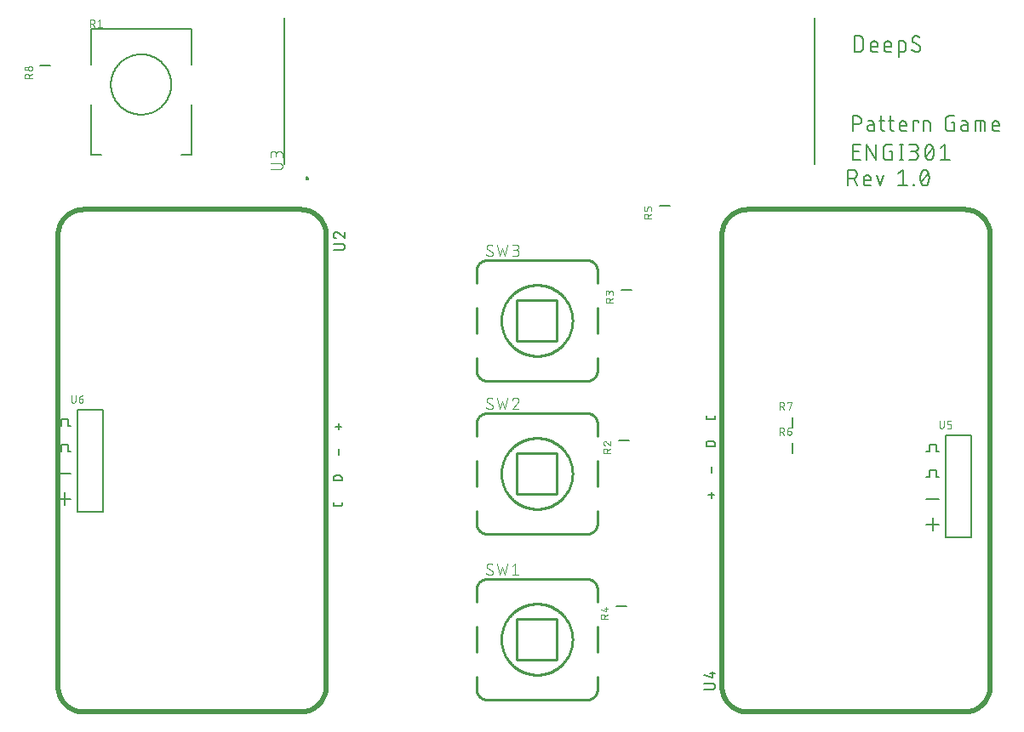
<source format=gbr>
G04 EAGLE Gerber RS-274X export*
G75*
%MOMM*%
%FSLAX34Y34*%
%LPD*%
%INSilkscreen Top*%
%IPPOS*%
%AMOC8*
5,1,8,0,0,1.08239X$1,22.5*%
G01*
%ADD10C,0.203200*%
%ADD11C,0.508000*%
%ADD12C,0.127000*%
%ADD13C,0.200000*%
%ADD14C,0.101600*%
%ADD15C,0.254000*%
%ADD16C,0.076200*%


D10*
X848106Y671576D02*
X848106Y686308D01*
X852198Y686308D01*
X852325Y686306D01*
X852452Y686300D01*
X852579Y686290D01*
X852706Y686276D01*
X852832Y686259D01*
X852957Y686237D01*
X853082Y686211D01*
X853206Y686182D01*
X853329Y686149D01*
X853450Y686112D01*
X853571Y686071D01*
X853690Y686026D01*
X853808Y685978D01*
X853924Y685926D01*
X854039Y685871D01*
X854151Y685812D01*
X854262Y685749D01*
X854371Y685683D01*
X854478Y685614D01*
X854583Y685541D01*
X854685Y685466D01*
X854785Y685387D01*
X854882Y685305D01*
X854977Y685220D01*
X855069Y685132D01*
X855158Y685041D01*
X855245Y684948D01*
X855328Y684852D01*
X855409Y684753D01*
X855486Y684652D01*
X855560Y684549D01*
X855631Y684443D01*
X855699Y684335D01*
X855763Y684225D01*
X855824Y684113D01*
X855881Y684000D01*
X855935Y683884D01*
X855985Y683767D01*
X856031Y683649D01*
X856074Y683529D01*
X856113Y683408D01*
X856148Y683285D01*
X856179Y683162D01*
X856207Y683038D01*
X856230Y682913D01*
X856250Y682787D01*
X856266Y682661D01*
X856278Y682534D01*
X856286Y682407D01*
X856290Y682280D01*
X856290Y682152D01*
X856286Y682025D01*
X856278Y681898D01*
X856266Y681771D01*
X856250Y681645D01*
X856230Y681519D01*
X856207Y681394D01*
X856179Y681270D01*
X856148Y681147D01*
X856113Y681024D01*
X856074Y680903D01*
X856031Y680783D01*
X855985Y680665D01*
X855935Y680548D01*
X855881Y680432D01*
X855824Y680319D01*
X855763Y680207D01*
X855699Y680097D01*
X855631Y679989D01*
X855560Y679883D01*
X855486Y679780D01*
X855409Y679679D01*
X855328Y679580D01*
X855245Y679484D01*
X855158Y679391D01*
X855069Y679300D01*
X854977Y679212D01*
X854882Y679127D01*
X854785Y679045D01*
X854685Y678966D01*
X854583Y678891D01*
X854478Y678818D01*
X854371Y678749D01*
X854262Y678683D01*
X854151Y678620D01*
X854039Y678561D01*
X853924Y678506D01*
X853808Y678454D01*
X853690Y678406D01*
X853571Y678361D01*
X853450Y678320D01*
X853329Y678283D01*
X853206Y678250D01*
X853082Y678221D01*
X852957Y678195D01*
X852832Y678173D01*
X852706Y678156D01*
X852579Y678142D01*
X852452Y678132D01*
X852325Y678126D01*
X852198Y678124D01*
X848106Y678124D01*
X864817Y677305D02*
X868500Y677305D01*
X864817Y677306D02*
X864711Y677304D01*
X864605Y677298D01*
X864500Y677288D01*
X864395Y677275D01*
X864291Y677257D01*
X864187Y677236D01*
X864084Y677211D01*
X863982Y677182D01*
X863881Y677149D01*
X863782Y677113D01*
X863684Y677072D01*
X863588Y677029D01*
X863493Y676982D01*
X863400Y676931D01*
X863309Y676877D01*
X863220Y676819D01*
X863133Y676759D01*
X863048Y676695D01*
X862966Y676628D01*
X862887Y676558D01*
X862810Y676485D01*
X862736Y676410D01*
X862664Y676332D01*
X862596Y676251D01*
X862531Y676168D01*
X862468Y676082D01*
X862409Y675994D01*
X862354Y675904D01*
X862301Y675812D01*
X862252Y675718D01*
X862207Y675622D01*
X862165Y675525D01*
X862127Y675426D01*
X862092Y675326D01*
X862061Y675225D01*
X862034Y675123D01*
X862011Y675019D01*
X861992Y674915D01*
X861976Y674811D01*
X861964Y674705D01*
X861956Y674600D01*
X861952Y674494D01*
X861952Y674388D01*
X861956Y674282D01*
X861964Y674177D01*
X861976Y674071D01*
X861992Y673967D01*
X862011Y673863D01*
X862034Y673759D01*
X862061Y673657D01*
X862092Y673556D01*
X862127Y673456D01*
X862165Y673357D01*
X862207Y673260D01*
X862252Y673164D01*
X862301Y673070D01*
X862354Y672978D01*
X862409Y672888D01*
X862468Y672800D01*
X862531Y672714D01*
X862596Y672631D01*
X862664Y672550D01*
X862736Y672472D01*
X862810Y672397D01*
X862887Y672324D01*
X862966Y672254D01*
X863048Y672187D01*
X863133Y672123D01*
X863220Y672063D01*
X863309Y672005D01*
X863400Y671951D01*
X863493Y671900D01*
X863588Y671853D01*
X863684Y671810D01*
X863782Y671769D01*
X863881Y671733D01*
X863982Y671700D01*
X864084Y671671D01*
X864187Y671646D01*
X864291Y671625D01*
X864395Y671607D01*
X864500Y671594D01*
X864605Y671584D01*
X864711Y671578D01*
X864817Y671576D01*
X868500Y671576D01*
X868500Y678942D01*
X868499Y678942D02*
X868497Y679038D01*
X868491Y679135D01*
X868482Y679231D01*
X868469Y679326D01*
X868452Y679421D01*
X868431Y679515D01*
X868407Y679608D01*
X868379Y679701D01*
X868347Y679792D01*
X868312Y679881D01*
X868273Y679970D01*
X868231Y680057D01*
X868186Y680142D01*
X868137Y680225D01*
X868085Y680306D01*
X868030Y680385D01*
X867972Y680462D01*
X867911Y680536D01*
X867847Y680608D01*
X867780Y680678D01*
X867710Y680745D01*
X867638Y680809D01*
X867564Y680870D01*
X867487Y680928D01*
X867408Y680983D01*
X867327Y681035D01*
X867244Y681084D01*
X867159Y681129D01*
X867072Y681171D01*
X866983Y681210D01*
X866894Y681245D01*
X866803Y681277D01*
X866710Y681305D01*
X866617Y681329D01*
X866523Y681350D01*
X866428Y681367D01*
X866333Y681380D01*
X866237Y681389D01*
X866140Y681395D01*
X866044Y681397D01*
X862771Y681397D01*
X874115Y681397D02*
X879026Y681397D01*
X875752Y686308D02*
X875752Y674031D01*
X875754Y673935D01*
X875760Y673838D01*
X875769Y673742D01*
X875782Y673647D01*
X875799Y673552D01*
X875820Y673458D01*
X875844Y673365D01*
X875872Y673272D01*
X875904Y673181D01*
X875939Y673092D01*
X875978Y673003D01*
X876020Y672916D01*
X876065Y672831D01*
X876114Y672748D01*
X876166Y672667D01*
X876221Y672588D01*
X876279Y672511D01*
X876340Y672437D01*
X876404Y672365D01*
X876471Y672295D01*
X876541Y672228D01*
X876613Y672164D01*
X876687Y672103D01*
X876764Y672045D01*
X876843Y671990D01*
X876924Y671938D01*
X877007Y671889D01*
X877092Y671844D01*
X877179Y671801D01*
X877268Y671763D01*
X877357Y671728D01*
X877448Y671696D01*
X877541Y671668D01*
X877634Y671644D01*
X877728Y671623D01*
X877823Y671606D01*
X877918Y671593D01*
X878014Y671584D01*
X878111Y671578D01*
X878207Y671576D01*
X879026Y671576D01*
X883530Y681397D02*
X888441Y681397D01*
X885167Y686308D02*
X885167Y674031D01*
X885169Y673935D01*
X885175Y673838D01*
X885184Y673742D01*
X885197Y673647D01*
X885214Y673552D01*
X885235Y673458D01*
X885259Y673365D01*
X885287Y673272D01*
X885319Y673181D01*
X885354Y673092D01*
X885393Y673003D01*
X885435Y672916D01*
X885480Y672831D01*
X885529Y672748D01*
X885581Y672667D01*
X885636Y672588D01*
X885694Y672511D01*
X885755Y672437D01*
X885819Y672365D01*
X885886Y672295D01*
X885956Y672228D01*
X886028Y672164D01*
X886102Y672103D01*
X886179Y672045D01*
X886258Y671990D01*
X886339Y671938D01*
X886422Y671889D01*
X886507Y671844D01*
X886594Y671801D01*
X886683Y671763D01*
X886772Y671728D01*
X886863Y671696D01*
X886956Y671668D01*
X887049Y671644D01*
X887143Y671623D01*
X887238Y671606D01*
X887333Y671593D01*
X887429Y671584D01*
X887526Y671578D01*
X887622Y671576D01*
X888441Y671576D01*
X896707Y671576D02*
X900799Y671576D01*
X896707Y671576D02*
X896611Y671578D01*
X896514Y671584D01*
X896418Y671593D01*
X896323Y671606D01*
X896228Y671623D01*
X896134Y671644D01*
X896041Y671668D01*
X895948Y671696D01*
X895857Y671728D01*
X895768Y671763D01*
X895679Y671802D01*
X895592Y671844D01*
X895507Y671889D01*
X895424Y671938D01*
X895343Y671990D01*
X895264Y672045D01*
X895187Y672103D01*
X895113Y672164D01*
X895041Y672228D01*
X894971Y672295D01*
X894904Y672365D01*
X894840Y672437D01*
X894779Y672511D01*
X894721Y672588D01*
X894666Y672667D01*
X894614Y672748D01*
X894565Y672831D01*
X894520Y672916D01*
X894478Y673003D01*
X894439Y673092D01*
X894404Y673181D01*
X894372Y673272D01*
X894344Y673365D01*
X894320Y673458D01*
X894299Y673552D01*
X894282Y673647D01*
X894269Y673742D01*
X894260Y673838D01*
X894254Y673935D01*
X894252Y674031D01*
X894252Y678124D01*
X894254Y678237D01*
X894260Y678350D01*
X894270Y678462D01*
X894283Y678575D01*
X894301Y678686D01*
X894322Y678797D01*
X894347Y678908D01*
X894376Y679017D01*
X894409Y679125D01*
X894445Y679232D01*
X894485Y679338D01*
X894529Y679442D01*
X894576Y679545D01*
X894627Y679646D01*
X894681Y679745D01*
X894739Y679842D01*
X894800Y679937D01*
X894864Y680030D01*
X894931Y680121D01*
X895002Y680209D01*
X895075Y680295D01*
X895152Y680378D01*
X895231Y680459D01*
X895313Y680537D01*
X895398Y680612D01*
X895485Y680684D01*
X895574Y680753D01*
X895666Y680818D01*
X895760Y680881D01*
X895856Y680940D01*
X895955Y680996D01*
X896055Y681049D01*
X896157Y681098D01*
X896260Y681143D01*
X896365Y681185D01*
X896471Y681223D01*
X896579Y681258D01*
X896688Y681289D01*
X896797Y681316D01*
X896908Y681339D01*
X897019Y681359D01*
X897131Y681374D01*
X897244Y681386D01*
X897357Y681394D01*
X897469Y681398D01*
X897583Y681398D01*
X897695Y681394D01*
X897808Y681386D01*
X897921Y681374D01*
X898033Y681359D01*
X898144Y681339D01*
X898255Y681316D01*
X898364Y681289D01*
X898473Y681258D01*
X898581Y681223D01*
X898687Y681185D01*
X898792Y681143D01*
X898895Y681098D01*
X898997Y681049D01*
X899097Y680996D01*
X899196Y680940D01*
X899292Y680881D01*
X899386Y680818D01*
X899478Y680753D01*
X899567Y680684D01*
X899654Y680612D01*
X899739Y680537D01*
X899821Y680459D01*
X899900Y680378D01*
X899977Y680295D01*
X900050Y680209D01*
X900121Y680121D01*
X900188Y680030D01*
X900252Y679937D01*
X900313Y679842D01*
X900371Y679745D01*
X900425Y679646D01*
X900476Y679545D01*
X900523Y679442D01*
X900567Y679338D01*
X900607Y679232D01*
X900643Y679125D01*
X900676Y679017D01*
X900705Y678908D01*
X900730Y678797D01*
X900751Y678686D01*
X900769Y678575D01*
X900782Y678462D01*
X900792Y678350D01*
X900798Y678237D01*
X900800Y678124D01*
X900799Y678124D02*
X900799Y676487D01*
X894252Y676487D01*
X907735Y671576D02*
X907735Y681397D01*
X912646Y681397D01*
X912646Y679760D01*
X918037Y681397D02*
X918037Y671576D01*
X918037Y681397D02*
X922129Y681397D01*
X922225Y681395D01*
X922322Y681389D01*
X922418Y681380D01*
X922513Y681367D01*
X922608Y681350D01*
X922702Y681329D01*
X922795Y681305D01*
X922888Y681277D01*
X922979Y681245D01*
X923068Y681210D01*
X923157Y681171D01*
X923244Y681129D01*
X923329Y681084D01*
X923412Y681035D01*
X923493Y680983D01*
X923572Y680928D01*
X923649Y680870D01*
X923723Y680809D01*
X923795Y680745D01*
X923865Y680678D01*
X923932Y680608D01*
X923996Y680536D01*
X924057Y680462D01*
X924115Y680385D01*
X924170Y680306D01*
X924222Y680225D01*
X924271Y680142D01*
X924316Y680057D01*
X924358Y679970D01*
X924397Y679881D01*
X924432Y679792D01*
X924464Y679701D01*
X924492Y679608D01*
X924516Y679515D01*
X924537Y679421D01*
X924554Y679326D01*
X924567Y679231D01*
X924576Y679135D01*
X924582Y679038D01*
X924584Y678942D01*
X924585Y678942D02*
X924585Y671576D01*
X945742Y679760D02*
X948197Y679760D01*
X948197Y671576D01*
X943287Y671576D01*
X943175Y671578D01*
X943064Y671584D01*
X942952Y671593D01*
X942841Y671606D01*
X942731Y671624D01*
X942621Y671644D01*
X942512Y671669D01*
X942404Y671697D01*
X942297Y671729D01*
X942191Y671765D01*
X942086Y671804D01*
X941983Y671847D01*
X941881Y671893D01*
X941781Y671943D01*
X941682Y671996D01*
X941586Y672053D01*
X941491Y672112D01*
X941399Y672175D01*
X941309Y672241D01*
X941221Y672310D01*
X941135Y672382D01*
X941052Y672457D01*
X940972Y672535D01*
X940894Y672615D01*
X940819Y672698D01*
X940747Y672784D01*
X940678Y672872D01*
X940612Y672962D01*
X940549Y673054D01*
X940490Y673149D01*
X940433Y673245D01*
X940380Y673344D01*
X940330Y673444D01*
X940284Y673546D01*
X940241Y673649D01*
X940202Y673754D01*
X940166Y673860D01*
X940134Y673967D01*
X940106Y674075D01*
X940081Y674184D01*
X940061Y674294D01*
X940043Y674404D01*
X940030Y674515D01*
X940021Y674627D01*
X940015Y674738D01*
X940013Y674850D01*
X940013Y683034D01*
X940015Y683148D01*
X940021Y683262D01*
X940031Y683376D01*
X940045Y683490D01*
X940063Y683603D01*
X940085Y683715D01*
X940110Y683826D01*
X940140Y683936D01*
X940173Y684046D01*
X940210Y684154D01*
X940251Y684260D01*
X940296Y684366D01*
X940344Y684469D01*
X940396Y684571D01*
X940452Y684671D01*
X940510Y684769D01*
X940573Y684865D01*
X940638Y684958D01*
X940707Y685050D01*
X940779Y685138D01*
X940854Y685225D01*
X940932Y685308D01*
X941013Y685389D01*
X941096Y685467D01*
X941183Y685542D01*
X941271Y685614D01*
X941363Y685683D01*
X941456Y685748D01*
X941552Y685810D01*
X941650Y685869D01*
X941750Y685925D01*
X941852Y685977D01*
X941955Y686025D01*
X942061Y686070D01*
X942167Y686111D01*
X942275Y686148D01*
X942385Y686181D01*
X942495Y686211D01*
X942606Y686236D01*
X942718Y686258D01*
X942831Y686276D01*
X942945Y686290D01*
X943059Y686300D01*
X943173Y686306D01*
X943287Y686308D01*
X948197Y686308D01*
X957975Y677305D02*
X961658Y677305D01*
X957975Y677306D02*
X957869Y677304D01*
X957763Y677298D01*
X957658Y677288D01*
X957553Y677275D01*
X957449Y677257D01*
X957345Y677236D01*
X957242Y677211D01*
X957140Y677182D01*
X957039Y677149D01*
X956940Y677113D01*
X956842Y677072D01*
X956746Y677029D01*
X956651Y676982D01*
X956558Y676931D01*
X956467Y676877D01*
X956378Y676819D01*
X956291Y676759D01*
X956206Y676695D01*
X956124Y676628D01*
X956045Y676558D01*
X955968Y676485D01*
X955894Y676410D01*
X955822Y676332D01*
X955754Y676251D01*
X955689Y676168D01*
X955626Y676082D01*
X955567Y675994D01*
X955512Y675904D01*
X955459Y675812D01*
X955410Y675718D01*
X955365Y675622D01*
X955323Y675525D01*
X955285Y675426D01*
X955250Y675326D01*
X955219Y675225D01*
X955192Y675123D01*
X955169Y675019D01*
X955150Y674915D01*
X955134Y674811D01*
X955122Y674705D01*
X955114Y674600D01*
X955110Y674494D01*
X955110Y674388D01*
X955114Y674282D01*
X955122Y674177D01*
X955134Y674071D01*
X955150Y673967D01*
X955169Y673863D01*
X955192Y673759D01*
X955219Y673657D01*
X955250Y673556D01*
X955285Y673456D01*
X955323Y673357D01*
X955365Y673260D01*
X955410Y673164D01*
X955459Y673070D01*
X955512Y672978D01*
X955567Y672888D01*
X955626Y672800D01*
X955689Y672714D01*
X955754Y672631D01*
X955822Y672550D01*
X955894Y672472D01*
X955968Y672397D01*
X956045Y672324D01*
X956124Y672254D01*
X956206Y672187D01*
X956291Y672123D01*
X956378Y672063D01*
X956467Y672005D01*
X956558Y671951D01*
X956651Y671900D01*
X956746Y671853D01*
X956842Y671810D01*
X956940Y671769D01*
X957039Y671733D01*
X957140Y671700D01*
X957242Y671671D01*
X957345Y671646D01*
X957449Y671625D01*
X957553Y671607D01*
X957658Y671594D01*
X957763Y671584D01*
X957869Y671578D01*
X957975Y671576D01*
X961658Y671576D01*
X961658Y678942D01*
X961656Y679038D01*
X961650Y679135D01*
X961641Y679231D01*
X961628Y679326D01*
X961611Y679421D01*
X961590Y679515D01*
X961566Y679608D01*
X961538Y679701D01*
X961506Y679792D01*
X961471Y679881D01*
X961432Y679970D01*
X961390Y680057D01*
X961345Y680142D01*
X961296Y680225D01*
X961244Y680306D01*
X961189Y680385D01*
X961131Y680462D01*
X961070Y680536D01*
X961006Y680608D01*
X960939Y680678D01*
X960869Y680745D01*
X960797Y680809D01*
X960723Y680870D01*
X960646Y680928D01*
X960567Y680983D01*
X960486Y681035D01*
X960403Y681084D01*
X960318Y681129D01*
X960231Y681171D01*
X960142Y681210D01*
X960053Y681245D01*
X959962Y681277D01*
X959869Y681305D01*
X959776Y681329D01*
X959682Y681350D01*
X959587Y681367D01*
X959492Y681380D01*
X959396Y681389D01*
X959299Y681395D01*
X959203Y681397D01*
X955929Y681397D01*
X969422Y681397D02*
X969422Y671576D01*
X969422Y681397D02*
X976788Y681397D01*
X976884Y681395D01*
X976981Y681389D01*
X977077Y681380D01*
X977172Y681367D01*
X977267Y681350D01*
X977361Y681329D01*
X977454Y681305D01*
X977547Y681277D01*
X977638Y681245D01*
X977727Y681210D01*
X977816Y681171D01*
X977903Y681129D01*
X977988Y681084D01*
X978071Y681035D01*
X978152Y680983D01*
X978231Y680928D01*
X978308Y680870D01*
X978382Y680809D01*
X978454Y680745D01*
X978524Y680678D01*
X978591Y680608D01*
X978655Y680536D01*
X978716Y680462D01*
X978774Y680385D01*
X978829Y680306D01*
X978881Y680225D01*
X978930Y680142D01*
X978975Y680057D01*
X979017Y679970D01*
X979056Y679881D01*
X979091Y679792D01*
X979123Y679701D01*
X979151Y679608D01*
X979175Y679515D01*
X979196Y679421D01*
X979213Y679326D01*
X979226Y679231D01*
X979235Y679135D01*
X979241Y679038D01*
X979243Y678942D01*
X979243Y671576D01*
X974332Y671576D02*
X974332Y681397D01*
X988875Y671576D02*
X992967Y671576D01*
X988875Y671576D02*
X988779Y671578D01*
X988682Y671584D01*
X988586Y671593D01*
X988491Y671606D01*
X988396Y671623D01*
X988302Y671644D01*
X988209Y671668D01*
X988116Y671696D01*
X988025Y671728D01*
X987936Y671763D01*
X987847Y671802D01*
X987760Y671844D01*
X987675Y671889D01*
X987592Y671938D01*
X987511Y671990D01*
X987432Y672045D01*
X987355Y672103D01*
X987281Y672164D01*
X987209Y672228D01*
X987139Y672295D01*
X987072Y672365D01*
X987008Y672437D01*
X986947Y672511D01*
X986889Y672588D01*
X986834Y672667D01*
X986782Y672748D01*
X986733Y672831D01*
X986688Y672916D01*
X986646Y673003D01*
X986607Y673092D01*
X986572Y673181D01*
X986540Y673272D01*
X986512Y673365D01*
X986488Y673458D01*
X986467Y673552D01*
X986450Y673647D01*
X986437Y673742D01*
X986428Y673838D01*
X986422Y673935D01*
X986420Y674031D01*
X986420Y678124D01*
X986419Y678124D02*
X986421Y678237D01*
X986427Y678350D01*
X986437Y678462D01*
X986450Y678575D01*
X986468Y678686D01*
X986489Y678797D01*
X986514Y678908D01*
X986543Y679017D01*
X986576Y679125D01*
X986612Y679232D01*
X986652Y679338D01*
X986696Y679442D01*
X986743Y679545D01*
X986794Y679646D01*
X986848Y679745D01*
X986906Y679842D01*
X986967Y679937D01*
X987031Y680030D01*
X987098Y680121D01*
X987169Y680209D01*
X987242Y680295D01*
X987319Y680378D01*
X987398Y680459D01*
X987480Y680537D01*
X987565Y680612D01*
X987652Y680684D01*
X987741Y680753D01*
X987833Y680818D01*
X987927Y680881D01*
X988023Y680940D01*
X988122Y680996D01*
X988222Y681049D01*
X988324Y681098D01*
X988427Y681143D01*
X988532Y681185D01*
X988638Y681223D01*
X988746Y681258D01*
X988855Y681289D01*
X988964Y681316D01*
X989075Y681339D01*
X989186Y681359D01*
X989298Y681374D01*
X989411Y681386D01*
X989524Y681394D01*
X989636Y681398D01*
X989750Y681398D01*
X989862Y681394D01*
X989975Y681386D01*
X990088Y681374D01*
X990200Y681359D01*
X990311Y681339D01*
X990422Y681316D01*
X990531Y681289D01*
X990640Y681258D01*
X990748Y681223D01*
X990854Y681185D01*
X990959Y681143D01*
X991062Y681098D01*
X991164Y681049D01*
X991264Y680996D01*
X991363Y680940D01*
X991459Y680881D01*
X991553Y680818D01*
X991645Y680753D01*
X991734Y680684D01*
X991821Y680612D01*
X991906Y680537D01*
X991988Y680459D01*
X992067Y680378D01*
X992144Y680295D01*
X992217Y680209D01*
X992288Y680121D01*
X992355Y680030D01*
X992419Y679937D01*
X992480Y679842D01*
X992538Y679745D01*
X992592Y679646D01*
X992643Y679545D01*
X992690Y679442D01*
X992734Y679338D01*
X992774Y679232D01*
X992810Y679125D01*
X992843Y679017D01*
X992872Y678908D01*
X992897Y678797D01*
X992918Y678686D01*
X992936Y678575D01*
X992949Y678462D01*
X992959Y678350D01*
X992965Y678237D01*
X992967Y678124D01*
X992967Y676487D01*
X986420Y676487D01*
X855105Y642366D02*
X848106Y642366D01*
X848106Y658114D01*
X855105Y658114D01*
X853355Y651115D02*
X848106Y651115D01*
X861617Y658114D02*
X861617Y642366D01*
X870366Y642366D02*
X861617Y658114D01*
X870366Y658114D02*
X870366Y642366D01*
X884415Y651115D02*
X887039Y651115D01*
X887039Y642366D01*
X881790Y642366D01*
X881673Y642368D01*
X881556Y642374D01*
X881440Y642384D01*
X881323Y642397D01*
X881208Y642415D01*
X881093Y642436D01*
X880979Y642461D01*
X880865Y642490D01*
X880753Y642523D01*
X880642Y642560D01*
X880532Y642600D01*
X880424Y642644D01*
X880317Y642691D01*
X880211Y642742D01*
X880108Y642797D01*
X880006Y642855D01*
X879907Y642916D01*
X879809Y642980D01*
X879714Y643048D01*
X879621Y643119D01*
X879530Y643193D01*
X879442Y643270D01*
X879357Y643350D01*
X879274Y643433D01*
X879194Y643518D01*
X879117Y643606D01*
X879043Y643697D01*
X878972Y643790D01*
X878904Y643885D01*
X878840Y643983D01*
X878779Y644082D01*
X878721Y644184D01*
X878666Y644287D01*
X878615Y644393D01*
X878568Y644500D01*
X878524Y644608D01*
X878484Y644718D01*
X878447Y644829D01*
X878414Y644941D01*
X878385Y645055D01*
X878360Y645169D01*
X878339Y645284D01*
X878321Y645399D01*
X878308Y645516D01*
X878298Y645632D01*
X878292Y645749D01*
X878290Y645866D01*
X878291Y645866D02*
X878291Y654614D01*
X878290Y654614D02*
X878292Y654731D01*
X878298Y654848D01*
X878308Y654964D01*
X878321Y655081D01*
X878339Y655196D01*
X878360Y655311D01*
X878385Y655425D01*
X878414Y655539D01*
X878447Y655651D01*
X878484Y655762D01*
X878524Y655872D01*
X878568Y655980D01*
X878615Y656087D01*
X878666Y656193D01*
X878721Y656296D01*
X878779Y656398D01*
X878840Y656497D01*
X878904Y656595D01*
X878972Y656690D01*
X879043Y656783D01*
X879117Y656874D01*
X879194Y656962D01*
X879274Y657047D01*
X879357Y657130D01*
X879442Y657210D01*
X879530Y657287D01*
X879621Y657361D01*
X879714Y657432D01*
X879809Y657500D01*
X879907Y657564D01*
X880006Y657625D01*
X880108Y657683D01*
X880211Y657738D01*
X880317Y657789D01*
X880424Y657836D01*
X880532Y657880D01*
X880642Y657920D01*
X880753Y657957D01*
X880865Y657990D01*
X880979Y658019D01*
X881093Y658044D01*
X881208Y658065D01*
X881323Y658083D01*
X881440Y658096D01*
X881556Y658106D01*
X881673Y658112D01*
X881790Y658114D01*
X887039Y658114D01*
X895691Y658114D02*
X895691Y642366D01*
X893941Y642366D02*
X897441Y642366D01*
X897441Y658114D02*
X893941Y658114D01*
X903822Y642366D02*
X908196Y642366D01*
X908327Y642368D01*
X908458Y642374D01*
X908588Y642384D01*
X908718Y642397D01*
X908848Y642415D01*
X908977Y642436D01*
X909105Y642462D01*
X909233Y642491D01*
X909360Y642524D01*
X909485Y642560D01*
X909610Y642601D01*
X909733Y642645D01*
X909855Y642693D01*
X909975Y642744D01*
X910094Y642799D01*
X910211Y642858D01*
X910326Y642920D01*
X910439Y642985D01*
X910551Y643054D01*
X910660Y643126D01*
X910767Y643201D01*
X910872Y643280D01*
X910974Y643361D01*
X911074Y643446D01*
X911171Y643534D01*
X911266Y643624D01*
X911358Y643717D01*
X911447Y643813D01*
X911533Y643912D01*
X911616Y644013D01*
X911696Y644116D01*
X911773Y644222D01*
X911846Y644330D01*
X911917Y644441D01*
X911984Y644553D01*
X912048Y644667D01*
X912108Y644783D01*
X912165Y644901D01*
X912218Y645021D01*
X912268Y645142D01*
X912314Y645265D01*
X912356Y645388D01*
X912394Y645513D01*
X912429Y645640D01*
X912460Y645767D01*
X912488Y645895D01*
X912511Y646023D01*
X912530Y646153D01*
X912546Y646283D01*
X912558Y646413D01*
X912566Y646544D01*
X912570Y646675D01*
X912570Y646805D01*
X912566Y646936D01*
X912558Y647067D01*
X912546Y647197D01*
X912530Y647327D01*
X912511Y647457D01*
X912488Y647585D01*
X912460Y647713D01*
X912429Y647840D01*
X912394Y647967D01*
X912356Y648092D01*
X912314Y648215D01*
X912268Y648338D01*
X912218Y648459D01*
X912165Y648579D01*
X912108Y648697D01*
X912048Y648813D01*
X911984Y648927D01*
X911917Y649039D01*
X911846Y649150D01*
X911773Y649258D01*
X911696Y649364D01*
X911616Y649467D01*
X911533Y649568D01*
X911447Y649667D01*
X911358Y649763D01*
X911266Y649856D01*
X911171Y649946D01*
X911074Y650034D01*
X910974Y650119D01*
X910872Y650200D01*
X910767Y650279D01*
X910660Y650354D01*
X910551Y650426D01*
X910439Y650495D01*
X910326Y650560D01*
X910211Y650622D01*
X910094Y650681D01*
X909975Y650736D01*
X909855Y650787D01*
X909733Y650835D01*
X909610Y650879D01*
X909485Y650920D01*
X909360Y650956D01*
X909233Y650989D01*
X909105Y651018D01*
X908977Y651044D01*
X908848Y651065D01*
X908718Y651083D01*
X908588Y651096D01*
X908458Y651106D01*
X908327Y651112D01*
X908196Y651114D01*
X909071Y658114D02*
X903822Y658114D01*
X909071Y658114D02*
X909189Y658112D01*
X909307Y658106D01*
X909425Y658096D01*
X909542Y658082D01*
X909659Y658064D01*
X909776Y658042D01*
X909891Y658017D01*
X910005Y657987D01*
X910119Y657953D01*
X910231Y657916D01*
X910342Y657875D01*
X910451Y657830D01*
X910559Y657782D01*
X910665Y657730D01*
X910770Y657674D01*
X910872Y657615D01*
X910972Y657553D01*
X911070Y657487D01*
X911166Y657418D01*
X911260Y657345D01*
X911351Y657270D01*
X911439Y657191D01*
X911525Y657110D01*
X911608Y657025D01*
X911688Y656938D01*
X911765Y656849D01*
X911839Y656756D01*
X911909Y656662D01*
X911977Y656565D01*
X912041Y656465D01*
X912102Y656364D01*
X912159Y656261D01*
X912213Y656155D01*
X912264Y656048D01*
X912310Y655940D01*
X912353Y655830D01*
X912392Y655718D01*
X912428Y655605D01*
X912459Y655491D01*
X912487Y655376D01*
X912511Y655261D01*
X912531Y655144D01*
X912547Y655027D01*
X912559Y654909D01*
X912567Y654791D01*
X912571Y654673D01*
X912571Y654555D01*
X912567Y654437D01*
X912559Y654319D01*
X912547Y654201D01*
X912531Y654084D01*
X912511Y653967D01*
X912487Y653852D01*
X912459Y653737D01*
X912428Y653623D01*
X912392Y653510D01*
X912353Y653398D01*
X912310Y653288D01*
X912264Y653180D01*
X912213Y653073D01*
X912159Y652967D01*
X912102Y652864D01*
X912041Y652763D01*
X911977Y652663D01*
X911909Y652566D01*
X911839Y652472D01*
X911765Y652379D01*
X911688Y652290D01*
X911608Y652203D01*
X911525Y652118D01*
X911439Y652037D01*
X911351Y651958D01*
X911260Y651883D01*
X911166Y651810D01*
X911070Y651741D01*
X910972Y651675D01*
X910872Y651613D01*
X910770Y651554D01*
X910665Y651498D01*
X910559Y651446D01*
X910451Y651398D01*
X910342Y651353D01*
X910231Y651312D01*
X910119Y651275D01*
X910005Y651241D01*
X909891Y651211D01*
X909776Y651186D01*
X909659Y651164D01*
X909542Y651146D01*
X909425Y651132D01*
X909307Y651122D01*
X909189Y651116D01*
X909071Y651114D01*
X909071Y651115D02*
X905571Y651115D01*
X919452Y650240D02*
X919456Y650550D01*
X919467Y650859D01*
X919485Y651169D01*
X919511Y651477D01*
X919544Y651785D01*
X919585Y652093D01*
X919633Y652399D01*
X919688Y652704D01*
X919750Y653007D01*
X919820Y653309D01*
X919897Y653609D01*
X919981Y653907D01*
X920072Y654203D01*
X920170Y654497D01*
X920275Y654789D01*
X920387Y655078D01*
X920506Y655364D01*
X920632Y655647D01*
X920764Y655927D01*
X920765Y655927D02*
X920803Y656032D01*
X920845Y656135D01*
X920890Y656237D01*
X920938Y656338D01*
X920990Y656436D01*
X921046Y656533D01*
X921104Y656628D01*
X921166Y656721D01*
X921231Y656811D01*
X921300Y656899D01*
X921371Y656985D01*
X921445Y657069D01*
X921522Y657149D01*
X921601Y657228D01*
X921684Y657303D01*
X921769Y657375D01*
X921856Y657445D01*
X921946Y657511D01*
X922037Y657574D01*
X922131Y657634D01*
X922227Y657691D01*
X922325Y657745D01*
X922425Y657795D01*
X922526Y657841D01*
X922629Y657884D01*
X922734Y657924D01*
X922839Y657960D01*
X922946Y657992D01*
X923054Y658020D01*
X923163Y658045D01*
X923272Y658066D01*
X923382Y658083D01*
X923493Y658097D01*
X923604Y658106D01*
X923715Y658112D01*
X923827Y658114D01*
X923939Y658112D01*
X924050Y658106D01*
X924161Y658097D01*
X924272Y658083D01*
X924382Y658066D01*
X924492Y658045D01*
X924600Y658020D01*
X924708Y657992D01*
X924815Y657960D01*
X924920Y657924D01*
X925025Y657884D01*
X925128Y657841D01*
X925229Y657795D01*
X925329Y657745D01*
X925427Y657691D01*
X925523Y657634D01*
X925617Y657574D01*
X925708Y657511D01*
X925798Y657445D01*
X925885Y657375D01*
X925970Y657303D01*
X926053Y657228D01*
X926132Y657149D01*
X926209Y657069D01*
X926283Y656985D01*
X926354Y656899D01*
X926423Y656811D01*
X926488Y656721D01*
X926550Y656628D01*
X926608Y656533D01*
X926664Y656436D01*
X926716Y656338D01*
X926764Y656237D01*
X926809Y656135D01*
X926851Y656032D01*
X926889Y655927D01*
X927021Y655647D01*
X927147Y655363D01*
X927266Y655077D01*
X927378Y654788D01*
X927483Y654497D01*
X927581Y654203D01*
X927672Y653907D01*
X927756Y653609D01*
X927833Y653309D01*
X927903Y653007D01*
X927965Y652703D01*
X928020Y652399D01*
X928068Y652093D01*
X928109Y651785D01*
X928142Y651477D01*
X928168Y651169D01*
X928186Y650859D01*
X928197Y650550D01*
X928201Y650240D01*
X919453Y650240D02*
X919457Y649930D01*
X919468Y649621D01*
X919486Y649311D01*
X919512Y649003D01*
X919545Y648695D01*
X919586Y648387D01*
X919634Y648081D01*
X919689Y647776D01*
X919751Y647473D01*
X919821Y647171D01*
X919898Y646871D01*
X919982Y646573D01*
X920073Y646277D01*
X920171Y645983D01*
X920276Y645691D01*
X920388Y645402D01*
X920507Y645116D01*
X920633Y644833D01*
X920765Y644553D01*
X920803Y644448D01*
X920845Y644345D01*
X920890Y644243D01*
X920938Y644142D01*
X920990Y644044D01*
X921046Y643947D01*
X921104Y643852D01*
X921166Y643759D01*
X921231Y643669D01*
X921300Y643581D01*
X921371Y643495D01*
X921445Y643411D01*
X921522Y643331D01*
X921601Y643252D01*
X921684Y643177D01*
X921769Y643105D01*
X921856Y643035D01*
X921946Y642969D01*
X922037Y642906D01*
X922131Y642846D01*
X922227Y642789D01*
X922325Y642735D01*
X922425Y642685D01*
X922526Y642639D01*
X922629Y642596D01*
X922734Y642556D01*
X922839Y642520D01*
X922946Y642488D01*
X923054Y642460D01*
X923163Y642435D01*
X923272Y642414D01*
X923382Y642397D01*
X923493Y642383D01*
X923604Y642374D01*
X923715Y642368D01*
X923827Y642366D01*
X926890Y644553D02*
X927022Y644833D01*
X927148Y645116D01*
X927267Y645402D01*
X927379Y645691D01*
X927484Y645983D01*
X927582Y646277D01*
X927673Y646573D01*
X927757Y646871D01*
X927834Y647171D01*
X927904Y647473D01*
X927966Y647776D01*
X928021Y648081D01*
X928069Y648387D01*
X928110Y648695D01*
X928143Y649003D01*
X928169Y649311D01*
X928187Y649621D01*
X928198Y649930D01*
X928202Y650240D01*
X926889Y644553D02*
X926851Y644448D01*
X926809Y644345D01*
X926764Y644243D01*
X926716Y644142D01*
X926664Y644044D01*
X926608Y643947D01*
X926550Y643852D01*
X926488Y643759D01*
X926423Y643669D01*
X926354Y643581D01*
X926283Y643495D01*
X926209Y643411D01*
X926132Y643331D01*
X926053Y643252D01*
X925970Y643177D01*
X925885Y643105D01*
X925798Y643035D01*
X925708Y642969D01*
X925617Y642906D01*
X925523Y642846D01*
X925427Y642789D01*
X925329Y642735D01*
X925229Y642685D01*
X925128Y642639D01*
X925025Y642596D01*
X924920Y642556D01*
X924815Y642520D01*
X924708Y642488D01*
X924600Y642460D01*
X924491Y642435D01*
X924382Y642414D01*
X924272Y642397D01*
X924161Y642383D01*
X924050Y642374D01*
X923939Y642368D01*
X923827Y642366D01*
X920328Y645866D02*
X927327Y654614D01*
X935084Y654614D02*
X939458Y658114D01*
X939458Y642366D01*
X935084Y642366D02*
X943833Y642366D01*
X843026Y632714D02*
X843026Y616966D01*
X843026Y632714D02*
X847400Y632714D01*
X847531Y632712D01*
X847662Y632706D01*
X847792Y632696D01*
X847922Y632683D01*
X848052Y632665D01*
X848181Y632644D01*
X848309Y632618D01*
X848437Y632589D01*
X848564Y632556D01*
X848689Y632520D01*
X848814Y632479D01*
X848937Y632435D01*
X849059Y632387D01*
X849179Y632336D01*
X849298Y632281D01*
X849415Y632222D01*
X849530Y632160D01*
X849643Y632095D01*
X849755Y632026D01*
X849864Y631954D01*
X849971Y631879D01*
X850076Y631800D01*
X850178Y631719D01*
X850278Y631634D01*
X850375Y631546D01*
X850470Y631456D01*
X850562Y631363D01*
X850651Y631267D01*
X850737Y631168D01*
X850820Y631067D01*
X850900Y630964D01*
X850977Y630858D01*
X851050Y630750D01*
X851121Y630639D01*
X851188Y630527D01*
X851252Y630413D01*
X851312Y630297D01*
X851369Y630179D01*
X851422Y630059D01*
X851472Y629938D01*
X851518Y629815D01*
X851560Y629692D01*
X851598Y629567D01*
X851633Y629440D01*
X851664Y629313D01*
X851692Y629185D01*
X851715Y629057D01*
X851734Y628927D01*
X851750Y628797D01*
X851762Y628667D01*
X851770Y628536D01*
X851774Y628405D01*
X851774Y628275D01*
X851770Y628144D01*
X851762Y628013D01*
X851750Y627883D01*
X851734Y627753D01*
X851715Y627623D01*
X851692Y627495D01*
X851664Y627367D01*
X851633Y627240D01*
X851598Y627113D01*
X851560Y626988D01*
X851518Y626865D01*
X851472Y626742D01*
X851422Y626621D01*
X851369Y626501D01*
X851312Y626383D01*
X851252Y626267D01*
X851188Y626153D01*
X851121Y626041D01*
X851050Y625930D01*
X850977Y625822D01*
X850900Y625716D01*
X850820Y625613D01*
X850737Y625512D01*
X850651Y625413D01*
X850562Y625317D01*
X850470Y625224D01*
X850375Y625134D01*
X850278Y625046D01*
X850178Y624961D01*
X850076Y624880D01*
X849971Y624801D01*
X849864Y624726D01*
X849755Y624654D01*
X849643Y624585D01*
X849530Y624520D01*
X849415Y624458D01*
X849298Y624399D01*
X849179Y624344D01*
X849059Y624293D01*
X848937Y624245D01*
X848814Y624201D01*
X848689Y624160D01*
X848564Y624124D01*
X848437Y624091D01*
X848309Y624062D01*
X848181Y624036D01*
X848052Y624015D01*
X847922Y623997D01*
X847792Y623984D01*
X847662Y623974D01*
X847531Y623968D01*
X847400Y623966D01*
X847400Y623965D02*
X843026Y623965D01*
X848275Y623965D02*
X851775Y616966D01*
X861005Y616966D02*
X865379Y616966D01*
X861005Y616966D02*
X860904Y616968D01*
X860804Y616974D01*
X860704Y616983D01*
X860604Y616997D01*
X860505Y617014D01*
X860407Y617035D01*
X860309Y617060D01*
X860213Y617088D01*
X860118Y617121D01*
X860024Y617156D01*
X859931Y617196D01*
X859840Y617239D01*
X859751Y617285D01*
X859664Y617335D01*
X859578Y617388D01*
X859495Y617444D01*
X859414Y617503D01*
X859335Y617566D01*
X859259Y617631D01*
X859185Y617700D01*
X859114Y617771D01*
X859045Y617845D01*
X858980Y617921D01*
X858917Y618000D01*
X858858Y618081D01*
X858802Y618164D01*
X858749Y618250D01*
X858699Y618337D01*
X858653Y618426D01*
X858610Y618517D01*
X858570Y618610D01*
X858535Y618704D01*
X858502Y618799D01*
X858474Y618895D01*
X858449Y618993D01*
X858428Y619091D01*
X858411Y619190D01*
X858397Y619290D01*
X858388Y619390D01*
X858382Y619490D01*
X858380Y619591D01*
X858380Y623965D01*
X858379Y623965D02*
X858381Y624083D01*
X858387Y624201D01*
X858397Y624319D01*
X858411Y624436D01*
X858429Y624553D01*
X858451Y624670D01*
X858476Y624785D01*
X858506Y624899D01*
X858540Y625013D01*
X858577Y625125D01*
X858618Y625236D01*
X858663Y625345D01*
X858711Y625453D01*
X858763Y625559D01*
X858819Y625664D01*
X858878Y625766D01*
X858940Y625866D01*
X859006Y625964D01*
X859075Y626060D01*
X859148Y626154D01*
X859223Y626245D01*
X859302Y626333D01*
X859383Y626419D01*
X859468Y626502D01*
X859555Y626582D01*
X859644Y626659D01*
X859737Y626733D01*
X859831Y626803D01*
X859928Y626871D01*
X860028Y626935D01*
X860129Y626996D01*
X860232Y627053D01*
X860338Y627107D01*
X860445Y627158D01*
X860553Y627204D01*
X860663Y627247D01*
X860775Y627286D01*
X860888Y627322D01*
X861002Y627353D01*
X861117Y627381D01*
X861232Y627405D01*
X861349Y627425D01*
X861466Y627441D01*
X861584Y627453D01*
X861702Y627461D01*
X861820Y627465D01*
X861938Y627465D01*
X862056Y627461D01*
X862174Y627453D01*
X862292Y627441D01*
X862409Y627425D01*
X862526Y627405D01*
X862641Y627381D01*
X862756Y627353D01*
X862870Y627322D01*
X862983Y627286D01*
X863095Y627247D01*
X863205Y627204D01*
X863313Y627158D01*
X863420Y627107D01*
X863526Y627053D01*
X863629Y626996D01*
X863730Y626935D01*
X863830Y626871D01*
X863927Y626803D01*
X864021Y626733D01*
X864114Y626659D01*
X864203Y626582D01*
X864290Y626502D01*
X864375Y626419D01*
X864456Y626333D01*
X864535Y626245D01*
X864610Y626154D01*
X864683Y626060D01*
X864752Y625964D01*
X864818Y625866D01*
X864880Y625766D01*
X864939Y625664D01*
X864995Y625559D01*
X865047Y625453D01*
X865095Y625345D01*
X865140Y625236D01*
X865181Y625125D01*
X865218Y625013D01*
X865252Y624899D01*
X865282Y624785D01*
X865307Y624670D01*
X865329Y624553D01*
X865347Y624436D01*
X865361Y624319D01*
X865371Y624201D01*
X865377Y624083D01*
X865379Y623965D01*
X865379Y622215D01*
X858380Y622215D01*
X871406Y627465D02*
X874905Y616966D01*
X878405Y627465D01*
X892936Y629214D02*
X897310Y632714D01*
X897310Y616966D01*
X892936Y616966D02*
X901685Y616966D01*
X907815Y616966D02*
X907815Y617841D01*
X908689Y617841D01*
X908689Y616966D01*
X907815Y616966D01*
X914819Y624840D02*
X914823Y625150D01*
X914834Y625459D01*
X914852Y625769D01*
X914878Y626077D01*
X914911Y626385D01*
X914952Y626693D01*
X915000Y626999D01*
X915055Y627304D01*
X915117Y627607D01*
X915187Y627909D01*
X915264Y628209D01*
X915348Y628507D01*
X915439Y628803D01*
X915537Y629097D01*
X915642Y629389D01*
X915754Y629678D01*
X915873Y629964D01*
X915999Y630247D01*
X916131Y630527D01*
X916132Y630527D02*
X916170Y630632D01*
X916212Y630735D01*
X916257Y630837D01*
X916305Y630938D01*
X916357Y631036D01*
X916413Y631133D01*
X916471Y631228D01*
X916533Y631321D01*
X916598Y631411D01*
X916667Y631499D01*
X916738Y631585D01*
X916812Y631669D01*
X916889Y631749D01*
X916968Y631828D01*
X917051Y631903D01*
X917136Y631975D01*
X917223Y632045D01*
X917313Y632111D01*
X917404Y632174D01*
X917498Y632234D01*
X917594Y632291D01*
X917692Y632345D01*
X917792Y632395D01*
X917893Y632441D01*
X917996Y632484D01*
X918101Y632524D01*
X918206Y632560D01*
X918313Y632592D01*
X918421Y632620D01*
X918530Y632645D01*
X918639Y632666D01*
X918749Y632683D01*
X918860Y632697D01*
X918971Y632706D01*
X919082Y632712D01*
X919194Y632714D01*
X919306Y632712D01*
X919417Y632706D01*
X919528Y632697D01*
X919639Y632683D01*
X919749Y632666D01*
X919859Y632645D01*
X919967Y632620D01*
X920075Y632592D01*
X920182Y632560D01*
X920287Y632524D01*
X920392Y632484D01*
X920495Y632441D01*
X920596Y632395D01*
X920696Y632345D01*
X920794Y632291D01*
X920890Y632234D01*
X920984Y632174D01*
X921075Y632111D01*
X921165Y632045D01*
X921252Y631975D01*
X921337Y631903D01*
X921420Y631828D01*
X921499Y631749D01*
X921576Y631669D01*
X921650Y631585D01*
X921721Y631499D01*
X921790Y631411D01*
X921855Y631321D01*
X921917Y631228D01*
X921975Y631133D01*
X922031Y631036D01*
X922083Y630938D01*
X922131Y630837D01*
X922176Y630735D01*
X922218Y630632D01*
X922256Y630527D01*
X922388Y630247D01*
X922514Y629963D01*
X922633Y629677D01*
X922745Y629388D01*
X922850Y629097D01*
X922948Y628803D01*
X923039Y628507D01*
X923123Y628209D01*
X923200Y627909D01*
X923270Y627607D01*
X923332Y627303D01*
X923387Y626999D01*
X923435Y626693D01*
X923476Y626385D01*
X923509Y626077D01*
X923535Y625769D01*
X923553Y625459D01*
X923564Y625150D01*
X923568Y624840D01*
X914819Y624840D02*
X914823Y624530D01*
X914834Y624221D01*
X914852Y623911D01*
X914878Y623603D01*
X914911Y623295D01*
X914952Y622987D01*
X915000Y622681D01*
X915055Y622376D01*
X915117Y622073D01*
X915187Y621771D01*
X915264Y621471D01*
X915348Y621173D01*
X915439Y620877D01*
X915537Y620583D01*
X915642Y620291D01*
X915754Y620002D01*
X915873Y619716D01*
X915999Y619433D01*
X916131Y619153D01*
X916132Y619153D02*
X916170Y619048D01*
X916212Y618945D01*
X916257Y618843D01*
X916305Y618742D01*
X916357Y618644D01*
X916413Y618547D01*
X916471Y618452D01*
X916533Y618359D01*
X916598Y618269D01*
X916667Y618181D01*
X916738Y618095D01*
X916812Y618011D01*
X916889Y617931D01*
X916968Y617852D01*
X917051Y617777D01*
X917136Y617705D01*
X917223Y617635D01*
X917313Y617569D01*
X917404Y617506D01*
X917498Y617446D01*
X917594Y617389D01*
X917692Y617335D01*
X917792Y617285D01*
X917893Y617239D01*
X917996Y617196D01*
X918101Y617156D01*
X918206Y617120D01*
X918313Y617088D01*
X918421Y617060D01*
X918530Y617035D01*
X918639Y617014D01*
X918749Y616997D01*
X918860Y616983D01*
X918971Y616974D01*
X919082Y616968D01*
X919194Y616966D01*
X922257Y619153D02*
X922389Y619433D01*
X922515Y619716D01*
X922634Y620002D01*
X922746Y620291D01*
X922851Y620583D01*
X922949Y620877D01*
X923040Y621173D01*
X923124Y621471D01*
X923201Y621771D01*
X923271Y622073D01*
X923333Y622376D01*
X923388Y622681D01*
X923436Y622987D01*
X923477Y623295D01*
X923510Y623603D01*
X923536Y623911D01*
X923554Y624221D01*
X923565Y624530D01*
X923569Y624840D01*
X922256Y619153D02*
X922218Y619048D01*
X922176Y618945D01*
X922131Y618843D01*
X922083Y618742D01*
X922031Y618644D01*
X921975Y618547D01*
X921917Y618452D01*
X921855Y618359D01*
X921790Y618269D01*
X921721Y618181D01*
X921650Y618095D01*
X921576Y618011D01*
X921499Y617931D01*
X921420Y617852D01*
X921337Y617777D01*
X921252Y617705D01*
X921165Y617635D01*
X921075Y617569D01*
X920984Y617506D01*
X920890Y617446D01*
X920794Y617389D01*
X920696Y617335D01*
X920596Y617285D01*
X920495Y617239D01*
X920392Y617196D01*
X920287Y617156D01*
X920182Y617120D01*
X920075Y617088D01*
X919967Y617060D01*
X919858Y617035D01*
X919749Y617014D01*
X919639Y616997D01*
X919528Y616983D01*
X919417Y616974D01*
X919306Y616968D01*
X919194Y616966D01*
X915694Y620466D02*
X922693Y629214D01*
X849376Y750316D02*
X849376Y766064D01*
X853750Y766064D01*
X853880Y766062D01*
X854009Y766056D01*
X854138Y766047D01*
X854267Y766033D01*
X854396Y766016D01*
X854524Y765995D01*
X854651Y765970D01*
X854777Y765942D01*
X854903Y765909D01*
X855027Y765873D01*
X855151Y765834D01*
X855273Y765790D01*
X855394Y765743D01*
X855513Y765693D01*
X855631Y765639D01*
X855747Y765581D01*
X855862Y765520D01*
X855974Y765456D01*
X856085Y765389D01*
X856194Y765318D01*
X856300Y765244D01*
X856404Y765167D01*
X856506Y765087D01*
X856605Y765003D01*
X856702Y764917D01*
X856797Y764828D01*
X856888Y764737D01*
X856977Y764642D01*
X857063Y764545D01*
X857147Y764446D01*
X857227Y764344D01*
X857304Y764240D01*
X857378Y764134D01*
X857449Y764025D01*
X857516Y763914D01*
X857580Y763802D01*
X857641Y763687D01*
X857699Y763571D01*
X857753Y763453D01*
X857803Y763334D01*
X857850Y763213D01*
X857894Y763091D01*
X857933Y762967D01*
X857969Y762843D01*
X858002Y762717D01*
X858030Y762591D01*
X858055Y762464D01*
X858076Y762336D01*
X858093Y762207D01*
X858107Y762078D01*
X858116Y761949D01*
X858122Y761820D01*
X858124Y761690D01*
X858125Y761690D02*
X858125Y754690D01*
X858124Y754690D02*
X858122Y754560D01*
X858116Y754431D01*
X858107Y754302D01*
X858093Y754173D01*
X858076Y754044D01*
X858055Y753916D01*
X858030Y753789D01*
X858002Y753663D01*
X857969Y753537D01*
X857933Y753413D01*
X857894Y753289D01*
X857850Y753167D01*
X857803Y753046D01*
X857753Y752927D01*
X857699Y752809D01*
X857641Y752693D01*
X857580Y752578D01*
X857516Y752466D01*
X857449Y752355D01*
X857378Y752246D01*
X857304Y752140D01*
X857227Y752036D01*
X857147Y751934D01*
X857063Y751835D01*
X856977Y751738D01*
X856888Y751643D01*
X856797Y751552D01*
X856702Y751463D01*
X856605Y751377D01*
X856506Y751293D01*
X856404Y751213D01*
X856300Y751136D01*
X856194Y751062D01*
X856085Y750991D01*
X855974Y750924D01*
X855862Y750860D01*
X855747Y750799D01*
X855631Y750741D01*
X855513Y750687D01*
X855394Y750637D01*
X855273Y750590D01*
X855151Y750546D01*
X855027Y750507D01*
X854903Y750471D01*
X854777Y750438D01*
X854651Y750410D01*
X854524Y750385D01*
X854396Y750364D01*
X854267Y750347D01*
X854138Y750333D01*
X854009Y750324D01*
X853880Y750318D01*
X853750Y750316D01*
X849376Y750316D01*
X867986Y750316D02*
X872360Y750316D01*
X867986Y750316D02*
X867885Y750318D01*
X867785Y750324D01*
X867685Y750333D01*
X867585Y750347D01*
X867486Y750364D01*
X867388Y750385D01*
X867290Y750410D01*
X867194Y750438D01*
X867099Y750471D01*
X867005Y750506D01*
X866912Y750546D01*
X866821Y750589D01*
X866732Y750635D01*
X866645Y750685D01*
X866559Y750738D01*
X866476Y750794D01*
X866395Y750853D01*
X866316Y750916D01*
X866240Y750981D01*
X866166Y751050D01*
X866095Y751121D01*
X866026Y751195D01*
X865961Y751271D01*
X865898Y751350D01*
X865839Y751431D01*
X865783Y751514D01*
X865730Y751600D01*
X865680Y751687D01*
X865634Y751776D01*
X865591Y751867D01*
X865551Y751960D01*
X865516Y752054D01*
X865483Y752149D01*
X865455Y752245D01*
X865430Y752343D01*
X865409Y752441D01*
X865392Y752540D01*
X865378Y752640D01*
X865369Y752740D01*
X865363Y752840D01*
X865361Y752941D01*
X865361Y757315D01*
X865363Y757433D01*
X865369Y757551D01*
X865379Y757669D01*
X865393Y757786D01*
X865411Y757903D01*
X865433Y758020D01*
X865458Y758135D01*
X865488Y758249D01*
X865522Y758363D01*
X865559Y758475D01*
X865600Y758586D01*
X865645Y758695D01*
X865693Y758803D01*
X865745Y758909D01*
X865801Y759014D01*
X865860Y759116D01*
X865922Y759216D01*
X865988Y759314D01*
X866057Y759410D01*
X866130Y759504D01*
X866205Y759595D01*
X866284Y759683D01*
X866365Y759769D01*
X866450Y759852D01*
X866537Y759932D01*
X866626Y760009D01*
X866719Y760083D01*
X866813Y760153D01*
X866910Y760221D01*
X867010Y760285D01*
X867111Y760346D01*
X867214Y760403D01*
X867320Y760457D01*
X867427Y760508D01*
X867535Y760554D01*
X867645Y760597D01*
X867757Y760636D01*
X867870Y760672D01*
X867984Y760703D01*
X868099Y760731D01*
X868214Y760755D01*
X868331Y760775D01*
X868448Y760791D01*
X868566Y760803D01*
X868684Y760811D01*
X868802Y760815D01*
X868920Y760815D01*
X869038Y760811D01*
X869156Y760803D01*
X869274Y760791D01*
X869391Y760775D01*
X869508Y760755D01*
X869623Y760731D01*
X869738Y760703D01*
X869852Y760672D01*
X869965Y760636D01*
X870077Y760597D01*
X870187Y760554D01*
X870295Y760508D01*
X870402Y760457D01*
X870508Y760403D01*
X870611Y760346D01*
X870712Y760285D01*
X870812Y760221D01*
X870909Y760153D01*
X871003Y760083D01*
X871096Y760009D01*
X871185Y759932D01*
X871272Y759852D01*
X871357Y759769D01*
X871438Y759683D01*
X871517Y759595D01*
X871592Y759504D01*
X871665Y759410D01*
X871734Y759314D01*
X871800Y759216D01*
X871862Y759116D01*
X871921Y759014D01*
X871977Y758909D01*
X872029Y758803D01*
X872077Y758695D01*
X872122Y758586D01*
X872163Y758475D01*
X872200Y758363D01*
X872234Y758249D01*
X872264Y758135D01*
X872289Y758020D01*
X872311Y757903D01*
X872329Y757786D01*
X872343Y757669D01*
X872353Y757551D01*
X872359Y757433D01*
X872361Y757315D01*
X872360Y757315D02*
X872360Y755565D01*
X865361Y755565D01*
X881533Y750316D02*
X885907Y750316D01*
X881533Y750316D02*
X881432Y750318D01*
X881332Y750324D01*
X881232Y750333D01*
X881132Y750347D01*
X881033Y750364D01*
X880935Y750385D01*
X880837Y750410D01*
X880741Y750438D01*
X880646Y750471D01*
X880552Y750506D01*
X880459Y750546D01*
X880368Y750589D01*
X880279Y750635D01*
X880192Y750685D01*
X880106Y750738D01*
X880023Y750794D01*
X879942Y750853D01*
X879863Y750916D01*
X879787Y750981D01*
X879713Y751050D01*
X879642Y751121D01*
X879573Y751195D01*
X879508Y751271D01*
X879445Y751350D01*
X879386Y751431D01*
X879330Y751514D01*
X879277Y751600D01*
X879227Y751687D01*
X879181Y751776D01*
X879138Y751867D01*
X879098Y751960D01*
X879063Y752054D01*
X879030Y752149D01*
X879002Y752245D01*
X878977Y752343D01*
X878956Y752441D01*
X878939Y752540D01*
X878925Y752640D01*
X878916Y752740D01*
X878910Y752840D01*
X878908Y752941D01*
X878908Y757315D01*
X878910Y757433D01*
X878916Y757551D01*
X878926Y757669D01*
X878940Y757786D01*
X878958Y757903D01*
X878980Y758020D01*
X879005Y758135D01*
X879035Y758249D01*
X879069Y758363D01*
X879106Y758475D01*
X879147Y758586D01*
X879192Y758695D01*
X879240Y758803D01*
X879292Y758909D01*
X879348Y759014D01*
X879407Y759116D01*
X879469Y759216D01*
X879535Y759314D01*
X879604Y759410D01*
X879677Y759504D01*
X879752Y759595D01*
X879831Y759683D01*
X879912Y759769D01*
X879997Y759852D01*
X880084Y759932D01*
X880173Y760009D01*
X880266Y760083D01*
X880360Y760153D01*
X880457Y760221D01*
X880557Y760285D01*
X880658Y760346D01*
X880761Y760403D01*
X880867Y760457D01*
X880974Y760508D01*
X881082Y760554D01*
X881192Y760597D01*
X881304Y760636D01*
X881417Y760672D01*
X881531Y760703D01*
X881646Y760731D01*
X881761Y760755D01*
X881878Y760775D01*
X881995Y760791D01*
X882113Y760803D01*
X882231Y760811D01*
X882349Y760815D01*
X882467Y760815D01*
X882585Y760811D01*
X882703Y760803D01*
X882821Y760791D01*
X882938Y760775D01*
X883055Y760755D01*
X883170Y760731D01*
X883285Y760703D01*
X883399Y760672D01*
X883512Y760636D01*
X883624Y760597D01*
X883734Y760554D01*
X883842Y760508D01*
X883949Y760457D01*
X884055Y760403D01*
X884158Y760346D01*
X884259Y760285D01*
X884359Y760221D01*
X884456Y760153D01*
X884550Y760083D01*
X884643Y760009D01*
X884732Y759932D01*
X884819Y759852D01*
X884904Y759769D01*
X884985Y759683D01*
X885064Y759595D01*
X885139Y759504D01*
X885212Y759410D01*
X885281Y759314D01*
X885347Y759216D01*
X885409Y759116D01*
X885468Y759014D01*
X885524Y758909D01*
X885576Y758803D01*
X885624Y758695D01*
X885669Y758586D01*
X885710Y758475D01*
X885747Y758363D01*
X885781Y758249D01*
X885811Y758135D01*
X885836Y758020D01*
X885858Y757903D01*
X885876Y757786D01*
X885890Y757669D01*
X885900Y757551D01*
X885906Y757433D01*
X885908Y757315D01*
X885907Y757315D02*
X885907Y755565D01*
X878908Y755565D01*
X893064Y760815D02*
X893064Y745067D01*
X893064Y760815D02*
X897439Y760815D01*
X897540Y760813D01*
X897640Y760807D01*
X897740Y760798D01*
X897840Y760784D01*
X897939Y760767D01*
X898037Y760746D01*
X898135Y760721D01*
X898231Y760693D01*
X898326Y760660D01*
X898420Y760625D01*
X898513Y760585D01*
X898604Y760542D01*
X898693Y760496D01*
X898780Y760446D01*
X898866Y760393D01*
X898949Y760337D01*
X899030Y760278D01*
X899109Y760215D01*
X899185Y760150D01*
X899259Y760081D01*
X899330Y760010D01*
X899399Y759936D01*
X899464Y759860D01*
X899527Y759781D01*
X899586Y759700D01*
X899642Y759617D01*
X899695Y759531D01*
X899745Y759444D01*
X899791Y759355D01*
X899834Y759264D01*
X899874Y759171D01*
X899909Y759077D01*
X899942Y758982D01*
X899970Y758886D01*
X899995Y758788D01*
X900016Y758690D01*
X900033Y758591D01*
X900047Y758491D01*
X900056Y758391D01*
X900062Y758291D01*
X900064Y758190D01*
X900063Y758190D02*
X900063Y752941D01*
X900064Y752941D02*
X900062Y752840D01*
X900056Y752740D01*
X900047Y752640D01*
X900033Y752540D01*
X900016Y752441D01*
X899995Y752343D01*
X899970Y752245D01*
X899942Y752149D01*
X899909Y752054D01*
X899874Y751960D01*
X899834Y751867D01*
X899791Y751776D01*
X899745Y751687D01*
X899695Y751600D01*
X899642Y751514D01*
X899586Y751431D01*
X899527Y751350D01*
X899464Y751271D01*
X899399Y751195D01*
X899330Y751121D01*
X899259Y751050D01*
X899185Y750981D01*
X899109Y750916D01*
X899030Y750853D01*
X898949Y750794D01*
X898866Y750738D01*
X898780Y750685D01*
X898693Y750635D01*
X898604Y750589D01*
X898513Y750546D01*
X898420Y750506D01*
X898326Y750471D01*
X898231Y750438D01*
X898135Y750410D01*
X898037Y750385D01*
X897939Y750364D01*
X897840Y750347D01*
X897740Y750333D01*
X897640Y750324D01*
X897540Y750318D01*
X897439Y750316D01*
X893064Y750316D01*
X911419Y750316D02*
X911536Y750318D01*
X911653Y750324D01*
X911769Y750334D01*
X911885Y750347D01*
X912001Y750365D01*
X912116Y750386D01*
X912230Y750411D01*
X912344Y750440D01*
X912456Y750473D01*
X912567Y750510D01*
X912677Y750550D01*
X912785Y750594D01*
X912892Y750641D01*
X912998Y750692D01*
X913101Y750747D01*
X913203Y750805D01*
X913302Y750866D01*
X913400Y750930D01*
X913495Y750998D01*
X913588Y751069D01*
X913679Y751143D01*
X913767Y751220D01*
X913852Y751300D01*
X913935Y751383D01*
X914015Y751468D01*
X914092Y751556D01*
X914166Y751647D01*
X914237Y751740D01*
X914305Y751835D01*
X914369Y751933D01*
X914430Y752032D01*
X914488Y752134D01*
X914543Y752237D01*
X914594Y752343D01*
X914641Y752450D01*
X914685Y752558D01*
X914725Y752668D01*
X914762Y752779D01*
X914795Y752891D01*
X914824Y753005D01*
X914849Y753119D01*
X914870Y753234D01*
X914888Y753349D01*
X914901Y753466D01*
X914911Y753582D01*
X914917Y753699D01*
X914919Y753816D01*
X911419Y750316D02*
X911242Y750318D01*
X911065Y750324D01*
X910889Y750335D01*
X910712Y750350D01*
X910537Y750369D01*
X910361Y750392D01*
X910187Y750419D01*
X910012Y750451D01*
X909839Y750487D01*
X909667Y750527D01*
X909496Y750571D01*
X909325Y750619D01*
X909156Y750671D01*
X908989Y750727D01*
X908822Y750787D01*
X908657Y750851D01*
X908494Y750919D01*
X908332Y750991D01*
X908173Y751067D01*
X908015Y751146D01*
X907859Y751230D01*
X907705Y751317D01*
X907553Y751407D01*
X907403Y751502D01*
X907256Y751600D01*
X907111Y751701D01*
X906968Y751806D01*
X906828Y751914D01*
X906691Y752025D01*
X906556Y752140D01*
X906425Y752258D01*
X906296Y752379D01*
X906170Y752503D01*
X906606Y762564D02*
X906608Y762681D01*
X906614Y762798D01*
X906624Y762914D01*
X906637Y763031D01*
X906655Y763146D01*
X906676Y763261D01*
X906701Y763375D01*
X906730Y763489D01*
X906763Y763601D01*
X906800Y763712D01*
X906840Y763822D01*
X906884Y763930D01*
X906931Y764037D01*
X906982Y764143D01*
X907037Y764246D01*
X907095Y764348D01*
X907156Y764447D01*
X907220Y764545D01*
X907288Y764640D01*
X907359Y764733D01*
X907433Y764824D01*
X907510Y764912D01*
X907590Y764997D01*
X907673Y765080D01*
X907758Y765160D01*
X907846Y765237D01*
X907937Y765311D01*
X908030Y765382D01*
X908125Y765450D01*
X908223Y765514D01*
X908322Y765575D01*
X908424Y765633D01*
X908527Y765688D01*
X908633Y765739D01*
X908740Y765786D01*
X908848Y765830D01*
X908958Y765870D01*
X909069Y765907D01*
X909181Y765940D01*
X909295Y765969D01*
X909409Y765994D01*
X909524Y766015D01*
X909639Y766033D01*
X909756Y766046D01*
X909872Y766056D01*
X909989Y766062D01*
X910106Y766064D01*
X910262Y766062D01*
X910419Y766057D01*
X910575Y766047D01*
X910731Y766034D01*
X910886Y766017D01*
X911041Y765997D01*
X911196Y765973D01*
X911350Y765945D01*
X911503Y765914D01*
X911655Y765879D01*
X911807Y765840D01*
X911957Y765797D01*
X912107Y765752D01*
X912255Y765702D01*
X912402Y765649D01*
X912548Y765593D01*
X912693Y765533D01*
X912836Y765469D01*
X912977Y765403D01*
X913117Y765333D01*
X913255Y765259D01*
X913391Y765182D01*
X913526Y765103D01*
X913658Y765019D01*
X913789Y764933D01*
X913917Y764844D01*
X914043Y764752D01*
X908357Y759502D02*
X908258Y759562D01*
X908162Y759626D01*
X908068Y759692D01*
X907976Y759761D01*
X907886Y759834D01*
X907798Y759909D01*
X907714Y759987D01*
X907631Y760068D01*
X907552Y760151D01*
X907475Y760237D01*
X907401Y760325D01*
X907329Y760416D01*
X907261Y760509D01*
X907196Y760604D01*
X907134Y760702D01*
X907075Y760801D01*
X907020Y760902D01*
X906967Y761005D01*
X906919Y761109D01*
X906873Y761215D01*
X906831Y761322D01*
X906792Y761431D01*
X906757Y761541D01*
X906726Y761652D01*
X906698Y761764D01*
X906674Y761876D01*
X906654Y761990D01*
X906637Y762104D01*
X906624Y762219D01*
X906614Y762334D01*
X906609Y762449D01*
X906607Y762564D01*
X913168Y756878D02*
X913267Y756818D01*
X913363Y756754D01*
X913457Y756688D01*
X913549Y756619D01*
X913639Y756546D01*
X913727Y756471D01*
X913811Y756393D01*
X913894Y756312D01*
X913973Y756229D01*
X914050Y756143D01*
X914124Y756055D01*
X914196Y755964D01*
X914264Y755871D01*
X914329Y755776D01*
X914391Y755678D01*
X914450Y755579D01*
X914505Y755478D01*
X914558Y755375D01*
X914607Y755271D01*
X914652Y755165D01*
X914694Y755058D01*
X914733Y754949D01*
X914768Y754839D01*
X914799Y754728D01*
X914827Y754616D01*
X914851Y754504D01*
X914871Y754390D01*
X914888Y754276D01*
X914901Y754161D01*
X914911Y754046D01*
X914916Y753931D01*
X914918Y753816D01*
X913168Y756878D02*
X908357Y759502D01*
D11*
X82550Y92710D02*
X81936Y92717D01*
X81323Y92740D01*
X80710Y92777D01*
X80099Y92829D01*
X79488Y92895D01*
X78880Y92977D01*
X78274Y93073D01*
X77670Y93183D01*
X77069Y93308D01*
X76471Y93448D01*
X75877Y93602D01*
X75287Y93771D01*
X74701Y93953D01*
X74120Y94150D01*
X73543Y94361D01*
X72972Y94585D01*
X72406Y94823D01*
X71846Y95075D01*
X71293Y95341D01*
X70746Y95619D01*
X70206Y95911D01*
X69673Y96216D01*
X69148Y96534D01*
X68630Y96864D01*
X68121Y97206D01*
X67620Y97561D01*
X67128Y97928D01*
X66645Y98306D01*
X66171Y98696D01*
X65707Y99098D01*
X65252Y99510D01*
X64808Y99934D01*
X64374Y100368D01*
X63950Y100812D01*
X63538Y101267D01*
X63136Y101731D01*
X62746Y102205D01*
X62368Y102688D01*
X62001Y103180D01*
X61646Y103681D01*
X61304Y104190D01*
X60974Y104708D01*
X60656Y105233D01*
X60351Y105766D01*
X60059Y106306D01*
X59781Y106853D01*
X59515Y107406D01*
X59263Y107966D01*
X59025Y108532D01*
X58801Y109103D01*
X58590Y109680D01*
X58393Y110261D01*
X58211Y110847D01*
X58042Y111437D01*
X57888Y112031D01*
X57748Y112629D01*
X57623Y113230D01*
X57513Y113834D01*
X57417Y114440D01*
X57335Y115048D01*
X57269Y115659D01*
X57217Y116270D01*
X57180Y116883D01*
X57157Y117496D01*
X57150Y118110D01*
X82550Y92710D02*
X298450Y92710D01*
X299064Y92717D01*
X299677Y92740D01*
X300290Y92777D01*
X300901Y92829D01*
X301512Y92895D01*
X302120Y92977D01*
X302726Y93073D01*
X303330Y93183D01*
X303931Y93308D01*
X304529Y93448D01*
X305123Y93602D01*
X305713Y93771D01*
X306299Y93953D01*
X306880Y94150D01*
X307457Y94361D01*
X308028Y94585D01*
X308594Y94823D01*
X309154Y95075D01*
X309707Y95341D01*
X310254Y95619D01*
X310794Y95911D01*
X311327Y96216D01*
X311852Y96534D01*
X312370Y96864D01*
X312879Y97206D01*
X313380Y97561D01*
X313872Y97928D01*
X314355Y98306D01*
X314829Y98696D01*
X315293Y99098D01*
X315748Y99510D01*
X316192Y99934D01*
X316626Y100368D01*
X317050Y100812D01*
X317462Y101267D01*
X317864Y101731D01*
X318254Y102205D01*
X318632Y102688D01*
X318999Y103180D01*
X319354Y103681D01*
X319696Y104190D01*
X320026Y104708D01*
X320344Y105233D01*
X320649Y105766D01*
X320941Y106306D01*
X321219Y106853D01*
X321485Y107406D01*
X321737Y107966D01*
X321975Y108532D01*
X322199Y109103D01*
X322410Y109680D01*
X322607Y110261D01*
X322789Y110847D01*
X322958Y111437D01*
X323112Y112031D01*
X323252Y112629D01*
X323377Y113230D01*
X323487Y113834D01*
X323583Y114440D01*
X323665Y115048D01*
X323731Y115659D01*
X323783Y116270D01*
X323820Y116883D01*
X323843Y117496D01*
X323850Y118110D01*
X323850Y567690D01*
X323843Y568304D01*
X323820Y568917D01*
X323783Y569530D01*
X323731Y570141D01*
X323665Y570752D01*
X323583Y571360D01*
X323487Y571966D01*
X323377Y572570D01*
X323252Y573171D01*
X323112Y573769D01*
X322958Y574363D01*
X322789Y574953D01*
X322607Y575539D01*
X322410Y576120D01*
X322199Y576697D01*
X321975Y577268D01*
X321737Y577834D01*
X321485Y578394D01*
X321219Y578947D01*
X320941Y579494D01*
X320649Y580034D01*
X320344Y580567D01*
X320026Y581092D01*
X319696Y581610D01*
X319354Y582119D01*
X318999Y582620D01*
X318632Y583112D01*
X318254Y583595D01*
X317864Y584069D01*
X317462Y584533D01*
X317050Y584988D01*
X316626Y585432D01*
X316192Y585866D01*
X315748Y586290D01*
X315293Y586702D01*
X314829Y587104D01*
X314355Y587494D01*
X313872Y587872D01*
X313380Y588239D01*
X312879Y588594D01*
X312370Y588936D01*
X311852Y589266D01*
X311327Y589584D01*
X310794Y589889D01*
X310254Y590181D01*
X309707Y590459D01*
X309154Y590725D01*
X308594Y590977D01*
X308028Y591215D01*
X307457Y591439D01*
X306880Y591650D01*
X306299Y591847D01*
X305713Y592029D01*
X305123Y592198D01*
X304529Y592352D01*
X303931Y592492D01*
X303330Y592617D01*
X302726Y592727D01*
X302120Y592823D01*
X301512Y592905D01*
X300901Y592971D01*
X300290Y593023D01*
X299677Y593060D01*
X299064Y593083D01*
X298450Y593090D01*
X82550Y593090D01*
X81936Y593083D01*
X81323Y593060D01*
X80710Y593023D01*
X80099Y592971D01*
X79488Y592905D01*
X78880Y592823D01*
X78274Y592727D01*
X77670Y592617D01*
X77069Y592492D01*
X76471Y592352D01*
X75877Y592198D01*
X75287Y592029D01*
X74701Y591847D01*
X74120Y591650D01*
X73543Y591439D01*
X72972Y591215D01*
X72406Y590977D01*
X71846Y590725D01*
X71293Y590459D01*
X70746Y590181D01*
X70206Y589889D01*
X69673Y589584D01*
X69148Y589266D01*
X68630Y588936D01*
X68121Y588594D01*
X67620Y588239D01*
X67128Y587872D01*
X66645Y587494D01*
X66171Y587104D01*
X65707Y586702D01*
X65252Y586290D01*
X64808Y585866D01*
X64374Y585432D01*
X63950Y584988D01*
X63538Y584533D01*
X63136Y584069D01*
X62746Y583595D01*
X62368Y583112D01*
X62001Y582620D01*
X61646Y582119D01*
X61304Y581610D01*
X60974Y581092D01*
X60656Y580567D01*
X60351Y580034D01*
X60059Y579494D01*
X59781Y578947D01*
X59515Y578394D01*
X59263Y577834D01*
X59025Y577268D01*
X58801Y576697D01*
X58590Y576120D01*
X58393Y575539D01*
X58211Y574953D01*
X58042Y574363D01*
X57888Y573769D01*
X57748Y573171D01*
X57623Y572570D01*
X57513Y571966D01*
X57417Y571360D01*
X57335Y570752D01*
X57269Y570141D01*
X57217Y569530D01*
X57180Y568917D01*
X57157Y568304D01*
X57150Y567690D01*
X57150Y118110D01*
D12*
X339725Y299791D02*
X339725Y301766D01*
X339725Y299791D02*
X339723Y299702D01*
X339717Y299614D01*
X339707Y299526D01*
X339693Y299438D01*
X339675Y299351D01*
X339654Y299265D01*
X339628Y299180D01*
X339599Y299097D01*
X339566Y299014D01*
X339529Y298934D01*
X339489Y298855D01*
X339445Y298778D01*
X339398Y298702D01*
X339348Y298630D01*
X339294Y298559D01*
X339237Y298491D01*
X339177Y298425D01*
X339115Y298363D01*
X339049Y298303D01*
X338981Y298246D01*
X338910Y298192D01*
X338838Y298142D01*
X338763Y298095D01*
X338685Y298051D01*
X338606Y298011D01*
X338526Y297974D01*
X338443Y297941D01*
X338360Y297912D01*
X338275Y297886D01*
X338189Y297865D01*
X338102Y297847D01*
X338014Y297833D01*
X337926Y297823D01*
X337838Y297817D01*
X337749Y297815D01*
X332811Y297815D01*
X332722Y297817D01*
X332634Y297823D01*
X332546Y297833D01*
X332458Y297847D01*
X332371Y297865D01*
X332285Y297886D01*
X332200Y297912D01*
X332117Y297941D01*
X332034Y297974D01*
X331954Y298011D01*
X331875Y298051D01*
X331798Y298095D01*
X331722Y298142D01*
X331650Y298192D01*
X331579Y298246D01*
X331511Y298303D01*
X331445Y298363D01*
X331383Y298425D01*
X331323Y298491D01*
X331266Y298559D01*
X331212Y298630D01*
X331162Y298702D01*
X331115Y298777D01*
X331071Y298855D01*
X331031Y298934D01*
X330994Y299014D01*
X330961Y299097D01*
X330932Y299180D01*
X330906Y299265D01*
X330885Y299351D01*
X330867Y299438D01*
X330853Y299526D01*
X330843Y299614D01*
X330837Y299702D01*
X330835Y299791D01*
X330835Y301766D01*
X330835Y323215D02*
X339725Y323215D01*
X330835Y323215D02*
X330835Y325684D01*
X330837Y325781D01*
X330843Y325878D01*
X330852Y325974D01*
X330865Y326070D01*
X330882Y326166D01*
X330903Y326260D01*
X330928Y326354D01*
X330956Y326447D01*
X330988Y326539D01*
X331023Y326629D01*
X331062Y326718D01*
X331104Y326805D01*
X331150Y326890D01*
X331199Y326974D01*
X331251Y327056D01*
X331307Y327135D01*
X331365Y327213D01*
X331427Y327287D01*
X331491Y327360D01*
X331558Y327430D01*
X331628Y327497D01*
X331701Y327561D01*
X331775Y327623D01*
X331853Y327681D01*
X331932Y327737D01*
X332014Y327789D01*
X332098Y327838D01*
X332183Y327884D01*
X332270Y327926D01*
X332359Y327965D01*
X332449Y328000D01*
X332541Y328032D01*
X332634Y328060D01*
X332728Y328085D01*
X332822Y328106D01*
X332918Y328123D01*
X333014Y328136D01*
X333110Y328145D01*
X333207Y328151D01*
X333304Y328153D01*
X333304Y328154D02*
X337256Y328154D01*
X337256Y328153D02*
X337353Y328151D01*
X337450Y328145D01*
X337546Y328136D01*
X337642Y328123D01*
X337738Y328106D01*
X337832Y328085D01*
X337926Y328060D01*
X338019Y328032D01*
X338111Y328000D01*
X338201Y327965D01*
X338290Y327926D01*
X338377Y327884D01*
X338462Y327838D01*
X338546Y327789D01*
X338628Y327737D01*
X338707Y327681D01*
X338785Y327623D01*
X338859Y327561D01*
X338932Y327497D01*
X339002Y327430D01*
X339069Y327360D01*
X339133Y327287D01*
X339195Y327213D01*
X339253Y327135D01*
X339309Y327056D01*
X339361Y326974D01*
X339410Y326890D01*
X339456Y326805D01*
X339498Y326718D01*
X339537Y326629D01*
X339572Y326539D01*
X339604Y326447D01*
X339632Y326354D01*
X339657Y326260D01*
X339678Y326166D01*
X339695Y326070D01*
X339708Y325974D01*
X339717Y325878D01*
X339723Y325781D01*
X339725Y325684D01*
X339725Y323215D01*
X336268Y348615D02*
X336268Y354542D01*
X336268Y374015D02*
X336268Y379942D01*
X339231Y376978D02*
X333304Y376978D01*
X330835Y552704D02*
X339090Y552704D01*
X339201Y552706D01*
X339311Y552712D01*
X339422Y552721D01*
X339532Y552735D01*
X339641Y552752D01*
X339750Y552773D01*
X339858Y552798D01*
X339965Y552827D01*
X340071Y552859D01*
X340176Y552895D01*
X340279Y552935D01*
X340381Y552978D01*
X340482Y553025D01*
X340581Y553076D01*
X340678Y553129D01*
X340772Y553186D01*
X340865Y553247D01*
X340956Y553310D01*
X341045Y553377D01*
X341131Y553447D01*
X341214Y553520D01*
X341296Y553595D01*
X341374Y553673D01*
X341449Y553755D01*
X341522Y553838D01*
X341592Y553924D01*
X341659Y554013D01*
X341722Y554104D01*
X341783Y554197D01*
X341840Y554292D01*
X341893Y554388D01*
X341944Y554487D01*
X341991Y554588D01*
X342034Y554690D01*
X342074Y554793D01*
X342110Y554898D01*
X342142Y555004D01*
X342171Y555111D01*
X342196Y555219D01*
X342217Y555328D01*
X342234Y555437D01*
X342248Y555547D01*
X342257Y555658D01*
X342263Y555768D01*
X342265Y555879D01*
X342263Y555990D01*
X342257Y556100D01*
X342248Y556211D01*
X342234Y556321D01*
X342217Y556430D01*
X342196Y556539D01*
X342171Y556647D01*
X342142Y556754D01*
X342110Y556860D01*
X342074Y556965D01*
X342034Y557068D01*
X341991Y557170D01*
X341944Y557271D01*
X341893Y557370D01*
X341840Y557466D01*
X341783Y557561D01*
X341722Y557654D01*
X341659Y557745D01*
X341592Y557834D01*
X341522Y557920D01*
X341449Y558003D01*
X341374Y558085D01*
X341296Y558163D01*
X341214Y558238D01*
X341131Y558311D01*
X341045Y558381D01*
X340956Y558448D01*
X340865Y558511D01*
X340772Y558572D01*
X340678Y558629D01*
X340581Y558682D01*
X340482Y558733D01*
X340381Y558780D01*
X340279Y558823D01*
X340176Y558863D01*
X340071Y558899D01*
X339965Y558931D01*
X339858Y558960D01*
X339750Y558985D01*
X339641Y559006D01*
X339532Y559023D01*
X339422Y559037D01*
X339311Y559046D01*
X339201Y559052D01*
X339090Y559054D01*
X330835Y559054D01*
X330835Y568008D02*
X330837Y568112D01*
X330843Y568217D01*
X330852Y568321D01*
X330865Y568424D01*
X330883Y568527D01*
X330903Y568629D01*
X330928Y568731D01*
X330956Y568831D01*
X330988Y568931D01*
X331024Y569029D01*
X331063Y569126D01*
X331105Y569221D01*
X331151Y569315D01*
X331201Y569407D01*
X331253Y569497D01*
X331309Y569585D01*
X331369Y569671D01*
X331431Y569755D01*
X331496Y569836D01*
X331564Y569915D01*
X331636Y569992D01*
X331709Y570065D01*
X331786Y570137D01*
X331865Y570205D01*
X331946Y570270D01*
X332030Y570332D01*
X332116Y570392D01*
X332204Y570448D01*
X332294Y570500D01*
X332386Y570550D01*
X332480Y570596D01*
X332575Y570638D01*
X332672Y570677D01*
X332770Y570713D01*
X332870Y570745D01*
X332970Y570773D01*
X333072Y570798D01*
X333174Y570818D01*
X333277Y570836D01*
X333380Y570849D01*
X333484Y570858D01*
X333589Y570864D01*
X333693Y570866D01*
X330835Y568008D02*
X330837Y567890D01*
X330843Y567771D01*
X330852Y567653D01*
X330865Y567536D01*
X330883Y567419D01*
X330903Y567302D01*
X330928Y567186D01*
X330956Y567071D01*
X330989Y566958D01*
X331024Y566845D01*
X331064Y566733D01*
X331106Y566623D01*
X331153Y566514D01*
X331203Y566406D01*
X331256Y566301D01*
X331313Y566197D01*
X331373Y566095D01*
X331436Y565995D01*
X331503Y565897D01*
X331572Y565801D01*
X331645Y565708D01*
X331721Y565617D01*
X331799Y565528D01*
X331881Y565442D01*
X331965Y565359D01*
X332051Y565278D01*
X332141Y565201D01*
X332232Y565126D01*
X332326Y565054D01*
X332423Y564985D01*
X332521Y564920D01*
X332622Y564857D01*
X332725Y564798D01*
X332829Y564742D01*
X332935Y564690D01*
X333043Y564641D01*
X333152Y564596D01*
X333263Y564554D01*
X333375Y564516D01*
X335915Y569913D02*
X335840Y569989D01*
X335761Y570064D01*
X335680Y570135D01*
X335596Y570204D01*
X335510Y570269D01*
X335422Y570331D01*
X335332Y570391D01*
X335240Y570447D01*
X335145Y570500D01*
X335049Y570549D01*
X334951Y570595D01*
X334852Y570638D01*
X334751Y570677D01*
X334649Y570712D01*
X334546Y570744D01*
X334442Y570772D01*
X334337Y570797D01*
X334230Y570818D01*
X334124Y570835D01*
X334017Y570848D01*
X333909Y570857D01*
X333801Y570863D01*
X333693Y570865D01*
X335915Y569913D02*
X342265Y564515D01*
X342265Y570865D01*
D13*
X303800Y624300D02*
X303802Y624363D01*
X303808Y624425D01*
X303818Y624487D01*
X303831Y624549D01*
X303849Y624609D01*
X303870Y624668D01*
X303895Y624726D01*
X303924Y624782D01*
X303956Y624836D01*
X303991Y624888D01*
X304029Y624937D01*
X304071Y624985D01*
X304115Y625029D01*
X304163Y625071D01*
X304212Y625109D01*
X304264Y625144D01*
X304318Y625176D01*
X304374Y625205D01*
X304432Y625230D01*
X304491Y625251D01*
X304551Y625269D01*
X304613Y625282D01*
X304675Y625292D01*
X304737Y625298D01*
X304800Y625300D01*
X304863Y625298D01*
X304925Y625292D01*
X304987Y625282D01*
X305049Y625269D01*
X305109Y625251D01*
X305168Y625230D01*
X305226Y625205D01*
X305282Y625176D01*
X305336Y625144D01*
X305388Y625109D01*
X305437Y625071D01*
X305485Y625029D01*
X305529Y624985D01*
X305571Y624937D01*
X305609Y624888D01*
X305644Y624836D01*
X305676Y624782D01*
X305705Y624726D01*
X305730Y624668D01*
X305751Y624609D01*
X305769Y624549D01*
X305782Y624487D01*
X305792Y624425D01*
X305798Y624363D01*
X305800Y624300D01*
X305798Y624237D01*
X305792Y624175D01*
X305782Y624113D01*
X305769Y624051D01*
X305751Y623991D01*
X305730Y623932D01*
X305705Y623874D01*
X305676Y623818D01*
X305644Y623764D01*
X305609Y623712D01*
X305571Y623663D01*
X305529Y623615D01*
X305485Y623571D01*
X305437Y623529D01*
X305388Y623491D01*
X305336Y623456D01*
X305282Y623424D01*
X305226Y623395D01*
X305168Y623370D01*
X305109Y623349D01*
X305049Y623331D01*
X304987Y623318D01*
X304925Y623308D01*
X304863Y623302D01*
X304800Y623300D01*
X304737Y623302D01*
X304675Y623308D01*
X304613Y623318D01*
X304551Y623331D01*
X304491Y623349D01*
X304432Y623370D01*
X304374Y623395D01*
X304318Y623424D01*
X304264Y623456D01*
X304212Y623491D01*
X304163Y623529D01*
X304115Y623571D01*
X304071Y623615D01*
X304029Y623663D01*
X303991Y623712D01*
X303956Y623764D01*
X303924Y623818D01*
X303895Y623874D01*
X303870Y623932D01*
X303849Y623991D01*
X303831Y624051D01*
X303818Y624113D01*
X303808Y624175D01*
X303802Y624237D01*
X303800Y624300D01*
D12*
X282550Y638150D02*
X282550Y784250D01*
X809650Y784250D02*
X809650Y638150D01*
D14*
X277026Y632958D02*
X268588Y632958D01*
X277026Y632958D02*
X277139Y632960D01*
X277252Y632966D01*
X277365Y632976D01*
X277478Y632990D01*
X277590Y633007D01*
X277701Y633029D01*
X277811Y633054D01*
X277921Y633084D01*
X278029Y633117D01*
X278136Y633154D01*
X278242Y633194D01*
X278346Y633239D01*
X278449Y633287D01*
X278550Y633338D01*
X278649Y633393D01*
X278746Y633451D01*
X278841Y633513D01*
X278934Y633578D01*
X279024Y633646D01*
X279112Y633717D01*
X279198Y633792D01*
X279281Y633869D01*
X279361Y633949D01*
X279438Y634032D01*
X279513Y634118D01*
X279584Y634206D01*
X279652Y634296D01*
X279717Y634389D01*
X279779Y634484D01*
X279837Y634581D01*
X279892Y634680D01*
X279943Y634781D01*
X279991Y634884D01*
X280036Y634988D01*
X280076Y635094D01*
X280113Y635201D01*
X280146Y635309D01*
X280176Y635419D01*
X280201Y635529D01*
X280223Y635640D01*
X280240Y635752D01*
X280254Y635865D01*
X280264Y635978D01*
X280270Y636091D01*
X280272Y636204D01*
X280270Y636317D01*
X280264Y636430D01*
X280254Y636543D01*
X280240Y636656D01*
X280223Y636768D01*
X280201Y636879D01*
X280176Y636989D01*
X280146Y637099D01*
X280113Y637207D01*
X280076Y637314D01*
X280036Y637420D01*
X279991Y637524D01*
X279943Y637627D01*
X279892Y637728D01*
X279837Y637827D01*
X279779Y637924D01*
X279717Y638019D01*
X279652Y638112D01*
X279584Y638202D01*
X279513Y638290D01*
X279438Y638376D01*
X279361Y638459D01*
X279281Y638539D01*
X279198Y638616D01*
X279112Y638691D01*
X279024Y638762D01*
X278934Y638830D01*
X278841Y638895D01*
X278746Y638957D01*
X278649Y639015D01*
X278550Y639070D01*
X278449Y639121D01*
X278346Y639169D01*
X278242Y639214D01*
X278136Y639254D01*
X278029Y639291D01*
X277921Y639324D01*
X277811Y639354D01*
X277701Y639379D01*
X277590Y639401D01*
X277478Y639418D01*
X277365Y639432D01*
X277252Y639442D01*
X277139Y639448D01*
X277026Y639450D01*
X277026Y639449D02*
X268588Y639449D01*
X280272Y644769D02*
X280272Y648015D01*
X280270Y648128D01*
X280264Y648241D01*
X280254Y648354D01*
X280240Y648467D01*
X280223Y648579D01*
X280201Y648690D01*
X280176Y648800D01*
X280146Y648910D01*
X280113Y649018D01*
X280076Y649125D01*
X280036Y649231D01*
X279991Y649335D01*
X279943Y649438D01*
X279892Y649539D01*
X279837Y649638D01*
X279779Y649735D01*
X279717Y649830D01*
X279652Y649923D01*
X279584Y650013D01*
X279513Y650101D01*
X279438Y650187D01*
X279361Y650270D01*
X279281Y650350D01*
X279198Y650427D01*
X279112Y650502D01*
X279024Y650573D01*
X278934Y650641D01*
X278841Y650706D01*
X278746Y650768D01*
X278649Y650826D01*
X278550Y650881D01*
X278449Y650932D01*
X278346Y650980D01*
X278242Y651025D01*
X278136Y651065D01*
X278029Y651102D01*
X277921Y651135D01*
X277811Y651165D01*
X277701Y651190D01*
X277590Y651212D01*
X277478Y651229D01*
X277365Y651243D01*
X277252Y651253D01*
X277139Y651259D01*
X277026Y651261D01*
X276913Y651259D01*
X276800Y651253D01*
X276687Y651243D01*
X276574Y651229D01*
X276462Y651212D01*
X276351Y651190D01*
X276241Y651165D01*
X276131Y651135D01*
X276023Y651102D01*
X275916Y651065D01*
X275810Y651025D01*
X275706Y650980D01*
X275603Y650932D01*
X275502Y650881D01*
X275403Y650826D01*
X275306Y650768D01*
X275211Y650706D01*
X275118Y650641D01*
X275028Y650573D01*
X274940Y650502D01*
X274854Y650427D01*
X274771Y650350D01*
X274691Y650270D01*
X274614Y650187D01*
X274539Y650101D01*
X274468Y650013D01*
X274400Y649923D01*
X274335Y649830D01*
X274273Y649735D01*
X274215Y649638D01*
X274160Y649539D01*
X274109Y649438D01*
X274061Y649335D01*
X274016Y649231D01*
X273976Y649125D01*
X273939Y649018D01*
X273906Y648910D01*
X273876Y648800D01*
X273851Y648690D01*
X273829Y648579D01*
X273812Y648467D01*
X273798Y648354D01*
X273788Y648241D01*
X273782Y648128D01*
X273780Y648015D01*
X268588Y648664D02*
X268588Y644769D01*
X268588Y648664D02*
X268590Y648765D01*
X268596Y648865D01*
X268606Y648965D01*
X268619Y649065D01*
X268637Y649164D01*
X268658Y649263D01*
X268683Y649360D01*
X268712Y649457D01*
X268745Y649552D01*
X268781Y649646D01*
X268821Y649738D01*
X268864Y649829D01*
X268911Y649918D01*
X268961Y650005D01*
X269015Y650091D01*
X269072Y650174D01*
X269132Y650254D01*
X269195Y650333D01*
X269262Y650409D01*
X269331Y650482D01*
X269403Y650552D01*
X269477Y650620D01*
X269554Y650685D01*
X269634Y650746D01*
X269716Y650805D01*
X269800Y650860D01*
X269886Y650912D01*
X269974Y650961D01*
X270064Y651006D01*
X270156Y651048D01*
X270249Y651086D01*
X270344Y651120D01*
X270439Y651151D01*
X270536Y651178D01*
X270634Y651201D01*
X270733Y651221D01*
X270833Y651236D01*
X270933Y651248D01*
X271033Y651256D01*
X271134Y651260D01*
X271234Y651260D01*
X271335Y651256D01*
X271435Y651248D01*
X271535Y651236D01*
X271635Y651221D01*
X271734Y651201D01*
X271832Y651178D01*
X271929Y651151D01*
X272024Y651120D01*
X272119Y651086D01*
X272212Y651048D01*
X272304Y651006D01*
X272394Y650961D01*
X272482Y650912D01*
X272568Y650860D01*
X272652Y650805D01*
X272734Y650746D01*
X272814Y650685D01*
X272891Y650620D01*
X272965Y650552D01*
X273037Y650482D01*
X273106Y650409D01*
X273173Y650333D01*
X273236Y650254D01*
X273296Y650174D01*
X273353Y650091D01*
X273407Y650005D01*
X273457Y649918D01*
X273504Y649829D01*
X273547Y649738D01*
X273587Y649646D01*
X273623Y649552D01*
X273656Y649457D01*
X273685Y649360D01*
X273710Y649263D01*
X273731Y649164D01*
X273749Y649065D01*
X273762Y648965D01*
X273772Y648865D01*
X273778Y648765D01*
X273780Y648664D01*
X273781Y648664D02*
X273781Y646067D01*
D15*
X593400Y115100D02*
X593397Y114858D01*
X593388Y114617D01*
X593374Y114376D01*
X593353Y114135D01*
X593327Y113895D01*
X593295Y113655D01*
X593257Y113416D01*
X593214Y113179D01*
X593164Y112942D01*
X593109Y112707D01*
X593049Y112473D01*
X592982Y112241D01*
X592911Y112010D01*
X592833Y111781D01*
X592750Y111554D01*
X592662Y111329D01*
X592568Y111106D01*
X592469Y110886D01*
X592364Y110668D01*
X592255Y110453D01*
X592140Y110240D01*
X592020Y110030D01*
X591895Y109824D01*
X591765Y109620D01*
X591630Y109419D01*
X591490Y109222D01*
X591346Y109028D01*
X591197Y108838D01*
X591043Y108652D01*
X590885Y108469D01*
X590723Y108290D01*
X590556Y108115D01*
X590385Y107944D01*
X590210Y107777D01*
X590031Y107615D01*
X589848Y107457D01*
X589662Y107303D01*
X589472Y107154D01*
X589278Y107010D01*
X589081Y106870D01*
X588880Y106735D01*
X588676Y106605D01*
X588470Y106480D01*
X588260Y106360D01*
X588047Y106245D01*
X587832Y106136D01*
X587614Y106031D01*
X587394Y105932D01*
X587171Y105838D01*
X586946Y105750D01*
X586719Y105667D01*
X586490Y105589D01*
X586259Y105518D01*
X586027Y105451D01*
X585793Y105391D01*
X585558Y105336D01*
X585321Y105286D01*
X585084Y105243D01*
X584845Y105205D01*
X584605Y105173D01*
X584365Y105147D01*
X584124Y105126D01*
X583883Y105112D01*
X583642Y105103D01*
X583400Y105100D01*
X483400Y105100D01*
X483158Y105103D01*
X482917Y105112D01*
X482676Y105126D01*
X482435Y105147D01*
X482195Y105173D01*
X481955Y105205D01*
X481716Y105243D01*
X481479Y105286D01*
X481242Y105336D01*
X481007Y105391D01*
X480773Y105451D01*
X480541Y105518D01*
X480310Y105589D01*
X480081Y105667D01*
X479854Y105750D01*
X479629Y105838D01*
X479406Y105932D01*
X479186Y106031D01*
X478968Y106136D01*
X478753Y106245D01*
X478540Y106360D01*
X478330Y106480D01*
X478124Y106605D01*
X477920Y106735D01*
X477719Y106870D01*
X477522Y107010D01*
X477328Y107154D01*
X477138Y107303D01*
X476952Y107457D01*
X476769Y107615D01*
X476590Y107777D01*
X476415Y107944D01*
X476244Y108115D01*
X476077Y108290D01*
X475915Y108469D01*
X475757Y108652D01*
X475603Y108838D01*
X475454Y109028D01*
X475310Y109222D01*
X475170Y109419D01*
X475035Y109620D01*
X474905Y109824D01*
X474780Y110030D01*
X474660Y110240D01*
X474545Y110453D01*
X474436Y110668D01*
X474331Y110886D01*
X474232Y111106D01*
X474138Y111329D01*
X474050Y111554D01*
X473967Y111781D01*
X473889Y112010D01*
X473818Y112241D01*
X473751Y112473D01*
X473691Y112707D01*
X473636Y112942D01*
X473586Y113179D01*
X473543Y113416D01*
X473505Y113655D01*
X473473Y113895D01*
X473447Y114135D01*
X473426Y114376D01*
X473412Y114617D01*
X473403Y114858D01*
X473400Y115100D01*
X473400Y215100D02*
X473403Y215342D01*
X473412Y215583D01*
X473426Y215824D01*
X473447Y216065D01*
X473473Y216305D01*
X473505Y216545D01*
X473543Y216784D01*
X473586Y217021D01*
X473636Y217258D01*
X473691Y217493D01*
X473751Y217727D01*
X473818Y217959D01*
X473889Y218190D01*
X473967Y218419D01*
X474050Y218646D01*
X474138Y218871D01*
X474232Y219094D01*
X474331Y219314D01*
X474436Y219532D01*
X474545Y219747D01*
X474660Y219960D01*
X474780Y220170D01*
X474905Y220376D01*
X475035Y220580D01*
X475170Y220781D01*
X475310Y220978D01*
X475454Y221172D01*
X475603Y221362D01*
X475757Y221548D01*
X475915Y221731D01*
X476077Y221910D01*
X476244Y222085D01*
X476415Y222256D01*
X476590Y222423D01*
X476769Y222585D01*
X476952Y222743D01*
X477138Y222897D01*
X477328Y223046D01*
X477522Y223190D01*
X477719Y223330D01*
X477920Y223465D01*
X478124Y223595D01*
X478330Y223720D01*
X478540Y223840D01*
X478753Y223955D01*
X478968Y224064D01*
X479186Y224169D01*
X479406Y224268D01*
X479629Y224362D01*
X479854Y224450D01*
X480081Y224533D01*
X480310Y224611D01*
X480541Y224682D01*
X480773Y224749D01*
X481007Y224809D01*
X481242Y224864D01*
X481479Y224914D01*
X481716Y224957D01*
X481955Y224995D01*
X482195Y225027D01*
X482435Y225053D01*
X482676Y225074D01*
X482917Y225088D01*
X483158Y225097D01*
X483400Y225100D01*
X583400Y225100D01*
X583642Y225097D01*
X583883Y225088D01*
X584124Y225074D01*
X584365Y225053D01*
X584605Y225027D01*
X584845Y224995D01*
X585084Y224957D01*
X585321Y224914D01*
X585558Y224864D01*
X585793Y224809D01*
X586027Y224749D01*
X586259Y224682D01*
X586490Y224611D01*
X586719Y224533D01*
X586946Y224450D01*
X587171Y224362D01*
X587394Y224268D01*
X587614Y224169D01*
X587832Y224064D01*
X588047Y223955D01*
X588260Y223840D01*
X588470Y223720D01*
X588676Y223595D01*
X588880Y223465D01*
X589081Y223330D01*
X589278Y223190D01*
X589472Y223046D01*
X589662Y222897D01*
X589848Y222743D01*
X590031Y222585D01*
X590210Y222423D01*
X590385Y222256D01*
X590556Y222085D01*
X590723Y221910D01*
X590885Y221731D01*
X591043Y221548D01*
X591197Y221362D01*
X591346Y221172D01*
X591490Y220978D01*
X591630Y220781D01*
X591765Y220580D01*
X591895Y220376D01*
X592020Y220170D01*
X592140Y219960D01*
X592255Y219747D01*
X592364Y219532D01*
X592469Y219314D01*
X592568Y219094D01*
X592662Y218871D01*
X592750Y218646D01*
X592833Y218419D01*
X592911Y218190D01*
X592982Y217959D01*
X593049Y217727D01*
X593109Y217493D01*
X593164Y217258D01*
X593214Y217021D01*
X593257Y216784D01*
X593295Y216545D01*
X593327Y216305D01*
X593353Y216065D01*
X593374Y215824D01*
X593388Y215583D01*
X593397Y215342D01*
X593400Y215100D01*
X498045Y165100D02*
X498056Y165968D01*
X498088Y166835D01*
X498141Y167701D01*
X498215Y168565D01*
X498311Y169428D01*
X498428Y170288D01*
X498566Y171144D01*
X498724Y171997D01*
X498904Y172846D01*
X499105Y173691D01*
X499326Y174530D01*
X499567Y175363D01*
X499829Y176190D01*
X500112Y177011D01*
X500414Y177824D01*
X500736Y178630D01*
X501078Y179427D01*
X501439Y180216D01*
X501820Y180996D01*
X502220Y181766D01*
X502638Y182526D01*
X503075Y183276D01*
X503530Y184015D01*
X504003Y184742D01*
X504494Y185458D01*
X505003Y186161D01*
X505528Y186852D01*
X506070Y187529D01*
X506629Y188193D01*
X507204Y188843D01*
X507794Y189479D01*
X508400Y190100D01*
X509021Y190706D01*
X509657Y191296D01*
X510307Y191871D01*
X510971Y192430D01*
X511648Y192972D01*
X512339Y193497D01*
X513042Y194006D01*
X513758Y194497D01*
X514485Y194970D01*
X515224Y195425D01*
X515974Y195862D01*
X516734Y196280D01*
X517504Y196680D01*
X518284Y197061D01*
X519073Y197422D01*
X519870Y197764D01*
X520676Y198086D01*
X521489Y198388D01*
X522310Y198671D01*
X523137Y198933D01*
X523970Y199174D01*
X524809Y199395D01*
X525654Y199596D01*
X526503Y199776D01*
X527356Y199934D01*
X528212Y200072D01*
X529072Y200189D01*
X529935Y200285D01*
X530799Y200359D01*
X531665Y200412D01*
X532532Y200444D01*
X533400Y200455D01*
X534268Y200444D01*
X535135Y200412D01*
X536001Y200359D01*
X536865Y200285D01*
X537728Y200189D01*
X538588Y200072D01*
X539444Y199934D01*
X540297Y199776D01*
X541146Y199596D01*
X541991Y199395D01*
X542830Y199174D01*
X543663Y198933D01*
X544490Y198671D01*
X545311Y198388D01*
X546124Y198086D01*
X546930Y197764D01*
X547727Y197422D01*
X548516Y197061D01*
X549296Y196680D01*
X550066Y196280D01*
X550826Y195862D01*
X551576Y195425D01*
X552315Y194970D01*
X553042Y194497D01*
X553758Y194006D01*
X554461Y193497D01*
X555152Y192972D01*
X555829Y192430D01*
X556493Y191871D01*
X557143Y191296D01*
X557779Y190706D01*
X558400Y190100D01*
X559006Y189479D01*
X559596Y188843D01*
X560171Y188193D01*
X560730Y187529D01*
X561272Y186852D01*
X561797Y186161D01*
X562306Y185458D01*
X562797Y184742D01*
X563270Y184015D01*
X563725Y183276D01*
X564162Y182526D01*
X564580Y181766D01*
X564980Y180996D01*
X565361Y180216D01*
X565722Y179427D01*
X566064Y178630D01*
X566386Y177824D01*
X566688Y177011D01*
X566971Y176190D01*
X567233Y175363D01*
X567474Y174530D01*
X567695Y173691D01*
X567896Y172846D01*
X568076Y171997D01*
X568234Y171144D01*
X568372Y170288D01*
X568489Y169428D01*
X568585Y168565D01*
X568659Y167701D01*
X568712Y166835D01*
X568744Y165968D01*
X568755Y165100D01*
X568744Y164232D01*
X568712Y163365D01*
X568659Y162499D01*
X568585Y161635D01*
X568489Y160772D01*
X568372Y159912D01*
X568234Y159056D01*
X568076Y158203D01*
X567896Y157354D01*
X567695Y156509D01*
X567474Y155670D01*
X567233Y154837D01*
X566971Y154010D01*
X566688Y153189D01*
X566386Y152376D01*
X566064Y151570D01*
X565722Y150773D01*
X565361Y149984D01*
X564980Y149204D01*
X564580Y148434D01*
X564162Y147674D01*
X563725Y146924D01*
X563270Y146185D01*
X562797Y145458D01*
X562306Y144742D01*
X561797Y144039D01*
X561272Y143348D01*
X560730Y142671D01*
X560171Y142007D01*
X559596Y141357D01*
X559006Y140721D01*
X558400Y140100D01*
X557779Y139494D01*
X557143Y138904D01*
X556493Y138329D01*
X555829Y137770D01*
X555152Y137228D01*
X554461Y136703D01*
X553758Y136194D01*
X553042Y135703D01*
X552315Y135230D01*
X551576Y134775D01*
X550826Y134338D01*
X550066Y133920D01*
X549296Y133520D01*
X548516Y133139D01*
X547727Y132778D01*
X546930Y132436D01*
X546124Y132114D01*
X545311Y131812D01*
X544490Y131529D01*
X543663Y131267D01*
X542830Y131026D01*
X541991Y130805D01*
X541146Y130604D01*
X540297Y130424D01*
X539444Y130266D01*
X538588Y130128D01*
X537728Y130011D01*
X536865Y129915D01*
X536001Y129841D01*
X535135Y129788D01*
X534268Y129756D01*
X533400Y129745D01*
X532532Y129756D01*
X531665Y129788D01*
X530799Y129841D01*
X529935Y129915D01*
X529072Y130011D01*
X528212Y130128D01*
X527356Y130266D01*
X526503Y130424D01*
X525654Y130604D01*
X524809Y130805D01*
X523970Y131026D01*
X523137Y131267D01*
X522310Y131529D01*
X521489Y131812D01*
X520676Y132114D01*
X519870Y132436D01*
X519073Y132778D01*
X518284Y133139D01*
X517504Y133520D01*
X516734Y133920D01*
X515974Y134338D01*
X515224Y134775D01*
X514485Y135230D01*
X513758Y135703D01*
X513042Y136194D01*
X512339Y136703D01*
X511648Y137228D01*
X510971Y137770D01*
X510307Y138329D01*
X509657Y138904D01*
X509021Y139494D01*
X508400Y140100D01*
X507794Y140721D01*
X507204Y141357D01*
X506629Y142007D01*
X506070Y142671D01*
X505528Y143348D01*
X505003Y144039D01*
X504494Y144742D01*
X504003Y145458D01*
X503530Y146185D01*
X503075Y146924D01*
X502638Y147674D01*
X502220Y148434D01*
X501820Y149204D01*
X501439Y149984D01*
X501078Y150773D01*
X500736Y151570D01*
X500414Y152376D01*
X500112Y153189D01*
X499829Y154010D01*
X499567Y154837D01*
X499326Y155670D01*
X499105Y156509D01*
X498904Y157354D01*
X498724Y158203D01*
X498566Y159056D01*
X498428Y159912D01*
X498311Y160772D01*
X498215Y161635D01*
X498141Y162499D01*
X498088Y163365D01*
X498056Y164232D01*
X498045Y165100D01*
X513400Y185100D02*
X553400Y185100D01*
X553400Y145100D01*
X513400Y145100D01*
X513400Y185100D01*
X473400Y202600D02*
X473400Y215100D01*
X473400Y177600D02*
X473400Y152600D01*
X473400Y127600D02*
X473400Y115100D01*
X593400Y202600D02*
X593400Y215100D01*
X593400Y177600D02*
X593400Y152600D01*
X593400Y127600D02*
X593400Y115100D01*
D14*
X487003Y229108D02*
X487102Y229110D01*
X487202Y229116D01*
X487301Y229125D01*
X487399Y229138D01*
X487497Y229155D01*
X487595Y229176D01*
X487691Y229201D01*
X487786Y229229D01*
X487880Y229261D01*
X487973Y229296D01*
X488065Y229335D01*
X488155Y229378D01*
X488243Y229423D01*
X488330Y229473D01*
X488414Y229525D01*
X488497Y229581D01*
X488577Y229639D01*
X488655Y229701D01*
X488730Y229766D01*
X488803Y229834D01*
X488873Y229904D01*
X488941Y229977D01*
X489006Y230052D01*
X489068Y230130D01*
X489126Y230210D01*
X489182Y230293D01*
X489234Y230377D01*
X489284Y230464D01*
X489329Y230552D01*
X489372Y230642D01*
X489411Y230734D01*
X489446Y230827D01*
X489478Y230921D01*
X489506Y231016D01*
X489531Y231112D01*
X489552Y231210D01*
X489569Y231308D01*
X489582Y231406D01*
X489591Y231505D01*
X489597Y231605D01*
X489599Y231704D01*
X487003Y229108D02*
X486859Y229110D01*
X486714Y229116D01*
X486570Y229125D01*
X486427Y229138D01*
X486283Y229155D01*
X486140Y229176D01*
X485998Y229201D01*
X485857Y229229D01*
X485716Y229261D01*
X485576Y229297D01*
X485437Y229336D01*
X485299Y229379D01*
X485163Y229426D01*
X485027Y229476D01*
X484893Y229530D01*
X484761Y229587D01*
X484630Y229648D01*
X484501Y229712D01*
X484373Y229780D01*
X484247Y229850D01*
X484123Y229925D01*
X484002Y230002D01*
X483882Y230083D01*
X483764Y230166D01*
X483649Y230253D01*
X483536Y230343D01*
X483425Y230436D01*
X483317Y230531D01*
X483211Y230630D01*
X483108Y230731D01*
X483433Y238196D02*
X483435Y238295D01*
X483441Y238395D01*
X483450Y238494D01*
X483463Y238592D01*
X483480Y238690D01*
X483501Y238788D01*
X483526Y238884D01*
X483554Y238979D01*
X483586Y239073D01*
X483621Y239166D01*
X483660Y239258D01*
X483703Y239348D01*
X483748Y239436D01*
X483798Y239523D01*
X483850Y239607D01*
X483906Y239690D01*
X483964Y239770D01*
X484026Y239848D01*
X484091Y239923D01*
X484159Y239996D01*
X484229Y240066D01*
X484302Y240134D01*
X484377Y240199D01*
X484455Y240261D01*
X484535Y240319D01*
X484618Y240375D01*
X484702Y240427D01*
X484789Y240477D01*
X484877Y240522D01*
X484967Y240565D01*
X485059Y240604D01*
X485152Y240639D01*
X485246Y240671D01*
X485341Y240699D01*
X485438Y240724D01*
X485535Y240745D01*
X485633Y240762D01*
X485731Y240775D01*
X485830Y240784D01*
X485930Y240790D01*
X486029Y240792D01*
X486165Y240790D01*
X486301Y240784D01*
X486437Y240775D01*
X486573Y240762D01*
X486708Y240744D01*
X486842Y240724D01*
X486976Y240699D01*
X487110Y240671D01*
X487242Y240638D01*
X487373Y240603D01*
X487504Y240563D01*
X487633Y240520D01*
X487761Y240474D01*
X487887Y240423D01*
X488013Y240370D01*
X488136Y240312D01*
X488258Y240252D01*
X488378Y240188D01*
X488497Y240120D01*
X488613Y240050D01*
X488727Y239976D01*
X488840Y239899D01*
X488950Y239818D01*
X484731Y235924D02*
X484645Y235977D01*
X484561Y236034D01*
X484479Y236093D01*
X484399Y236156D01*
X484322Y236222D01*
X484247Y236290D01*
X484175Y236362D01*
X484106Y236436D01*
X484040Y236513D01*
X483977Y236592D01*
X483917Y236674D01*
X483860Y236758D01*
X483806Y236844D01*
X483756Y236932D01*
X483709Y237022D01*
X483665Y237113D01*
X483626Y237207D01*
X483589Y237301D01*
X483557Y237397D01*
X483528Y237495D01*
X483503Y237593D01*
X483482Y237692D01*
X483464Y237792D01*
X483451Y237892D01*
X483441Y237993D01*
X483435Y238095D01*
X483433Y238196D01*
X488301Y233976D02*
X488387Y233923D01*
X488471Y233866D01*
X488553Y233807D01*
X488633Y233744D01*
X488710Y233678D01*
X488785Y233610D01*
X488857Y233538D01*
X488926Y233464D01*
X488992Y233387D01*
X489055Y233308D01*
X489115Y233226D01*
X489172Y233142D01*
X489226Y233056D01*
X489276Y232968D01*
X489323Y232878D01*
X489367Y232787D01*
X489406Y232693D01*
X489443Y232599D01*
X489475Y232503D01*
X489504Y232405D01*
X489529Y232307D01*
X489550Y232208D01*
X489568Y232108D01*
X489581Y232008D01*
X489591Y231907D01*
X489597Y231805D01*
X489599Y231704D01*
X488301Y233976D02*
X484731Y235924D01*
X493734Y240792D02*
X496330Y229108D01*
X498927Y236897D01*
X501523Y229108D01*
X504119Y240792D01*
X508635Y238196D02*
X511881Y240792D01*
X511881Y229108D01*
X515126Y229108D02*
X508635Y229108D01*
D15*
X583400Y270200D02*
X583642Y270203D01*
X583883Y270212D01*
X584124Y270226D01*
X584365Y270247D01*
X584605Y270273D01*
X584845Y270305D01*
X585084Y270343D01*
X585321Y270386D01*
X585558Y270436D01*
X585793Y270491D01*
X586027Y270551D01*
X586259Y270618D01*
X586490Y270689D01*
X586719Y270767D01*
X586946Y270850D01*
X587171Y270938D01*
X587394Y271032D01*
X587614Y271131D01*
X587832Y271236D01*
X588047Y271345D01*
X588260Y271460D01*
X588470Y271580D01*
X588676Y271705D01*
X588880Y271835D01*
X589081Y271970D01*
X589278Y272110D01*
X589472Y272254D01*
X589662Y272403D01*
X589848Y272557D01*
X590031Y272715D01*
X590210Y272877D01*
X590385Y273044D01*
X590556Y273215D01*
X590723Y273390D01*
X590885Y273569D01*
X591043Y273752D01*
X591197Y273938D01*
X591346Y274128D01*
X591490Y274322D01*
X591630Y274519D01*
X591765Y274720D01*
X591895Y274924D01*
X592020Y275130D01*
X592140Y275340D01*
X592255Y275553D01*
X592364Y275768D01*
X592469Y275986D01*
X592568Y276206D01*
X592662Y276429D01*
X592750Y276654D01*
X592833Y276881D01*
X592911Y277110D01*
X592982Y277341D01*
X593049Y277573D01*
X593109Y277807D01*
X593164Y278042D01*
X593214Y278279D01*
X593257Y278516D01*
X593295Y278755D01*
X593327Y278995D01*
X593353Y279235D01*
X593374Y279476D01*
X593388Y279717D01*
X593397Y279958D01*
X593400Y280200D01*
X583400Y270200D02*
X483400Y270200D01*
X483158Y270203D01*
X482917Y270212D01*
X482676Y270226D01*
X482435Y270247D01*
X482195Y270273D01*
X481955Y270305D01*
X481716Y270343D01*
X481479Y270386D01*
X481242Y270436D01*
X481007Y270491D01*
X480773Y270551D01*
X480541Y270618D01*
X480310Y270689D01*
X480081Y270767D01*
X479854Y270850D01*
X479629Y270938D01*
X479406Y271032D01*
X479186Y271131D01*
X478968Y271236D01*
X478753Y271345D01*
X478540Y271460D01*
X478330Y271580D01*
X478124Y271705D01*
X477920Y271835D01*
X477719Y271970D01*
X477522Y272110D01*
X477328Y272254D01*
X477138Y272403D01*
X476952Y272557D01*
X476769Y272715D01*
X476590Y272877D01*
X476415Y273044D01*
X476244Y273215D01*
X476077Y273390D01*
X475915Y273569D01*
X475757Y273752D01*
X475603Y273938D01*
X475454Y274128D01*
X475310Y274322D01*
X475170Y274519D01*
X475035Y274720D01*
X474905Y274924D01*
X474780Y275130D01*
X474660Y275340D01*
X474545Y275553D01*
X474436Y275768D01*
X474331Y275986D01*
X474232Y276206D01*
X474138Y276429D01*
X474050Y276654D01*
X473967Y276881D01*
X473889Y277110D01*
X473818Y277341D01*
X473751Y277573D01*
X473691Y277807D01*
X473636Y278042D01*
X473586Y278279D01*
X473543Y278516D01*
X473505Y278755D01*
X473473Y278995D01*
X473447Y279235D01*
X473426Y279476D01*
X473412Y279717D01*
X473403Y279958D01*
X473400Y280200D01*
X473400Y380200D02*
X473403Y380442D01*
X473412Y380683D01*
X473426Y380924D01*
X473447Y381165D01*
X473473Y381405D01*
X473505Y381645D01*
X473543Y381884D01*
X473586Y382121D01*
X473636Y382358D01*
X473691Y382593D01*
X473751Y382827D01*
X473818Y383059D01*
X473889Y383290D01*
X473967Y383519D01*
X474050Y383746D01*
X474138Y383971D01*
X474232Y384194D01*
X474331Y384414D01*
X474436Y384632D01*
X474545Y384847D01*
X474660Y385060D01*
X474780Y385270D01*
X474905Y385476D01*
X475035Y385680D01*
X475170Y385881D01*
X475310Y386078D01*
X475454Y386272D01*
X475603Y386462D01*
X475757Y386648D01*
X475915Y386831D01*
X476077Y387010D01*
X476244Y387185D01*
X476415Y387356D01*
X476590Y387523D01*
X476769Y387685D01*
X476952Y387843D01*
X477138Y387997D01*
X477328Y388146D01*
X477522Y388290D01*
X477719Y388430D01*
X477920Y388565D01*
X478124Y388695D01*
X478330Y388820D01*
X478540Y388940D01*
X478753Y389055D01*
X478968Y389164D01*
X479186Y389269D01*
X479406Y389368D01*
X479629Y389462D01*
X479854Y389550D01*
X480081Y389633D01*
X480310Y389711D01*
X480541Y389782D01*
X480773Y389849D01*
X481007Y389909D01*
X481242Y389964D01*
X481479Y390014D01*
X481716Y390057D01*
X481955Y390095D01*
X482195Y390127D01*
X482435Y390153D01*
X482676Y390174D01*
X482917Y390188D01*
X483158Y390197D01*
X483400Y390200D01*
X583400Y390200D01*
X583642Y390197D01*
X583883Y390188D01*
X584124Y390174D01*
X584365Y390153D01*
X584605Y390127D01*
X584845Y390095D01*
X585084Y390057D01*
X585321Y390014D01*
X585558Y389964D01*
X585793Y389909D01*
X586027Y389849D01*
X586259Y389782D01*
X586490Y389711D01*
X586719Y389633D01*
X586946Y389550D01*
X587171Y389462D01*
X587394Y389368D01*
X587614Y389269D01*
X587832Y389164D01*
X588047Y389055D01*
X588260Y388940D01*
X588470Y388820D01*
X588676Y388695D01*
X588880Y388565D01*
X589081Y388430D01*
X589278Y388290D01*
X589472Y388146D01*
X589662Y387997D01*
X589848Y387843D01*
X590031Y387685D01*
X590210Y387523D01*
X590385Y387356D01*
X590556Y387185D01*
X590723Y387010D01*
X590885Y386831D01*
X591043Y386648D01*
X591197Y386462D01*
X591346Y386272D01*
X591490Y386078D01*
X591630Y385881D01*
X591765Y385680D01*
X591895Y385476D01*
X592020Y385270D01*
X592140Y385060D01*
X592255Y384847D01*
X592364Y384632D01*
X592469Y384414D01*
X592568Y384194D01*
X592662Y383971D01*
X592750Y383746D01*
X592833Y383519D01*
X592911Y383290D01*
X592982Y383059D01*
X593049Y382827D01*
X593109Y382593D01*
X593164Y382358D01*
X593214Y382121D01*
X593257Y381884D01*
X593295Y381645D01*
X593327Y381405D01*
X593353Y381165D01*
X593374Y380924D01*
X593388Y380683D01*
X593397Y380442D01*
X593400Y380200D01*
X498045Y330200D02*
X498056Y331068D01*
X498088Y331935D01*
X498141Y332801D01*
X498215Y333665D01*
X498311Y334528D01*
X498428Y335388D01*
X498566Y336244D01*
X498724Y337097D01*
X498904Y337946D01*
X499105Y338791D01*
X499326Y339630D01*
X499567Y340463D01*
X499829Y341290D01*
X500112Y342111D01*
X500414Y342924D01*
X500736Y343730D01*
X501078Y344527D01*
X501439Y345316D01*
X501820Y346096D01*
X502220Y346866D01*
X502638Y347626D01*
X503075Y348376D01*
X503530Y349115D01*
X504003Y349842D01*
X504494Y350558D01*
X505003Y351261D01*
X505528Y351952D01*
X506070Y352629D01*
X506629Y353293D01*
X507204Y353943D01*
X507794Y354579D01*
X508400Y355200D01*
X509021Y355806D01*
X509657Y356396D01*
X510307Y356971D01*
X510971Y357530D01*
X511648Y358072D01*
X512339Y358597D01*
X513042Y359106D01*
X513758Y359597D01*
X514485Y360070D01*
X515224Y360525D01*
X515974Y360962D01*
X516734Y361380D01*
X517504Y361780D01*
X518284Y362161D01*
X519073Y362522D01*
X519870Y362864D01*
X520676Y363186D01*
X521489Y363488D01*
X522310Y363771D01*
X523137Y364033D01*
X523970Y364274D01*
X524809Y364495D01*
X525654Y364696D01*
X526503Y364876D01*
X527356Y365034D01*
X528212Y365172D01*
X529072Y365289D01*
X529935Y365385D01*
X530799Y365459D01*
X531665Y365512D01*
X532532Y365544D01*
X533400Y365555D01*
X534268Y365544D01*
X535135Y365512D01*
X536001Y365459D01*
X536865Y365385D01*
X537728Y365289D01*
X538588Y365172D01*
X539444Y365034D01*
X540297Y364876D01*
X541146Y364696D01*
X541991Y364495D01*
X542830Y364274D01*
X543663Y364033D01*
X544490Y363771D01*
X545311Y363488D01*
X546124Y363186D01*
X546930Y362864D01*
X547727Y362522D01*
X548516Y362161D01*
X549296Y361780D01*
X550066Y361380D01*
X550826Y360962D01*
X551576Y360525D01*
X552315Y360070D01*
X553042Y359597D01*
X553758Y359106D01*
X554461Y358597D01*
X555152Y358072D01*
X555829Y357530D01*
X556493Y356971D01*
X557143Y356396D01*
X557779Y355806D01*
X558400Y355200D01*
X559006Y354579D01*
X559596Y353943D01*
X560171Y353293D01*
X560730Y352629D01*
X561272Y351952D01*
X561797Y351261D01*
X562306Y350558D01*
X562797Y349842D01*
X563270Y349115D01*
X563725Y348376D01*
X564162Y347626D01*
X564580Y346866D01*
X564980Y346096D01*
X565361Y345316D01*
X565722Y344527D01*
X566064Y343730D01*
X566386Y342924D01*
X566688Y342111D01*
X566971Y341290D01*
X567233Y340463D01*
X567474Y339630D01*
X567695Y338791D01*
X567896Y337946D01*
X568076Y337097D01*
X568234Y336244D01*
X568372Y335388D01*
X568489Y334528D01*
X568585Y333665D01*
X568659Y332801D01*
X568712Y331935D01*
X568744Y331068D01*
X568755Y330200D01*
X568744Y329332D01*
X568712Y328465D01*
X568659Y327599D01*
X568585Y326735D01*
X568489Y325872D01*
X568372Y325012D01*
X568234Y324156D01*
X568076Y323303D01*
X567896Y322454D01*
X567695Y321609D01*
X567474Y320770D01*
X567233Y319937D01*
X566971Y319110D01*
X566688Y318289D01*
X566386Y317476D01*
X566064Y316670D01*
X565722Y315873D01*
X565361Y315084D01*
X564980Y314304D01*
X564580Y313534D01*
X564162Y312774D01*
X563725Y312024D01*
X563270Y311285D01*
X562797Y310558D01*
X562306Y309842D01*
X561797Y309139D01*
X561272Y308448D01*
X560730Y307771D01*
X560171Y307107D01*
X559596Y306457D01*
X559006Y305821D01*
X558400Y305200D01*
X557779Y304594D01*
X557143Y304004D01*
X556493Y303429D01*
X555829Y302870D01*
X555152Y302328D01*
X554461Y301803D01*
X553758Y301294D01*
X553042Y300803D01*
X552315Y300330D01*
X551576Y299875D01*
X550826Y299438D01*
X550066Y299020D01*
X549296Y298620D01*
X548516Y298239D01*
X547727Y297878D01*
X546930Y297536D01*
X546124Y297214D01*
X545311Y296912D01*
X544490Y296629D01*
X543663Y296367D01*
X542830Y296126D01*
X541991Y295905D01*
X541146Y295704D01*
X540297Y295524D01*
X539444Y295366D01*
X538588Y295228D01*
X537728Y295111D01*
X536865Y295015D01*
X536001Y294941D01*
X535135Y294888D01*
X534268Y294856D01*
X533400Y294845D01*
X532532Y294856D01*
X531665Y294888D01*
X530799Y294941D01*
X529935Y295015D01*
X529072Y295111D01*
X528212Y295228D01*
X527356Y295366D01*
X526503Y295524D01*
X525654Y295704D01*
X524809Y295905D01*
X523970Y296126D01*
X523137Y296367D01*
X522310Y296629D01*
X521489Y296912D01*
X520676Y297214D01*
X519870Y297536D01*
X519073Y297878D01*
X518284Y298239D01*
X517504Y298620D01*
X516734Y299020D01*
X515974Y299438D01*
X515224Y299875D01*
X514485Y300330D01*
X513758Y300803D01*
X513042Y301294D01*
X512339Y301803D01*
X511648Y302328D01*
X510971Y302870D01*
X510307Y303429D01*
X509657Y304004D01*
X509021Y304594D01*
X508400Y305200D01*
X507794Y305821D01*
X507204Y306457D01*
X506629Y307107D01*
X506070Y307771D01*
X505528Y308448D01*
X505003Y309139D01*
X504494Y309842D01*
X504003Y310558D01*
X503530Y311285D01*
X503075Y312024D01*
X502638Y312774D01*
X502220Y313534D01*
X501820Y314304D01*
X501439Y315084D01*
X501078Y315873D01*
X500736Y316670D01*
X500414Y317476D01*
X500112Y318289D01*
X499829Y319110D01*
X499567Y319937D01*
X499326Y320770D01*
X499105Y321609D01*
X498904Y322454D01*
X498724Y323303D01*
X498566Y324156D01*
X498428Y325012D01*
X498311Y325872D01*
X498215Y326735D01*
X498141Y327599D01*
X498088Y328465D01*
X498056Y329332D01*
X498045Y330200D01*
X513400Y350200D02*
X553400Y350200D01*
X553400Y310200D01*
X513400Y310200D01*
X513400Y350200D01*
X473400Y367700D02*
X473400Y380200D01*
X473400Y342700D02*
X473400Y317700D01*
X473400Y292700D02*
X473400Y280200D01*
X593400Y367700D02*
X593400Y380200D01*
X593400Y342700D02*
X593400Y317700D01*
X593400Y292700D02*
X593400Y280200D01*
D14*
X487003Y394208D02*
X487102Y394210D01*
X487202Y394216D01*
X487301Y394225D01*
X487399Y394238D01*
X487497Y394255D01*
X487595Y394276D01*
X487691Y394301D01*
X487786Y394329D01*
X487880Y394361D01*
X487973Y394396D01*
X488065Y394435D01*
X488155Y394478D01*
X488243Y394523D01*
X488330Y394573D01*
X488414Y394625D01*
X488497Y394681D01*
X488577Y394739D01*
X488655Y394801D01*
X488730Y394866D01*
X488803Y394934D01*
X488873Y395004D01*
X488941Y395077D01*
X489006Y395152D01*
X489068Y395230D01*
X489126Y395310D01*
X489182Y395393D01*
X489234Y395477D01*
X489284Y395564D01*
X489329Y395652D01*
X489372Y395742D01*
X489411Y395834D01*
X489446Y395927D01*
X489478Y396021D01*
X489506Y396116D01*
X489531Y396212D01*
X489552Y396310D01*
X489569Y396408D01*
X489582Y396506D01*
X489591Y396605D01*
X489597Y396705D01*
X489599Y396804D01*
X487003Y394208D02*
X486859Y394210D01*
X486714Y394216D01*
X486570Y394225D01*
X486427Y394238D01*
X486283Y394255D01*
X486140Y394276D01*
X485998Y394301D01*
X485857Y394329D01*
X485716Y394361D01*
X485576Y394397D01*
X485437Y394436D01*
X485299Y394479D01*
X485163Y394526D01*
X485027Y394576D01*
X484893Y394630D01*
X484761Y394687D01*
X484630Y394748D01*
X484501Y394812D01*
X484373Y394880D01*
X484247Y394950D01*
X484123Y395025D01*
X484002Y395102D01*
X483882Y395183D01*
X483764Y395266D01*
X483649Y395353D01*
X483536Y395443D01*
X483425Y395536D01*
X483317Y395631D01*
X483211Y395730D01*
X483108Y395831D01*
X483433Y403296D02*
X483435Y403395D01*
X483441Y403495D01*
X483450Y403594D01*
X483463Y403692D01*
X483480Y403790D01*
X483501Y403888D01*
X483526Y403984D01*
X483554Y404079D01*
X483586Y404173D01*
X483621Y404266D01*
X483660Y404358D01*
X483703Y404448D01*
X483748Y404536D01*
X483798Y404623D01*
X483850Y404707D01*
X483906Y404790D01*
X483964Y404870D01*
X484026Y404948D01*
X484091Y405023D01*
X484159Y405096D01*
X484229Y405166D01*
X484302Y405234D01*
X484377Y405299D01*
X484455Y405361D01*
X484535Y405419D01*
X484618Y405475D01*
X484702Y405527D01*
X484789Y405577D01*
X484877Y405622D01*
X484967Y405665D01*
X485059Y405704D01*
X485152Y405739D01*
X485246Y405771D01*
X485341Y405799D01*
X485438Y405824D01*
X485535Y405845D01*
X485633Y405862D01*
X485731Y405875D01*
X485830Y405884D01*
X485930Y405890D01*
X486029Y405892D01*
X486165Y405890D01*
X486301Y405884D01*
X486437Y405875D01*
X486573Y405862D01*
X486708Y405844D01*
X486842Y405824D01*
X486976Y405799D01*
X487110Y405771D01*
X487242Y405738D01*
X487373Y405703D01*
X487504Y405663D01*
X487633Y405620D01*
X487761Y405574D01*
X487887Y405523D01*
X488013Y405470D01*
X488136Y405412D01*
X488258Y405352D01*
X488378Y405288D01*
X488497Y405220D01*
X488613Y405150D01*
X488727Y405076D01*
X488840Y404999D01*
X488950Y404918D01*
X484731Y401024D02*
X484645Y401077D01*
X484561Y401134D01*
X484479Y401193D01*
X484399Y401256D01*
X484322Y401322D01*
X484247Y401390D01*
X484175Y401462D01*
X484106Y401536D01*
X484040Y401613D01*
X483977Y401692D01*
X483917Y401774D01*
X483860Y401858D01*
X483806Y401944D01*
X483756Y402032D01*
X483709Y402122D01*
X483665Y402213D01*
X483626Y402307D01*
X483589Y402401D01*
X483557Y402497D01*
X483528Y402595D01*
X483503Y402693D01*
X483482Y402792D01*
X483464Y402892D01*
X483451Y402992D01*
X483441Y403093D01*
X483435Y403195D01*
X483433Y403296D01*
X488301Y399076D02*
X488387Y399023D01*
X488471Y398966D01*
X488553Y398907D01*
X488633Y398844D01*
X488710Y398778D01*
X488785Y398710D01*
X488857Y398638D01*
X488926Y398564D01*
X488992Y398487D01*
X489055Y398408D01*
X489115Y398326D01*
X489172Y398242D01*
X489226Y398156D01*
X489276Y398068D01*
X489323Y397978D01*
X489367Y397887D01*
X489406Y397793D01*
X489443Y397699D01*
X489475Y397603D01*
X489504Y397505D01*
X489529Y397407D01*
X489550Y397308D01*
X489568Y397208D01*
X489581Y397108D01*
X489591Y397007D01*
X489597Y396905D01*
X489599Y396804D01*
X488301Y399076D02*
X484731Y401024D01*
X493734Y405892D02*
X496330Y394208D01*
X498927Y401997D01*
X501523Y394208D01*
X504119Y405892D01*
X512205Y405892D02*
X512312Y405890D01*
X512418Y405884D01*
X512524Y405874D01*
X512630Y405861D01*
X512736Y405843D01*
X512840Y405822D01*
X512944Y405797D01*
X513047Y405768D01*
X513148Y405736D01*
X513248Y405699D01*
X513347Y405659D01*
X513445Y405616D01*
X513541Y405569D01*
X513635Y405518D01*
X513727Y405464D01*
X513817Y405407D01*
X513905Y405347D01*
X513990Y405283D01*
X514073Y405216D01*
X514154Y405146D01*
X514232Y405074D01*
X514308Y404998D01*
X514380Y404920D01*
X514450Y404839D01*
X514517Y404756D01*
X514581Y404671D01*
X514641Y404583D01*
X514698Y404493D01*
X514752Y404401D01*
X514803Y404307D01*
X514850Y404211D01*
X514893Y404113D01*
X514933Y404014D01*
X514970Y403914D01*
X515002Y403813D01*
X515031Y403710D01*
X515056Y403606D01*
X515077Y403502D01*
X515095Y403396D01*
X515108Y403290D01*
X515118Y403184D01*
X515124Y403078D01*
X515126Y402971D01*
X512205Y405892D02*
X512084Y405890D01*
X511963Y405884D01*
X511843Y405874D01*
X511722Y405861D01*
X511603Y405843D01*
X511483Y405822D01*
X511365Y405797D01*
X511248Y405768D01*
X511131Y405735D01*
X511016Y405699D01*
X510902Y405658D01*
X510789Y405615D01*
X510677Y405567D01*
X510568Y405516D01*
X510460Y405461D01*
X510353Y405403D01*
X510249Y405342D01*
X510147Y405277D01*
X510047Y405209D01*
X509949Y405138D01*
X509853Y405064D01*
X509760Y404987D01*
X509670Y404906D01*
X509582Y404823D01*
X509497Y404737D01*
X509414Y404648D01*
X509335Y404557D01*
X509258Y404463D01*
X509185Y404367D01*
X509115Y404269D01*
X509048Y404168D01*
X508984Y404065D01*
X508924Y403960D01*
X508867Y403853D01*
X508813Y403745D01*
X508763Y403635D01*
X508717Y403523D01*
X508674Y403410D01*
X508635Y403295D01*
X514153Y400699D02*
X514232Y400776D01*
X514308Y400857D01*
X514381Y400940D01*
X514451Y401025D01*
X514518Y401113D01*
X514582Y401203D01*
X514642Y401295D01*
X514699Y401390D01*
X514753Y401486D01*
X514804Y401584D01*
X514851Y401684D01*
X514895Y401786D01*
X514935Y401889D01*
X514971Y401993D01*
X515003Y402099D01*
X515032Y402205D01*
X515057Y402313D01*
X515079Y402421D01*
X515096Y402531D01*
X515110Y402640D01*
X515119Y402750D01*
X515125Y402861D01*
X515127Y402971D01*
X514152Y400699D02*
X508635Y394208D01*
X515126Y394208D01*
D15*
X583400Y422600D02*
X583642Y422603D01*
X583883Y422612D01*
X584124Y422626D01*
X584365Y422647D01*
X584605Y422673D01*
X584845Y422705D01*
X585084Y422743D01*
X585321Y422786D01*
X585558Y422836D01*
X585793Y422891D01*
X586027Y422951D01*
X586259Y423018D01*
X586490Y423089D01*
X586719Y423167D01*
X586946Y423250D01*
X587171Y423338D01*
X587394Y423432D01*
X587614Y423531D01*
X587832Y423636D01*
X588047Y423745D01*
X588260Y423860D01*
X588470Y423980D01*
X588676Y424105D01*
X588880Y424235D01*
X589081Y424370D01*
X589278Y424510D01*
X589472Y424654D01*
X589662Y424803D01*
X589848Y424957D01*
X590031Y425115D01*
X590210Y425277D01*
X590385Y425444D01*
X590556Y425615D01*
X590723Y425790D01*
X590885Y425969D01*
X591043Y426152D01*
X591197Y426338D01*
X591346Y426528D01*
X591490Y426722D01*
X591630Y426919D01*
X591765Y427120D01*
X591895Y427324D01*
X592020Y427530D01*
X592140Y427740D01*
X592255Y427953D01*
X592364Y428168D01*
X592469Y428386D01*
X592568Y428606D01*
X592662Y428829D01*
X592750Y429054D01*
X592833Y429281D01*
X592911Y429510D01*
X592982Y429741D01*
X593049Y429973D01*
X593109Y430207D01*
X593164Y430442D01*
X593214Y430679D01*
X593257Y430916D01*
X593295Y431155D01*
X593327Y431395D01*
X593353Y431635D01*
X593374Y431876D01*
X593388Y432117D01*
X593397Y432358D01*
X593400Y432600D01*
X583400Y422600D02*
X483400Y422600D01*
X483158Y422603D01*
X482917Y422612D01*
X482676Y422626D01*
X482435Y422647D01*
X482195Y422673D01*
X481955Y422705D01*
X481716Y422743D01*
X481479Y422786D01*
X481242Y422836D01*
X481007Y422891D01*
X480773Y422951D01*
X480541Y423018D01*
X480310Y423089D01*
X480081Y423167D01*
X479854Y423250D01*
X479629Y423338D01*
X479406Y423432D01*
X479186Y423531D01*
X478968Y423636D01*
X478753Y423745D01*
X478540Y423860D01*
X478330Y423980D01*
X478124Y424105D01*
X477920Y424235D01*
X477719Y424370D01*
X477522Y424510D01*
X477328Y424654D01*
X477138Y424803D01*
X476952Y424957D01*
X476769Y425115D01*
X476590Y425277D01*
X476415Y425444D01*
X476244Y425615D01*
X476077Y425790D01*
X475915Y425969D01*
X475757Y426152D01*
X475603Y426338D01*
X475454Y426528D01*
X475310Y426722D01*
X475170Y426919D01*
X475035Y427120D01*
X474905Y427324D01*
X474780Y427530D01*
X474660Y427740D01*
X474545Y427953D01*
X474436Y428168D01*
X474331Y428386D01*
X474232Y428606D01*
X474138Y428829D01*
X474050Y429054D01*
X473967Y429281D01*
X473889Y429510D01*
X473818Y429741D01*
X473751Y429973D01*
X473691Y430207D01*
X473636Y430442D01*
X473586Y430679D01*
X473543Y430916D01*
X473505Y431155D01*
X473473Y431395D01*
X473447Y431635D01*
X473426Y431876D01*
X473412Y432117D01*
X473403Y432358D01*
X473400Y432600D01*
X473400Y532600D02*
X473403Y532842D01*
X473412Y533083D01*
X473426Y533324D01*
X473447Y533565D01*
X473473Y533805D01*
X473505Y534045D01*
X473543Y534284D01*
X473586Y534521D01*
X473636Y534758D01*
X473691Y534993D01*
X473751Y535227D01*
X473818Y535459D01*
X473889Y535690D01*
X473967Y535919D01*
X474050Y536146D01*
X474138Y536371D01*
X474232Y536594D01*
X474331Y536814D01*
X474436Y537032D01*
X474545Y537247D01*
X474660Y537460D01*
X474780Y537670D01*
X474905Y537876D01*
X475035Y538080D01*
X475170Y538281D01*
X475310Y538478D01*
X475454Y538672D01*
X475603Y538862D01*
X475757Y539048D01*
X475915Y539231D01*
X476077Y539410D01*
X476244Y539585D01*
X476415Y539756D01*
X476590Y539923D01*
X476769Y540085D01*
X476952Y540243D01*
X477138Y540397D01*
X477328Y540546D01*
X477522Y540690D01*
X477719Y540830D01*
X477920Y540965D01*
X478124Y541095D01*
X478330Y541220D01*
X478540Y541340D01*
X478753Y541455D01*
X478968Y541564D01*
X479186Y541669D01*
X479406Y541768D01*
X479629Y541862D01*
X479854Y541950D01*
X480081Y542033D01*
X480310Y542111D01*
X480541Y542182D01*
X480773Y542249D01*
X481007Y542309D01*
X481242Y542364D01*
X481479Y542414D01*
X481716Y542457D01*
X481955Y542495D01*
X482195Y542527D01*
X482435Y542553D01*
X482676Y542574D01*
X482917Y542588D01*
X483158Y542597D01*
X483400Y542600D01*
X583400Y542600D01*
X583642Y542597D01*
X583883Y542588D01*
X584124Y542574D01*
X584365Y542553D01*
X584605Y542527D01*
X584845Y542495D01*
X585084Y542457D01*
X585321Y542414D01*
X585558Y542364D01*
X585793Y542309D01*
X586027Y542249D01*
X586259Y542182D01*
X586490Y542111D01*
X586719Y542033D01*
X586946Y541950D01*
X587171Y541862D01*
X587394Y541768D01*
X587614Y541669D01*
X587832Y541564D01*
X588047Y541455D01*
X588260Y541340D01*
X588470Y541220D01*
X588676Y541095D01*
X588880Y540965D01*
X589081Y540830D01*
X589278Y540690D01*
X589472Y540546D01*
X589662Y540397D01*
X589848Y540243D01*
X590031Y540085D01*
X590210Y539923D01*
X590385Y539756D01*
X590556Y539585D01*
X590723Y539410D01*
X590885Y539231D01*
X591043Y539048D01*
X591197Y538862D01*
X591346Y538672D01*
X591490Y538478D01*
X591630Y538281D01*
X591765Y538080D01*
X591895Y537876D01*
X592020Y537670D01*
X592140Y537460D01*
X592255Y537247D01*
X592364Y537032D01*
X592469Y536814D01*
X592568Y536594D01*
X592662Y536371D01*
X592750Y536146D01*
X592833Y535919D01*
X592911Y535690D01*
X592982Y535459D01*
X593049Y535227D01*
X593109Y534993D01*
X593164Y534758D01*
X593214Y534521D01*
X593257Y534284D01*
X593295Y534045D01*
X593327Y533805D01*
X593353Y533565D01*
X593374Y533324D01*
X593388Y533083D01*
X593397Y532842D01*
X593400Y532600D01*
X498045Y482600D02*
X498056Y483468D01*
X498088Y484335D01*
X498141Y485201D01*
X498215Y486065D01*
X498311Y486928D01*
X498428Y487788D01*
X498566Y488644D01*
X498724Y489497D01*
X498904Y490346D01*
X499105Y491191D01*
X499326Y492030D01*
X499567Y492863D01*
X499829Y493690D01*
X500112Y494511D01*
X500414Y495324D01*
X500736Y496130D01*
X501078Y496927D01*
X501439Y497716D01*
X501820Y498496D01*
X502220Y499266D01*
X502638Y500026D01*
X503075Y500776D01*
X503530Y501515D01*
X504003Y502242D01*
X504494Y502958D01*
X505003Y503661D01*
X505528Y504352D01*
X506070Y505029D01*
X506629Y505693D01*
X507204Y506343D01*
X507794Y506979D01*
X508400Y507600D01*
X509021Y508206D01*
X509657Y508796D01*
X510307Y509371D01*
X510971Y509930D01*
X511648Y510472D01*
X512339Y510997D01*
X513042Y511506D01*
X513758Y511997D01*
X514485Y512470D01*
X515224Y512925D01*
X515974Y513362D01*
X516734Y513780D01*
X517504Y514180D01*
X518284Y514561D01*
X519073Y514922D01*
X519870Y515264D01*
X520676Y515586D01*
X521489Y515888D01*
X522310Y516171D01*
X523137Y516433D01*
X523970Y516674D01*
X524809Y516895D01*
X525654Y517096D01*
X526503Y517276D01*
X527356Y517434D01*
X528212Y517572D01*
X529072Y517689D01*
X529935Y517785D01*
X530799Y517859D01*
X531665Y517912D01*
X532532Y517944D01*
X533400Y517955D01*
X534268Y517944D01*
X535135Y517912D01*
X536001Y517859D01*
X536865Y517785D01*
X537728Y517689D01*
X538588Y517572D01*
X539444Y517434D01*
X540297Y517276D01*
X541146Y517096D01*
X541991Y516895D01*
X542830Y516674D01*
X543663Y516433D01*
X544490Y516171D01*
X545311Y515888D01*
X546124Y515586D01*
X546930Y515264D01*
X547727Y514922D01*
X548516Y514561D01*
X549296Y514180D01*
X550066Y513780D01*
X550826Y513362D01*
X551576Y512925D01*
X552315Y512470D01*
X553042Y511997D01*
X553758Y511506D01*
X554461Y510997D01*
X555152Y510472D01*
X555829Y509930D01*
X556493Y509371D01*
X557143Y508796D01*
X557779Y508206D01*
X558400Y507600D01*
X559006Y506979D01*
X559596Y506343D01*
X560171Y505693D01*
X560730Y505029D01*
X561272Y504352D01*
X561797Y503661D01*
X562306Y502958D01*
X562797Y502242D01*
X563270Y501515D01*
X563725Y500776D01*
X564162Y500026D01*
X564580Y499266D01*
X564980Y498496D01*
X565361Y497716D01*
X565722Y496927D01*
X566064Y496130D01*
X566386Y495324D01*
X566688Y494511D01*
X566971Y493690D01*
X567233Y492863D01*
X567474Y492030D01*
X567695Y491191D01*
X567896Y490346D01*
X568076Y489497D01*
X568234Y488644D01*
X568372Y487788D01*
X568489Y486928D01*
X568585Y486065D01*
X568659Y485201D01*
X568712Y484335D01*
X568744Y483468D01*
X568755Y482600D01*
X568744Y481732D01*
X568712Y480865D01*
X568659Y479999D01*
X568585Y479135D01*
X568489Y478272D01*
X568372Y477412D01*
X568234Y476556D01*
X568076Y475703D01*
X567896Y474854D01*
X567695Y474009D01*
X567474Y473170D01*
X567233Y472337D01*
X566971Y471510D01*
X566688Y470689D01*
X566386Y469876D01*
X566064Y469070D01*
X565722Y468273D01*
X565361Y467484D01*
X564980Y466704D01*
X564580Y465934D01*
X564162Y465174D01*
X563725Y464424D01*
X563270Y463685D01*
X562797Y462958D01*
X562306Y462242D01*
X561797Y461539D01*
X561272Y460848D01*
X560730Y460171D01*
X560171Y459507D01*
X559596Y458857D01*
X559006Y458221D01*
X558400Y457600D01*
X557779Y456994D01*
X557143Y456404D01*
X556493Y455829D01*
X555829Y455270D01*
X555152Y454728D01*
X554461Y454203D01*
X553758Y453694D01*
X553042Y453203D01*
X552315Y452730D01*
X551576Y452275D01*
X550826Y451838D01*
X550066Y451420D01*
X549296Y451020D01*
X548516Y450639D01*
X547727Y450278D01*
X546930Y449936D01*
X546124Y449614D01*
X545311Y449312D01*
X544490Y449029D01*
X543663Y448767D01*
X542830Y448526D01*
X541991Y448305D01*
X541146Y448104D01*
X540297Y447924D01*
X539444Y447766D01*
X538588Y447628D01*
X537728Y447511D01*
X536865Y447415D01*
X536001Y447341D01*
X535135Y447288D01*
X534268Y447256D01*
X533400Y447245D01*
X532532Y447256D01*
X531665Y447288D01*
X530799Y447341D01*
X529935Y447415D01*
X529072Y447511D01*
X528212Y447628D01*
X527356Y447766D01*
X526503Y447924D01*
X525654Y448104D01*
X524809Y448305D01*
X523970Y448526D01*
X523137Y448767D01*
X522310Y449029D01*
X521489Y449312D01*
X520676Y449614D01*
X519870Y449936D01*
X519073Y450278D01*
X518284Y450639D01*
X517504Y451020D01*
X516734Y451420D01*
X515974Y451838D01*
X515224Y452275D01*
X514485Y452730D01*
X513758Y453203D01*
X513042Y453694D01*
X512339Y454203D01*
X511648Y454728D01*
X510971Y455270D01*
X510307Y455829D01*
X509657Y456404D01*
X509021Y456994D01*
X508400Y457600D01*
X507794Y458221D01*
X507204Y458857D01*
X506629Y459507D01*
X506070Y460171D01*
X505528Y460848D01*
X505003Y461539D01*
X504494Y462242D01*
X504003Y462958D01*
X503530Y463685D01*
X503075Y464424D01*
X502638Y465174D01*
X502220Y465934D01*
X501820Y466704D01*
X501439Y467484D01*
X501078Y468273D01*
X500736Y469070D01*
X500414Y469876D01*
X500112Y470689D01*
X499829Y471510D01*
X499567Y472337D01*
X499326Y473170D01*
X499105Y474009D01*
X498904Y474854D01*
X498724Y475703D01*
X498566Y476556D01*
X498428Y477412D01*
X498311Y478272D01*
X498215Y479135D01*
X498141Y479999D01*
X498088Y480865D01*
X498056Y481732D01*
X498045Y482600D01*
X513400Y502600D02*
X553400Y502600D01*
X553400Y462600D01*
X513400Y462600D01*
X513400Y502600D01*
X473400Y520100D02*
X473400Y532600D01*
X473400Y495100D02*
X473400Y470100D01*
X473400Y445100D02*
X473400Y432600D01*
X593400Y520100D02*
X593400Y532600D01*
X593400Y495100D02*
X593400Y470100D01*
X593400Y445100D02*
X593400Y432600D01*
D14*
X487003Y546608D02*
X487102Y546610D01*
X487202Y546616D01*
X487301Y546625D01*
X487399Y546638D01*
X487497Y546655D01*
X487595Y546676D01*
X487691Y546701D01*
X487786Y546729D01*
X487880Y546761D01*
X487973Y546796D01*
X488065Y546835D01*
X488155Y546878D01*
X488243Y546923D01*
X488330Y546973D01*
X488414Y547025D01*
X488497Y547081D01*
X488577Y547139D01*
X488655Y547201D01*
X488730Y547266D01*
X488803Y547334D01*
X488873Y547404D01*
X488941Y547477D01*
X489006Y547552D01*
X489068Y547630D01*
X489126Y547710D01*
X489182Y547793D01*
X489234Y547877D01*
X489284Y547964D01*
X489329Y548052D01*
X489372Y548142D01*
X489411Y548234D01*
X489446Y548327D01*
X489478Y548421D01*
X489506Y548516D01*
X489531Y548612D01*
X489552Y548710D01*
X489569Y548808D01*
X489582Y548906D01*
X489591Y549005D01*
X489597Y549105D01*
X489599Y549204D01*
X487003Y546608D02*
X486859Y546610D01*
X486714Y546616D01*
X486570Y546625D01*
X486427Y546638D01*
X486283Y546655D01*
X486140Y546676D01*
X485998Y546701D01*
X485857Y546729D01*
X485716Y546761D01*
X485576Y546797D01*
X485437Y546836D01*
X485299Y546879D01*
X485163Y546926D01*
X485027Y546976D01*
X484893Y547030D01*
X484761Y547087D01*
X484630Y547148D01*
X484501Y547212D01*
X484373Y547280D01*
X484247Y547350D01*
X484123Y547425D01*
X484002Y547502D01*
X483882Y547583D01*
X483764Y547666D01*
X483649Y547753D01*
X483536Y547843D01*
X483425Y547936D01*
X483317Y548031D01*
X483211Y548130D01*
X483108Y548231D01*
X483433Y555696D02*
X483435Y555795D01*
X483441Y555895D01*
X483450Y555994D01*
X483463Y556092D01*
X483480Y556190D01*
X483501Y556288D01*
X483526Y556384D01*
X483554Y556479D01*
X483586Y556573D01*
X483621Y556666D01*
X483660Y556758D01*
X483703Y556848D01*
X483748Y556936D01*
X483798Y557023D01*
X483850Y557107D01*
X483906Y557190D01*
X483964Y557270D01*
X484026Y557348D01*
X484091Y557423D01*
X484159Y557496D01*
X484229Y557566D01*
X484302Y557634D01*
X484377Y557699D01*
X484455Y557761D01*
X484535Y557819D01*
X484618Y557875D01*
X484702Y557927D01*
X484789Y557977D01*
X484877Y558022D01*
X484967Y558065D01*
X485059Y558104D01*
X485152Y558139D01*
X485246Y558171D01*
X485341Y558199D01*
X485438Y558224D01*
X485535Y558245D01*
X485633Y558262D01*
X485731Y558275D01*
X485830Y558284D01*
X485930Y558290D01*
X486029Y558292D01*
X486165Y558290D01*
X486301Y558284D01*
X486437Y558275D01*
X486573Y558262D01*
X486708Y558244D01*
X486842Y558224D01*
X486976Y558199D01*
X487110Y558171D01*
X487242Y558138D01*
X487373Y558103D01*
X487504Y558063D01*
X487633Y558020D01*
X487761Y557974D01*
X487887Y557923D01*
X488013Y557870D01*
X488136Y557812D01*
X488258Y557752D01*
X488378Y557688D01*
X488497Y557620D01*
X488613Y557550D01*
X488727Y557476D01*
X488840Y557399D01*
X488950Y557318D01*
X484731Y553424D02*
X484645Y553477D01*
X484561Y553534D01*
X484479Y553593D01*
X484399Y553656D01*
X484322Y553722D01*
X484247Y553790D01*
X484175Y553862D01*
X484106Y553936D01*
X484040Y554013D01*
X483977Y554092D01*
X483917Y554174D01*
X483860Y554258D01*
X483806Y554344D01*
X483756Y554432D01*
X483709Y554522D01*
X483665Y554613D01*
X483626Y554707D01*
X483589Y554801D01*
X483557Y554897D01*
X483528Y554995D01*
X483503Y555093D01*
X483482Y555192D01*
X483464Y555292D01*
X483451Y555392D01*
X483441Y555493D01*
X483435Y555595D01*
X483433Y555696D01*
X488301Y551476D02*
X488387Y551423D01*
X488471Y551366D01*
X488553Y551307D01*
X488633Y551244D01*
X488710Y551178D01*
X488785Y551110D01*
X488857Y551038D01*
X488926Y550964D01*
X488992Y550887D01*
X489055Y550808D01*
X489115Y550726D01*
X489172Y550642D01*
X489226Y550556D01*
X489276Y550468D01*
X489323Y550378D01*
X489367Y550287D01*
X489406Y550193D01*
X489443Y550099D01*
X489475Y550003D01*
X489504Y549905D01*
X489529Y549807D01*
X489550Y549708D01*
X489568Y549608D01*
X489581Y549508D01*
X489591Y549407D01*
X489597Y549305D01*
X489599Y549204D01*
X488301Y551476D02*
X484731Y553424D01*
X493734Y558292D02*
X496330Y546608D01*
X498927Y554397D01*
X501523Y546608D01*
X504119Y558292D01*
X508635Y546608D02*
X511881Y546608D01*
X511994Y546610D01*
X512107Y546616D01*
X512220Y546626D01*
X512333Y546640D01*
X512445Y546657D01*
X512556Y546679D01*
X512666Y546704D01*
X512776Y546734D01*
X512884Y546767D01*
X512991Y546804D01*
X513097Y546844D01*
X513201Y546889D01*
X513304Y546937D01*
X513405Y546988D01*
X513504Y547043D01*
X513601Y547101D01*
X513696Y547163D01*
X513789Y547228D01*
X513879Y547296D01*
X513967Y547367D01*
X514053Y547442D01*
X514136Y547519D01*
X514216Y547599D01*
X514293Y547682D01*
X514368Y547768D01*
X514439Y547856D01*
X514507Y547946D01*
X514572Y548039D01*
X514634Y548134D01*
X514692Y548231D01*
X514747Y548330D01*
X514798Y548431D01*
X514846Y548534D01*
X514891Y548638D01*
X514931Y548744D01*
X514968Y548851D01*
X515001Y548959D01*
X515031Y549069D01*
X515056Y549179D01*
X515078Y549290D01*
X515095Y549402D01*
X515109Y549515D01*
X515119Y549628D01*
X515125Y549741D01*
X515127Y549854D01*
X515125Y549967D01*
X515119Y550080D01*
X515109Y550193D01*
X515095Y550306D01*
X515078Y550418D01*
X515056Y550529D01*
X515031Y550639D01*
X515001Y550749D01*
X514968Y550857D01*
X514931Y550964D01*
X514891Y551070D01*
X514846Y551174D01*
X514798Y551277D01*
X514747Y551378D01*
X514692Y551477D01*
X514634Y551574D01*
X514572Y551669D01*
X514507Y551762D01*
X514439Y551852D01*
X514368Y551940D01*
X514293Y552026D01*
X514216Y552109D01*
X514136Y552189D01*
X514053Y552266D01*
X513967Y552341D01*
X513879Y552412D01*
X513789Y552480D01*
X513696Y552545D01*
X513601Y552607D01*
X513504Y552665D01*
X513405Y552720D01*
X513304Y552771D01*
X513201Y552819D01*
X513097Y552864D01*
X512991Y552904D01*
X512884Y552941D01*
X512776Y552974D01*
X512666Y553004D01*
X512556Y553029D01*
X512445Y553051D01*
X512333Y553068D01*
X512220Y553082D01*
X512107Y553092D01*
X511994Y553098D01*
X511881Y553100D01*
X512530Y558292D02*
X508635Y558292D01*
X512530Y558292D02*
X512631Y558290D01*
X512731Y558284D01*
X512831Y558274D01*
X512931Y558261D01*
X513030Y558243D01*
X513129Y558222D01*
X513226Y558197D01*
X513323Y558168D01*
X513418Y558135D01*
X513512Y558099D01*
X513604Y558059D01*
X513695Y558016D01*
X513784Y557969D01*
X513871Y557919D01*
X513957Y557865D01*
X514040Y557808D01*
X514120Y557748D01*
X514199Y557685D01*
X514275Y557618D01*
X514348Y557549D01*
X514418Y557477D01*
X514486Y557403D01*
X514551Y557326D01*
X514612Y557246D01*
X514671Y557164D01*
X514726Y557080D01*
X514778Y556994D01*
X514827Y556906D01*
X514872Y556816D01*
X514914Y556724D01*
X514952Y556631D01*
X514986Y556536D01*
X515017Y556441D01*
X515044Y556344D01*
X515067Y556246D01*
X515087Y556147D01*
X515102Y556047D01*
X515114Y555947D01*
X515122Y555847D01*
X515126Y555746D01*
X515126Y555646D01*
X515122Y555545D01*
X515114Y555445D01*
X515102Y555345D01*
X515087Y555245D01*
X515067Y555146D01*
X515044Y555048D01*
X515017Y554951D01*
X514986Y554856D01*
X514952Y554761D01*
X514914Y554668D01*
X514872Y554576D01*
X514827Y554486D01*
X514778Y554398D01*
X514726Y554312D01*
X514671Y554228D01*
X514612Y554146D01*
X514551Y554066D01*
X514486Y553989D01*
X514418Y553915D01*
X514348Y553843D01*
X514275Y553774D01*
X514199Y553707D01*
X514120Y553644D01*
X514040Y553584D01*
X513957Y553527D01*
X513871Y553473D01*
X513784Y553423D01*
X513695Y553376D01*
X513604Y553333D01*
X513512Y553293D01*
X513418Y553257D01*
X513323Y553224D01*
X513226Y553195D01*
X513129Y553170D01*
X513030Y553149D01*
X512931Y553131D01*
X512831Y553118D01*
X512731Y553108D01*
X512631Y553102D01*
X512530Y553100D01*
X512530Y553099D02*
X509933Y553099D01*
D12*
X89700Y647700D02*
X89700Y697700D01*
X89700Y737700D02*
X89700Y772700D01*
X189700Y772700D01*
X189700Y737700D01*
X189700Y697700D02*
X189700Y647700D01*
X179700Y647700D01*
X99700Y647700D02*
X89700Y647700D01*
X109700Y717700D02*
X109709Y718436D01*
X109736Y719172D01*
X109781Y719907D01*
X109844Y720641D01*
X109926Y721372D01*
X110025Y722102D01*
X110142Y722829D01*
X110276Y723553D01*
X110429Y724273D01*
X110599Y724989D01*
X110787Y725701D01*
X110992Y726409D01*
X111214Y727110D01*
X111454Y727807D01*
X111710Y728497D01*
X111984Y729181D01*
X112274Y729857D01*
X112580Y730527D01*
X112903Y731188D01*
X113242Y731842D01*
X113597Y732487D01*
X113968Y733123D01*
X114354Y733750D01*
X114756Y734367D01*
X115172Y734974D01*
X115604Y735571D01*
X116050Y736157D01*
X116510Y736732D01*
X116984Y737295D01*
X117471Y737847D01*
X117973Y738386D01*
X118487Y738913D01*
X119014Y739427D01*
X119553Y739929D01*
X120105Y740416D01*
X120668Y740890D01*
X121243Y741350D01*
X121829Y741796D01*
X122426Y742228D01*
X123033Y742644D01*
X123650Y743046D01*
X124277Y743432D01*
X124913Y743803D01*
X125558Y744158D01*
X126212Y744497D01*
X126873Y744820D01*
X127543Y745126D01*
X128219Y745416D01*
X128903Y745690D01*
X129593Y745946D01*
X130290Y746186D01*
X130991Y746408D01*
X131699Y746613D01*
X132411Y746801D01*
X133127Y746971D01*
X133847Y747124D01*
X134571Y747258D01*
X135298Y747375D01*
X136028Y747474D01*
X136759Y747556D01*
X137493Y747619D01*
X138228Y747664D01*
X138964Y747691D01*
X139700Y747700D01*
X140436Y747691D01*
X141172Y747664D01*
X141907Y747619D01*
X142641Y747556D01*
X143372Y747474D01*
X144102Y747375D01*
X144829Y747258D01*
X145553Y747124D01*
X146273Y746971D01*
X146989Y746801D01*
X147701Y746613D01*
X148409Y746408D01*
X149110Y746186D01*
X149807Y745946D01*
X150497Y745690D01*
X151181Y745416D01*
X151857Y745126D01*
X152527Y744820D01*
X153188Y744497D01*
X153842Y744158D01*
X154487Y743803D01*
X155123Y743432D01*
X155750Y743046D01*
X156367Y742644D01*
X156974Y742228D01*
X157571Y741796D01*
X158157Y741350D01*
X158732Y740890D01*
X159295Y740416D01*
X159847Y739929D01*
X160386Y739427D01*
X160913Y738913D01*
X161427Y738386D01*
X161929Y737847D01*
X162416Y737295D01*
X162890Y736732D01*
X163350Y736157D01*
X163796Y735571D01*
X164228Y734974D01*
X164644Y734367D01*
X165046Y733750D01*
X165432Y733123D01*
X165803Y732487D01*
X166158Y731842D01*
X166497Y731188D01*
X166820Y730527D01*
X167126Y729857D01*
X167416Y729181D01*
X167690Y728497D01*
X167946Y727807D01*
X168186Y727110D01*
X168408Y726409D01*
X168613Y725701D01*
X168801Y724989D01*
X168971Y724273D01*
X169124Y723553D01*
X169258Y722829D01*
X169375Y722102D01*
X169474Y721372D01*
X169556Y720641D01*
X169619Y719907D01*
X169664Y719172D01*
X169691Y718436D01*
X169700Y717700D01*
X169691Y716964D01*
X169664Y716228D01*
X169619Y715493D01*
X169556Y714759D01*
X169474Y714028D01*
X169375Y713298D01*
X169258Y712571D01*
X169124Y711847D01*
X168971Y711127D01*
X168801Y710411D01*
X168613Y709699D01*
X168408Y708991D01*
X168186Y708290D01*
X167946Y707593D01*
X167690Y706903D01*
X167416Y706219D01*
X167126Y705543D01*
X166820Y704873D01*
X166497Y704212D01*
X166158Y703558D01*
X165803Y702913D01*
X165432Y702277D01*
X165046Y701650D01*
X164644Y701033D01*
X164228Y700426D01*
X163796Y699829D01*
X163350Y699243D01*
X162890Y698668D01*
X162416Y698105D01*
X161929Y697553D01*
X161427Y697014D01*
X160913Y696487D01*
X160386Y695973D01*
X159847Y695471D01*
X159295Y694984D01*
X158732Y694510D01*
X158157Y694050D01*
X157571Y693604D01*
X156974Y693172D01*
X156367Y692756D01*
X155750Y692354D01*
X155123Y691968D01*
X154487Y691597D01*
X153842Y691242D01*
X153188Y690903D01*
X152527Y690580D01*
X151857Y690274D01*
X151181Y689984D01*
X150497Y689710D01*
X149807Y689454D01*
X149110Y689214D01*
X148409Y688992D01*
X147701Y688787D01*
X146989Y688599D01*
X146273Y688429D01*
X145553Y688276D01*
X144829Y688142D01*
X144102Y688025D01*
X143372Y687926D01*
X142641Y687844D01*
X141907Y687781D01*
X141172Y687736D01*
X140436Y687709D01*
X139700Y687700D01*
X138964Y687709D01*
X138228Y687736D01*
X137493Y687781D01*
X136759Y687844D01*
X136028Y687926D01*
X135298Y688025D01*
X134571Y688142D01*
X133847Y688276D01*
X133127Y688429D01*
X132411Y688599D01*
X131699Y688787D01*
X130991Y688992D01*
X130290Y689214D01*
X129593Y689454D01*
X128903Y689710D01*
X128219Y689984D01*
X127543Y690274D01*
X126873Y690580D01*
X126212Y690903D01*
X125558Y691242D01*
X124913Y691597D01*
X124277Y691968D01*
X123650Y692354D01*
X123033Y692756D01*
X122426Y693172D01*
X121829Y693604D01*
X121243Y694050D01*
X120668Y694510D01*
X120105Y694984D01*
X119553Y695471D01*
X119014Y695973D01*
X118487Y696487D01*
X117973Y697014D01*
X117471Y697553D01*
X116984Y698105D01*
X116510Y698668D01*
X116050Y699243D01*
X115604Y699829D01*
X115172Y700426D01*
X114756Y701033D01*
X114354Y701650D01*
X113968Y702277D01*
X113597Y702913D01*
X113242Y703558D01*
X112903Y704212D01*
X112580Y704873D01*
X112274Y705543D01*
X111984Y706219D01*
X111710Y706903D01*
X111454Y707593D01*
X111214Y708290D01*
X110992Y708991D01*
X110787Y709699D01*
X110599Y710411D01*
X110429Y711127D01*
X110276Y711847D01*
X110142Y712571D01*
X110025Y713298D01*
X109926Y714028D01*
X109844Y714759D01*
X109781Y715493D01*
X109736Y716228D01*
X109709Y716964D01*
X109700Y717700D01*
D16*
X89281Y775081D02*
X89281Y782447D01*
X91327Y782447D01*
X91416Y782445D01*
X91505Y782439D01*
X91594Y782429D01*
X91682Y782416D01*
X91770Y782399D01*
X91857Y782377D01*
X91942Y782352D01*
X92027Y782324D01*
X92110Y782291D01*
X92192Y782255D01*
X92272Y782216D01*
X92350Y782173D01*
X92426Y782127D01*
X92501Y782077D01*
X92573Y782024D01*
X92642Y781968D01*
X92709Y781909D01*
X92774Y781848D01*
X92835Y781783D01*
X92894Y781716D01*
X92950Y781647D01*
X93003Y781575D01*
X93053Y781500D01*
X93099Y781424D01*
X93142Y781346D01*
X93181Y781266D01*
X93217Y781184D01*
X93250Y781101D01*
X93278Y781016D01*
X93303Y780931D01*
X93325Y780844D01*
X93342Y780756D01*
X93355Y780668D01*
X93365Y780579D01*
X93371Y780490D01*
X93373Y780401D01*
X93371Y780312D01*
X93365Y780223D01*
X93355Y780134D01*
X93342Y780046D01*
X93325Y779958D01*
X93303Y779871D01*
X93278Y779786D01*
X93250Y779701D01*
X93217Y779618D01*
X93181Y779536D01*
X93142Y779456D01*
X93099Y779378D01*
X93053Y779302D01*
X93003Y779227D01*
X92950Y779155D01*
X92894Y779086D01*
X92835Y779019D01*
X92774Y778954D01*
X92709Y778893D01*
X92642Y778834D01*
X92573Y778778D01*
X92501Y778725D01*
X92426Y778675D01*
X92350Y778629D01*
X92272Y778586D01*
X92192Y778547D01*
X92110Y778511D01*
X92027Y778478D01*
X91942Y778450D01*
X91857Y778425D01*
X91770Y778403D01*
X91682Y778386D01*
X91594Y778373D01*
X91505Y778363D01*
X91416Y778357D01*
X91327Y778355D01*
X89281Y778355D01*
X91736Y778355D02*
X93373Y775081D01*
X96545Y780810D02*
X98591Y782447D01*
X98591Y775081D01*
X96545Y775081D02*
X100637Y775081D01*
D12*
X614680Y363220D02*
X624840Y363220D01*
D16*
X606679Y350901D02*
X599313Y350901D01*
X599313Y352947D01*
X599315Y353036D01*
X599321Y353125D01*
X599331Y353214D01*
X599344Y353302D01*
X599361Y353390D01*
X599383Y353477D01*
X599408Y353562D01*
X599436Y353647D01*
X599469Y353730D01*
X599505Y353812D01*
X599544Y353892D01*
X599587Y353970D01*
X599633Y354046D01*
X599683Y354121D01*
X599736Y354193D01*
X599792Y354262D01*
X599851Y354329D01*
X599912Y354394D01*
X599977Y354455D01*
X600044Y354514D01*
X600113Y354570D01*
X600185Y354623D01*
X600260Y354673D01*
X600336Y354719D01*
X600414Y354762D01*
X600494Y354801D01*
X600576Y354837D01*
X600659Y354870D01*
X600744Y354898D01*
X600829Y354923D01*
X600916Y354945D01*
X601004Y354962D01*
X601092Y354975D01*
X601181Y354985D01*
X601270Y354991D01*
X601359Y354993D01*
X601448Y354991D01*
X601537Y354985D01*
X601626Y354975D01*
X601714Y354962D01*
X601802Y354945D01*
X601889Y354923D01*
X601974Y354898D01*
X602059Y354870D01*
X602142Y354837D01*
X602224Y354801D01*
X602304Y354762D01*
X602382Y354719D01*
X602458Y354673D01*
X602533Y354623D01*
X602605Y354570D01*
X602674Y354514D01*
X602741Y354455D01*
X602806Y354394D01*
X602867Y354329D01*
X602926Y354262D01*
X602982Y354193D01*
X603035Y354121D01*
X603085Y354046D01*
X603131Y353970D01*
X603174Y353892D01*
X603213Y353812D01*
X603249Y353730D01*
X603282Y353647D01*
X603310Y353562D01*
X603335Y353477D01*
X603357Y353390D01*
X603374Y353302D01*
X603387Y353214D01*
X603397Y353125D01*
X603403Y353036D01*
X603405Y352947D01*
X603405Y350901D01*
X603405Y353356D02*
X606679Y354993D01*
X601155Y362258D02*
X601070Y362256D01*
X600985Y362250D01*
X600901Y362240D01*
X600817Y362227D01*
X600733Y362209D01*
X600651Y362188D01*
X600570Y362163D01*
X600490Y362134D01*
X600411Y362101D01*
X600334Y362065D01*
X600259Y362025D01*
X600185Y361982D01*
X600114Y361936D01*
X600045Y361886D01*
X599978Y361833D01*
X599914Y361777D01*
X599853Y361718D01*
X599794Y361657D01*
X599738Y361593D01*
X599685Y361526D01*
X599635Y361457D01*
X599589Y361386D01*
X599546Y361312D01*
X599506Y361237D01*
X599470Y361160D01*
X599437Y361081D01*
X599408Y361001D01*
X599383Y360920D01*
X599362Y360838D01*
X599344Y360754D01*
X599331Y360670D01*
X599321Y360586D01*
X599315Y360501D01*
X599313Y360416D01*
X599315Y360320D01*
X599321Y360224D01*
X599331Y360129D01*
X599344Y360034D01*
X599362Y359939D01*
X599383Y359846D01*
X599408Y359753D01*
X599437Y359662D01*
X599469Y359571D01*
X599505Y359482D01*
X599545Y359395D01*
X599588Y359309D01*
X599634Y359225D01*
X599684Y359143D01*
X599738Y359063D01*
X599794Y358986D01*
X599854Y358911D01*
X599916Y358838D01*
X599982Y358768D01*
X600050Y358700D01*
X600121Y358635D01*
X600194Y358574D01*
X600270Y358515D01*
X600349Y358459D01*
X600429Y358407D01*
X600512Y358358D01*
X600596Y358312D01*
X600682Y358270D01*
X600770Y358232D01*
X600859Y358197D01*
X600950Y358165D01*
X602587Y361643D02*
X602528Y361703D01*
X602466Y361760D01*
X602402Y361815D01*
X602335Y361866D01*
X602266Y361915D01*
X602196Y361961D01*
X602123Y362004D01*
X602049Y362044D01*
X601973Y362080D01*
X601895Y362113D01*
X601816Y362143D01*
X601736Y362170D01*
X601655Y362193D01*
X601573Y362212D01*
X601491Y362228D01*
X601407Y362241D01*
X601323Y362250D01*
X601239Y362255D01*
X601155Y362257D01*
X602587Y361643D02*
X606679Y358165D01*
X606679Y362257D01*
D12*
X617220Y513080D02*
X627380Y513080D01*
D16*
X609219Y500761D02*
X601853Y500761D01*
X601853Y502807D01*
X601855Y502896D01*
X601861Y502985D01*
X601871Y503074D01*
X601884Y503162D01*
X601901Y503250D01*
X601923Y503337D01*
X601948Y503422D01*
X601976Y503507D01*
X602009Y503590D01*
X602045Y503672D01*
X602084Y503752D01*
X602127Y503830D01*
X602173Y503906D01*
X602223Y503981D01*
X602276Y504053D01*
X602332Y504122D01*
X602391Y504189D01*
X602452Y504254D01*
X602517Y504315D01*
X602584Y504374D01*
X602653Y504430D01*
X602725Y504483D01*
X602800Y504533D01*
X602876Y504579D01*
X602954Y504622D01*
X603034Y504661D01*
X603116Y504697D01*
X603199Y504730D01*
X603284Y504758D01*
X603369Y504783D01*
X603456Y504805D01*
X603544Y504822D01*
X603632Y504835D01*
X603721Y504845D01*
X603810Y504851D01*
X603899Y504853D01*
X603988Y504851D01*
X604077Y504845D01*
X604166Y504835D01*
X604254Y504822D01*
X604342Y504805D01*
X604429Y504783D01*
X604514Y504758D01*
X604599Y504730D01*
X604682Y504697D01*
X604764Y504661D01*
X604844Y504622D01*
X604922Y504579D01*
X604998Y504533D01*
X605073Y504483D01*
X605145Y504430D01*
X605214Y504374D01*
X605281Y504315D01*
X605346Y504254D01*
X605407Y504189D01*
X605466Y504122D01*
X605522Y504053D01*
X605575Y503981D01*
X605625Y503906D01*
X605671Y503830D01*
X605714Y503752D01*
X605753Y503672D01*
X605789Y503590D01*
X605822Y503507D01*
X605850Y503422D01*
X605875Y503337D01*
X605897Y503250D01*
X605914Y503162D01*
X605927Y503074D01*
X605937Y502985D01*
X605943Y502896D01*
X605945Y502807D01*
X605945Y500761D01*
X605945Y503216D02*
X609219Y504853D01*
X609219Y508025D02*
X609219Y510071D01*
X609217Y510160D01*
X609211Y510249D01*
X609201Y510338D01*
X609188Y510426D01*
X609171Y510514D01*
X609149Y510601D01*
X609124Y510686D01*
X609096Y510771D01*
X609063Y510854D01*
X609027Y510936D01*
X608988Y511016D01*
X608945Y511094D01*
X608899Y511170D01*
X608849Y511245D01*
X608796Y511317D01*
X608740Y511386D01*
X608681Y511453D01*
X608620Y511518D01*
X608555Y511579D01*
X608488Y511638D01*
X608419Y511694D01*
X608347Y511747D01*
X608272Y511797D01*
X608196Y511843D01*
X608118Y511886D01*
X608038Y511925D01*
X607956Y511961D01*
X607873Y511994D01*
X607788Y512022D01*
X607703Y512047D01*
X607616Y512069D01*
X607528Y512086D01*
X607440Y512099D01*
X607351Y512109D01*
X607262Y512115D01*
X607173Y512117D01*
X607084Y512115D01*
X606995Y512109D01*
X606906Y512099D01*
X606818Y512086D01*
X606730Y512069D01*
X606643Y512047D01*
X606558Y512022D01*
X606473Y511994D01*
X606390Y511961D01*
X606308Y511925D01*
X606228Y511886D01*
X606150Y511843D01*
X606074Y511797D01*
X605999Y511747D01*
X605927Y511694D01*
X605858Y511638D01*
X605791Y511579D01*
X605726Y511518D01*
X605665Y511453D01*
X605606Y511386D01*
X605550Y511317D01*
X605497Y511245D01*
X605447Y511170D01*
X605401Y511094D01*
X605358Y511016D01*
X605319Y510936D01*
X605283Y510854D01*
X605250Y510771D01*
X605222Y510686D01*
X605197Y510601D01*
X605175Y510514D01*
X605158Y510426D01*
X605145Y510338D01*
X605135Y510249D01*
X605129Y510160D01*
X605127Y510071D01*
X601853Y510480D02*
X601853Y508025D01*
X601853Y510480D02*
X601855Y510559D01*
X601861Y510638D01*
X601870Y510717D01*
X601883Y510795D01*
X601901Y510872D01*
X601921Y510948D01*
X601946Y511023D01*
X601974Y511097D01*
X602005Y511170D01*
X602041Y511241D01*
X602079Y511310D01*
X602121Y511377D01*
X602166Y511442D01*
X602214Y511505D01*
X602265Y511566D01*
X602319Y511623D01*
X602375Y511679D01*
X602434Y511731D01*
X602496Y511781D01*
X602560Y511827D01*
X602626Y511871D01*
X602694Y511911D01*
X602764Y511947D01*
X602836Y511981D01*
X602910Y512011D01*
X602984Y512037D01*
X603060Y512060D01*
X603137Y512078D01*
X603214Y512094D01*
X603293Y512105D01*
X603371Y512113D01*
X603450Y512117D01*
X603530Y512117D01*
X603609Y512113D01*
X603687Y512105D01*
X603766Y512094D01*
X603843Y512078D01*
X603920Y512060D01*
X603996Y512037D01*
X604070Y512011D01*
X604144Y511981D01*
X604216Y511947D01*
X604286Y511911D01*
X604354Y511871D01*
X604420Y511827D01*
X604484Y511781D01*
X604546Y511731D01*
X604605Y511679D01*
X604661Y511623D01*
X604715Y511566D01*
X604766Y511505D01*
X604814Y511442D01*
X604859Y511377D01*
X604901Y511310D01*
X604939Y511241D01*
X604975Y511170D01*
X605006Y511097D01*
X605034Y511023D01*
X605059Y510948D01*
X605079Y510872D01*
X605097Y510795D01*
X605110Y510717D01*
X605119Y510638D01*
X605125Y510559D01*
X605127Y510480D01*
X605127Y508843D01*
D12*
X612140Y198120D02*
X622300Y198120D01*
D16*
X604139Y185801D02*
X596773Y185801D01*
X596773Y187847D01*
X596775Y187936D01*
X596781Y188025D01*
X596791Y188114D01*
X596804Y188202D01*
X596821Y188290D01*
X596843Y188377D01*
X596868Y188462D01*
X596896Y188547D01*
X596929Y188630D01*
X596965Y188712D01*
X597004Y188792D01*
X597047Y188870D01*
X597093Y188946D01*
X597143Y189021D01*
X597196Y189093D01*
X597252Y189162D01*
X597311Y189229D01*
X597372Y189294D01*
X597437Y189355D01*
X597504Y189414D01*
X597573Y189470D01*
X597645Y189523D01*
X597720Y189573D01*
X597796Y189619D01*
X597874Y189662D01*
X597954Y189701D01*
X598036Y189737D01*
X598119Y189770D01*
X598204Y189798D01*
X598289Y189823D01*
X598376Y189845D01*
X598464Y189862D01*
X598552Y189875D01*
X598641Y189885D01*
X598730Y189891D01*
X598819Y189893D01*
X598908Y189891D01*
X598997Y189885D01*
X599086Y189875D01*
X599174Y189862D01*
X599262Y189845D01*
X599349Y189823D01*
X599434Y189798D01*
X599519Y189770D01*
X599602Y189737D01*
X599684Y189701D01*
X599764Y189662D01*
X599842Y189619D01*
X599918Y189573D01*
X599993Y189523D01*
X600065Y189470D01*
X600134Y189414D01*
X600201Y189355D01*
X600266Y189294D01*
X600327Y189229D01*
X600386Y189162D01*
X600442Y189093D01*
X600495Y189021D01*
X600545Y188946D01*
X600591Y188870D01*
X600634Y188792D01*
X600673Y188712D01*
X600709Y188630D01*
X600742Y188547D01*
X600770Y188462D01*
X600795Y188377D01*
X600817Y188290D01*
X600834Y188202D01*
X600847Y188114D01*
X600857Y188025D01*
X600863Y187936D01*
X600865Y187847D01*
X600865Y185801D01*
X600865Y188256D02*
X604139Y189893D01*
X602502Y193065D02*
X596773Y194702D01*
X602502Y193065D02*
X602502Y197157D01*
X600865Y195930D02*
X604139Y195930D01*
D12*
X787400Y350520D02*
X787400Y360680D01*
D16*
X775081Y368681D02*
X775081Y376047D01*
X777127Y376047D01*
X777216Y376045D01*
X777305Y376039D01*
X777394Y376029D01*
X777482Y376016D01*
X777570Y375999D01*
X777657Y375977D01*
X777742Y375952D01*
X777827Y375924D01*
X777910Y375891D01*
X777992Y375855D01*
X778072Y375816D01*
X778150Y375773D01*
X778226Y375727D01*
X778301Y375677D01*
X778373Y375624D01*
X778442Y375568D01*
X778509Y375509D01*
X778574Y375448D01*
X778635Y375383D01*
X778694Y375316D01*
X778750Y375247D01*
X778803Y375175D01*
X778853Y375100D01*
X778899Y375024D01*
X778942Y374946D01*
X778981Y374866D01*
X779017Y374784D01*
X779050Y374701D01*
X779078Y374616D01*
X779103Y374531D01*
X779125Y374444D01*
X779142Y374356D01*
X779155Y374268D01*
X779165Y374179D01*
X779171Y374090D01*
X779173Y374001D01*
X779171Y373912D01*
X779165Y373823D01*
X779155Y373734D01*
X779142Y373646D01*
X779125Y373558D01*
X779103Y373471D01*
X779078Y373386D01*
X779050Y373301D01*
X779017Y373218D01*
X778981Y373136D01*
X778942Y373056D01*
X778899Y372978D01*
X778853Y372902D01*
X778803Y372827D01*
X778750Y372755D01*
X778694Y372686D01*
X778635Y372619D01*
X778574Y372554D01*
X778509Y372493D01*
X778442Y372434D01*
X778373Y372378D01*
X778301Y372325D01*
X778226Y372275D01*
X778150Y372229D01*
X778072Y372186D01*
X777992Y372147D01*
X777910Y372111D01*
X777827Y372078D01*
X777742Y372050D01*
X777657Y372025D01*
X777570Y372003D01*
X777482Y371986D01*
X777394Y371973D01*
X777305Y371963D01*
X777216Y371957D01*
X777127Y371955D01*
X775081Y371955D01*
X777536Y371955D02*
X779173Y368681D01*
X782345Y372773D02*
X784800Y372773D01*
X784878Y372771D01*
X784956Y372766D01*
X785033Y372756D01*
X785110Y372743D01*
X785186Y372727D01*
X785261Y372707D01*
X785335Y372683D01*
X785408Y372656D01*
X785480Y372625D01*
X785550Y372591D01*
X785619Y372554D01*
X785685Y372513D01*
X785750Y372469D01*
X785812Y372423D01*
X785872Y372373D01*
X785930Y372321D01*
X785985Y372266D01*
X786037Y372208D01*
X786087Y372148D01*
X786133Y372086D01*
X786177Y372021D01*
X786218Y371955D01*
X786255Y371886D01*
X786289Y371816D01*
X786320Y371744D01*
X786347Y371671D01*
X786371Y371597D01*
X786391Y371522D01*
X786407Y371446D01*
X786420Y371369D01*
X786430Y371292D01*
X786435Y371214D01*
X786437Y371136D01*
X786437Y370727D01*
X786435Y370638D01*
X786429Y370549D01*
X786419Y370460D01*
X786406Y370372D01*
X786389Y370284D01*
X786367Y370197D01*
X786342Y370112D01*
X786314Y370027D01*
X786281Y369944D01*
X786245Y369862D01*
X786206Y369782D01*
X786163Y369704D01*
X786117Y369628D01*
X786067Y369553D01*
X786014Y369481D01*
X785958Y369412D01*
X785899Y369345D01*
X785838Y369280D01*
X785773Y369219D01*
X785706Y369160D01*
X785637Y369104D01*
X785565Y369051D01*
X785490Y369001D01*
X785414Y368955D01*
X785336Y368912D01*
X785256Y368873D01*
X785174Y368837D01*
X785091Y368804D01*
X785006Y368776D01*
X784921Y368751D01*
X784834Y368729D01*
X784746Y368712D01*
X784658Y368699D01*
X784569Y368689D01*
X784480Y368683D01*
X784391Y368681D01*
X784302Y368683D01*
X784213Y368689D01*
X784124Y368699D01*
X784036Y368712D01*
X783948Y368729D01*
X783861Y368751D01*
X783776Y368776D01*
X783691Y368804D01*
X783608Y368837D01*
X783526Y368873D01*
X783446Y368912D01*
X783368Y368955D01*
X783292Y369001D01*
X783217Y369051D01*
X783145Y369104D01*
X783076Y369160D01*
X783009Y369219D01*
X782944Y369280D01*
X782883Y369345D01*
X782824Y369412D01*
X782768Y369481D01*
X782715Y369553D01*
X782665Y369628D01*
X782619Y369704D01*
X782576Y369782D01*
X782537Y369862D01*
X782501Y369944D01*
X782468Y370027D01*
X782440Y370112D01*
X782415Y370197D01*
X782393Y370284D01*
X782376Y370372D01*
X782363Y370460D01*
X782353Y370549D01*
X782347Y370638D01*
X782345Y370727D01*
X782345Y372773D01*
X782347Y372887D01*
X782353Y373001D01*
X782363Y373115D01*
X782377Y373229D01*
X782395Y373342D01*
X782417Y373454D01*
X782442Y373565D01*
X782472Y373675D01*
X782505Y373785D01*
X782542Y373893D01*
X782583Y373999D01*
X782628Y374105D01*
X782676Y374208D01*
X782728Y374310D01*
X782784Y374410D01*
X782842Y374508D01*
X782905Y374604D01*
X782970Y374697D01*
X783039Y374789D01*
X783111Y374877D01*
X783186Y374964D01*
X783264Y375047D01*
X783345Y375128D01*
X783428Y375206D01*
X783515Y375281D01*
X783603Y375353D01*
X783695Y375422D01*
X783788Y375487D01*
X783884Y375549D01*
X783982Y375608D01*
X784082Y375664D01*
X784184Y375716D01*
X784287Y375764D01*
X784393Y375809D01*
X784499Y375850D01*
X784607Y375887D01*
X784717Y375920D01*
X784827Y375950D01*
X784938Y375975D01*
X785050Y375997D01*
X785163Y376015D01*
X785277Y376029D01*
X785391Y376039D01*
X785505Y376045D01*
X785619Y376047D01*
D12*
X787400Y375920D02*
X787400Y386080D01*
D16*
X775081Y394081D02*
X775081Y401447D01*
X777127Y401447D01*
X777216Y401445D01*
X777305Y401439D01*
X777394Y401429D01*
X777482Y401416D01*
X777570Y401399D01*
X777657Y401377D01*
X777742Y401352D01*
X777827Y401324D01*
X777910Y401291D01*
X777992Y401255D01*
X778072Y401216D01*
X778150Y401173D01*
X778226Y401127D01*
X778301Y401077D01*
X778373Y401024D01*
X778442Y400968D01*
X778509Y400909D01*
X778574Y400848D01*
X778635Y400783D01*
X778694Y400716D01*
X778750Y400647D01*
X778803Y400575D01*
X778853Y400500D01*
X778899Y400424D01*
X778942Y400346D01*
X778981Y400266D01*
X779017Y400184D01*
X779050Y400101D01*
X779078Y400016D01*
X779103Y399931D01*
X779125Y399844D01*
X779142Y399756D01*
X779155Y399668D01*
X779165Y399579D01*
X779171Y399490D01*
X779173Y399401D01*
X779171Y399312D01*
X779165Y399223D01*
X779155Y399134D01*
X779142Y399046D01*
X779125Y398958D01*
X779103Y398871D01*
X779078Y398786D01*
X779050Y398701D01*
X779017Y398618D01*
X778981Y398536D01*
X778942Y398456D01*
X778899Y398378D01*
X778853Y398302D01*
X778803Y398227D01*
X778750Y398155D01*
X778694Y398086D01*
X778635Y398019D01*
X778574Y397954D01*
X778509Y397893D01*
X778442Y397834D01*
X778373Y397778D01*
X778301Y397725D01*
X778226Y397675D01*
X778150Y397629D01*
X778072Y397586D01*
X777992Y397547D01*
X777910Y397511D01*
X777827Y397478D01*
X777742Y397450D01*
X777657Y397425D01*
X777570Y397403D01*
X777482Y397386D01*
X777394Y397373D01*
X777305Y397363D01*
X777216Y397357D01*
X777127Y397355D01*
X775081Y397355D01*
X777536Y397355D02*
X779173Y394081D01*
X782345Y400629D02*
X782345Y401447D01*
X786437Y401447D01*
X784391Y394081D01*
D11*
X958850Y593090D02*
X959464Y593083D01*
X960077Y593060D01*
X960690Y593023D01*
X961301Y592971D01*
X961912Y592905D01*
X962520Y592823D01*
X963126Y592727D01*
X963730Y592617D01*
X964331Y592492D01*
X964929Y592352D01*
X965523Y592198D01*
X966113Y592029D01*
X966699Y591847D01*
X967280Y591650D01*
X967857Y591439D01*
X968428Y591215D01*
X968994Y590977D01*
X969554Y590725D01*
X970107Y590459D01*
X970654Y590181D01*
X971194Y589889D01*
X971727Y589584D01*
X972252Y589266D01*
X972770Y588936D01*
X973279Y588594D01*
X973780Y588239D01*
X974272Y587872D01*
X974755Y587494D01*
X975229Y587104D01*
X975693Y586702D01*
X976148Y586290D01*
X976592Y585866D01*
X977026Y585432D01*
X977450Y584988D01*
X977862Y584533D01*
X978264Y584069D01*
X978654Y583595D01*
X979032Y583112D01*
X979399Y582620D01*
X979754Y582119D01*
X980096Y581610D01*
X980426Y581092D01*
X980744Y580567D01*
X981049Y580034D01*
X981341Y579494D01*
X981619Y578947D01*
X981885Y578394D01*
X982137Y577834D01*
X982375Y577268D01*
X982599Y576697D01*
X982810Y576120D01*
X983007Y575539D01*
X983189Y574953D01*
X983358Y574363D01*
X983512Y573769D01*
X983652Y573171D01*
X983777Y572570D01*
X983887Y571966D01*
X983983Y571360D01*
X984065Y570752D01*
X984131Y570141D01*
X984183Y569530D01*
X984220Y568917D01*
X984243Y568304D01*
X984250Y567690D01*
X958850Y593090D02*
X742950Y593090D01*
X742336Y593083D01*
X741723Y593060D01*
X741110Y593023D01*
X740499Y592971D01*
X739888Y592905D01*
X739280Y592823D01*
X738674Y592727D01*
X738070Y592617D01*
X737469Y592492D01*
X736871Y592352D01*
X736277Y592198D01*
X735687Y592029D01*
X735101Y591847D01*
X734520Y591650D01*
X733943Y591439D01*
X733372Y591215D01*
X732806Y590977D01*
X732246Y590725D01*
X731693Y590459D01*
X731146Y590181D01*
X730606Y589889D01*
X730073Y589584D01*
X729548Y589266D01*
X729030Y588936D01*
X728521Y588594D01*
X728020Y588239D01*
X727528Y587872D01*
X727045Y587494D01*
X726571Y587104D01*
X726107Y586702D01*
X725652Y586290D01*
X725208Y585866D01*
X724774Y585432D01*
X724350Y584988D01*
X723938Y584533D01*
X723536Y584069D01*
X723146Y583595D01*
X722768Y583112D01*
X722401Y582620D01*
X722046Y582119D01*
X721704Y581610D01*
X721374Y581092D01*
X721056Y580567D01*
X720751Y580034D01*
X720459Y579494D01*
X720181Y578947D01*
X719915Y578394D01*
X719663Y577834D01*
X719425Y577268D01*
X719201Y576697D01*
X718990Y576120D01*
X718793Y575539D01*
X718611Y574953D01*
X718442Y574363D01*
X718288Y573769D01*
X718148Y573171D01*
X718023Y572570D01*
X717913Y571966D01*
X717817Y571360D01*
X717735Y570752D01*
X717669Y570141D01*
X717617Y569530D01*
X717580Y568917D01*
X717557Y568304D01*
X717550Y567690D01*
X717550Y118110D01*
X717557Y117496D01*
X717580Y116883D01*
X717617Y116270D01*
X717669Y115659D01*
X717735Y115048D01*
X717817Y114440D01*
X717913Y113834D01*
X718023Y113230D01*
X718148Y112629D01*
X718288Y112031D01*
X718442Y111437D01*
X718611Y110847D01*
X718793Y110261D01*
X718990Y109680D01*
X719201Y109103D01*
X719425Y108532D01*
X719663Y107966D01*
X719915Y107406D01*
X720181Y106853D01*
X720459Y106306D01*
X720751Y105766D01*
X721056Y105233D01*
X721374Y104708D01*
X721704Y104190D01*
X722046Y103681D01*
X722401Y103180D01*
X722768Y102688D01*
X723146Y102205D01*
X723536Y101731D01*
X723938Y101267D01*
X724350Y100812D01*
X724774Y100368D01*
X725208Y99934D01*
X725652Y99510D01*
X726107Y99098D01*
X726571Y98696D01*
X727045Y98306D01*
X727528Y97928D01*
X728020Y97561D01*
X728521Y97206D01*
X729030Y96864D01*
X729548Y96534D01*
X730073Y96216D01*
X730606Y95911D01*
X731146Y95619D01*
X731693Y95341D01*
X732246Y95075D01*
X732806Y94823D01*
X733372Y94585D01*
X733943Y94361D01*
X734520Y94150D01*
X735101Y93953D01*
X735687Y93771D01*
X736277Y93602D01*
X736871Y93448D01*
X737469Y93308D01*
X738070Y93183D01*
X738674Y93073D01*
X739280Y92977D01*
X739888Y92895D01*
X740499Y92829D01*
X741110Y92777D01*
X741723Y92740D01*
X742336Y92717D01*
X742950Y92710D01*
X958850Y92710D01*
X959464Y92717D01*
X960077Y92740D01*
X960690Y92777D01*
X961301Y92829D01*
X961912Y92895D01*
X962520Y92977D01*
X963126Y93073D01*
X963730Y93183D01*
X964331Y93308D01*
X964929Y93448D01*
X965523Y93602D01*
X966113Y93771D01*
X966699Y93953D01*
X967280Y94150D01*
X967857Y94361D01*
X968428Y94585D01*
X968994Y94823D01*
X969554Y95075D01*
X970107Y95341D01*
X970654Y95619D01*
X971194Y95911D01*
X971727Y96216D01*
X972252Y96534D01*
X972770Y96864D01*
X973279Y97206D01*
X973780Y97561D01*
X974272Y97928D01*
X974755Y98306D01*
X975229Y98696D01*
X975693Y99098D01*
X976148Y99510D01*
X976592Y99934D01*
X977026Y100368D01*
X977450Y100812D01*
X977862Y101267D01*
X978264Y101731D01*
X978654Y102205D01*
X979032Y102688D01*
X979399Y103180D01*
X979754Y103681D01*
X980096Y104190D01*
X980426Y104708D01*
X980744Y105233D01*
X981049Y105766D01*
X981341Y106306D01*
X981619Y106853D01*
X981885Y107406D01*
X982137Y107966D01*
X982375Y108532D01*
X982599Y109103D01*
X982810Y109680D01*
X983007Y110261D01*
X983189Y110847D01*
X983358Y111437D01*
X983512Y112031D01*
X983652Y112629D01*
X983777Y113230D01*
X983887Y113834D01*
X983983Y114440D01*
X984065Y115048D01*
X984131Y115659D01*
X984183Y116270D01*
X984220Y116883D01*
X984243Y117496D01*
X984250Y118110D01*
X984250Y567690D01*
D12*
X710565Y387985D02*
X710565Y386009D01*
X710563Y385920D01*
X710557Y385832D01*
X710547Y385744D01*
X710533Y385656D01*
X710515Y385569D01*
X710494Y385483D01*
X710468Y385398D01*
X710439Y385315D01*
X710406Y385232D01*
X710369Y385152D01*
X710329Y385073D01*
X710285Y384996D01*
X710238Y384920D01*
X710188Y384848D01*
X710134Y384777D01*
X710077Y384709D01*
X710017Y384643D01*
X709955Y384581D01*
X709889Y384521D01*
X709821Y384464D01*
X709750Y384410D01*
X709678Y384360D01*
X709603Y384313D01*
X709525Y384269D01*
X709446Y384229D01*
X709366Y384192D01*
X709283Y384159D01*
X709200Y384130D01*
X709115Y384104D01*
X709029Y384083D01*
X708942Y384065D01*
X708854Y384051D01*
X708766Y384041D01*
X708678Y384035D01*
X708589Y384033D01*
X708589Y384034D02*
X703651Y384034D01*
X703651Y384033D02*
X703562Y384035D01*
X703474Y384041D01*
X703386Y384051D01*
X703298Y384065D01*
X703211Y384083D01*
X703125Y384104D01*
X703040Y384130D01*
X702957Y384159D01*
X702874Y384192D01*
X702794Y384229D01*
X702715Y384269D01*
X702638Y384313D01*
X702562Y384360D01*
X702490Y384410D01*
X702419Y384464D01*
X702351Y384521D01*
X702285Y384581D01*
X702223Y384643D01*
X702163Y384709D01*
X702106Y384777D01*
X702052Y384848D01*
X702002Y384920D01*
X701955Y384995D01*
X701911Y385073D01*
X701871Y385152D01*
X701834Y385232D01*
X701801Y385315D01*
X701772Y385398D01*
X701746Y385483D01*
X701725Y385569D01*
X701707Y385656D01*
X701693Y385744D01*
X701683Y385832D01*
X701677Y385920D01*
X701675Y386009D01*
X701675Y387985D01*
X701675Y357646D02*
X710565Y357646D01*
X701675Y357646D02*
X701675Y360116D01*
X701677Y360213D01*
X701683Y360310D01*
X701692Y360406D01*
X701705Y360502D01*
X701722Y360598D01*
X701743Y360692D01*
X701768Y360786D01*
X701796Y360879D01*
X701828Y360971D01*
X701863Y361061D01*
X701902Y361150D01*
X701944Y361237D01*
X701990Y361322D01*
X702039Y361406D01*
X702091Y361488D01*
X702147Y361567D01*
X702205Y361645D01*
X702267Y361719D01*
X702331Y361792D01*
X702398Y361862D01*
X702468Y361929D01*
X702541Y361993D01*
X702615Y362055D01*
X702693Y362113D01*
X702772Y362169D01*
X702854Y362221D01*
X702938Y362270D01*
X703023Y362316D01*
X703110Y362358D01*
X703199Y362397D01*
X703289Y362432D01*
X703381Y362464D01*
X703474Y362492D01*
X703568Y362517D01*
X703662Y362538D01*
X703758Y362555D01*
X703854Y362568D01*
X703950Y362577D01*
X704047Y362583D01*
X704144Y362585D01*
X708096Y362585D01*
X708193Y362583D01*
X708290Y362577D01*
X708386Y362568D01*
X708482Y362555D01*
X708578Y362538D01*
X708672Y362517D01*
X708766Y362492D01*
X708859Y362464D01*
X708951Y362432D01*
X709041Y362397D01*
X709130Y362358D01*
X709217Y362316D01*
X709302Y362270D01*
X709386Y362221D01*
X709468Y362169D01*
X709547Y362113D01*
X709625Y362055D01*
X709699Y361993D01*
X709772Y361929D01*
X709842Y361862D01*
X709909Y361792D01*
X709973Y361719D01*
X710035Y361645D01*
X710093Y361567D01*
X710149Y361488D01*
X710201Y361406D01*
X710250Y361322D01*
X710296Y361237D01*
X710338Y361150D01*
X710377Y361061D01*
X710412Y360971D01*
X710444Y360879D01*
X710472Y360786D01*
X710497Y360692D01*
X710518Y360598D01*
X710535Y360502D01*
X710548Y360406D01*
X710557Y360310D01*
X710563Y360213D01*
X710565Y360116D01*
X710565Y357646D01*
X707108Y337185D02*
X707108Y331258D01*
X707108Y311785D02*
X707108Y305858D01*
X710071Y308822D02*
X704144Y308822D01*
X707390Y114935D02*
X699135Y114935D01*
X707390Y114935D02*
X707501Y114937D01*
X707611Y114943D01*
X707722Y114952D01*
X707832Y114966D01*
X707941Y114983D01*
X708050Y115004D01*
X708158Y115029D01*
X708265Y115058D01*
X708371Y115090D01*
X708476Y115126D01*
X708579Y115166D01*
X708681Y115209D01*
X708782Y115256D01*
X708881Y115307D01*
X708978Y115360D01*
X709072Y115417D01*
X709165Y115478D01*
X709256Y115541D01*
X709345Y115608D01*
X709431Y115678D01*
X709514Y115751D01*
X709596Y115826D01*
X709674Y115904D01*
X709749Y115986D01*
X709822Y116069D01*
X709892Y116155D01*
X709959Y116244D01*
X710022Y116335D01*
X710083Y116428D01*
X710140Y116522D01*
X710193Y116619D01*
X710244Y116718D01*
X710291Y116819D01*
X710334Y116921D01*
X710374Y117024D01*
X710410Y117129D01*
X710442Y117235D01*
X710471Y117342D01*
X710496Y117450D01*
X710517Y117559D01*
X710534Y117668D01*
X710548Y117778D01*
X710557Y117889D01*
X710563Y117999D01*
X710565Y118110D01*
X710563Y118221D01*
X710557Y118331D01*
X710548Y118442D01*
X710534Y118552D01*
X710517Y118661D01*
X710496Y118770D01*
X710471Y118878D01*
X710442Y118985D01*
X710410Y119091D01*
X710374Y119196D01*
X710334Y119299D01*
X710291Y119401D01*
X710244Y119502D01*
X710193Y119601D01*
X710140Y119697D01*
X710083Y119792D01*
X710022Y119885D01*
X709959Y119976D01*
X709892Y120065D01*
X709822Y120151D01*
X709749Y120234D01*
X709674Y120316D01*
X709596Y120394D01*
X709514Y120469D01*
X709431Y120542D01*
X709345Y120612D01*
X709256Y120679D01*
X709165Y120742D01*
X709072Y120803D01*
X708978Y120860D01*
X708881Y120913D01*
X708782Y120964D01*
X708681Y121011D01*
X708579Y121054D01*
X708476Y121094D01*
X708371Y121130D01*
X708265Y121162D01*
X708158Y121191D01*
X708050Y121216D01*
X707941Y121237D01*
X707832Y121254D01*
X707722Y121268D01*
X707611Y121277D01*
X707501Y121283D01*
X707390Y121285D01*
X699135Y121285D01*
X699135Y129286D02*
X708025Y126746D01*
X708025Y133096D01*
X705485Y131191D02*
X710565Y131191D01*
X665480Y596900D02*
X655320Y596900D01*
D16*
X647319Y584581D02*
X639953Y584581D01*
X639953Y586627D01*
X639955Y586716D01*
X639961Y586805D01*
X639971Y586894D01*
X639984Y586982D01*
X640001Y587070D01*
X640023Y587157D01*
X640048Y587242D01*
X640076Y587327D01*
X640109Y587410D01*
X640145Y587492D01*
X640184Y587572D01*
X640227Y587650D01*
X640273Y587726D01*
X640323Y587801D01*
X640376Y587873D01*
X640432Y587942D01*
X640491Y588009D01*
X640552Y588074D01*
X640617Y588135D01*
X640684Y588194D01*
X640753Y588250D01*
X640825Y588303D01*
X640900Y588353D01*
X640976Y588399D01*
X641054Y588442D01*
X641134Y588481D01*
X641216Y588517D01*
X641299Y588550D01*
X641384Y588578D01*
X641469Y588603D01*
X641556Y588625D01*
X641644Y588642D01*
X641732Y588655D01*
X641821Y588665D01*
X641910Y588671D01*
X641999Y588673D01*
X642088Y588671D01*
X642177Y588665D01*
X642266Y588655D01*
X642354Y588642D01*
X642442Y588625D01*
X642529Y588603D01*
X642614Y588578D01*
X642699Y588550D01*
X642782Y588517D01*
X642864Y588481D01*
X642944Y588442D01*
X643022Y588399D01*
X643098Y588353D01*
X643173Y588303D01*
X643245Y588250D01*
X643314Y588194D01*
X643381Y588135D01*
X643446Y588074D01*
X643507Y588009D01*
X643566Y587942D01*
X643622Y587873D01*
X643675Y587801D01*
X643725Y587726D01*
X643771Y587650D01*
X643814Y587572D01*
X643853Y587492D01*
X643889Y587410D01*
X643922Y587327D01*
X643950Y587242D01*
X643975Y587157D01*
X643997Y587070D01*
X644014Y586982D01*
X644027Y586894D01*
X644037Y586805D01*
X644043Y586716D01*
X644045Y586627D01*
X644045Y584581D01*
X644045Y587036D02*
X647319Y588673D01*
X647319Y591845D02*
X647319Y594300D01*
X647317Y594378D01*
X647312Y594456D01*
X647302Y594533D01*
X647289Y594610D01*
X647273Y594686D01*
X647253Y594761D01*
X647229Y594835D01*
X647202Y594908D01*
X647171Y594980D01*
X647137Y595050D01*
X647100Y595119D01*
X647059Y595185D01*
X647015Y595250D01*
X646969Y595312D01*
X646919Y595372D01*
X646867Y595430D01*
X646812Y595485D01*
X646754Y595537D01*
X646694Y595587D01*
X646632Y595633D01*
X646567Y595677D01*
X646501Y595718D01*
X646432Y595755D01*
X646362Y595789D01*
X646290Y595820D01*
X646217Y595847D01*
X646143Y595871D01*
X646068Y595891D01*
X645992Y595907D01*
X645915Y595920D01*
X645838Y595930D01*
X645760Y595935D01*
X645682Y595937D01*
X644864Y595937D01*
X644784Y595935D01*
X644704Y595929D01*
X644624Y595919D01*
X644545Y595906D01*
X644466Y595888D01*
X644389Y595867D01*
X644313Y595841D01*
X644238Y595812D01*
X644164Y595780D01*
X644092Y595744D01*
X644022Y595704D01*
X643955Y595661D01*
X643889Y595615D01*
X643826Y595565D01*
X643765Y595513D01*
X643706Y595458D01*
X643651Y595399D01*
X643599Y595339D01*
X643549Y595275D01*
X643503Y595209D01*
X643460Y595142D01*
X643420Y595072D01*
X643384Y595000D01*
X643352Y594926D01*
X643323Y594852D01*
X643297Y594775D01*
X643276Y594698D01*
X643258Y594619D01*
X643245Y594540D01*
X643235Y594460D01*
X643229Y594380D01*
X643227Y594300D01*
X643227Y591845D01*
X639953Y591845D01*
X639953Y595937D01*
D12*
X939800Y368300D02*
X965200Y368300D01*
X965200Y266700D01*
X939800Y266700D01*
X939800Y368300D01*
X927100Y285750D02*
X927100Y273050D01*
X920750Y279400D02*
X933450Y279400D01*
X933450Y304800D02*
X920750Y304800D01*
X920750Y352425D02*
X923925Y352425D01*
X923925Y358775D01*
X930275Y358775D01*
X930275Y352425D01*
X933450Y352425D01*
X923925Y327025D02*
X920750Y327025D01*
X923925Y327025D02*
X923925Y333375D01*
X930275Y333375D01*
X930275Y327025D01*
X933450Y327025D01*
D14*
X933958Y377134D02*
X933958Y382270D01*
X933958Y377134D02*
X933960Y377047D01*
X933966Y376959D01*
X933975Y376872D01*
X933989Y376786D01*
X934006Y376700D01*
X934027Y376616D01*
X934052Y376532D01*
X934081Y376449D01*
X934113Y376368D01*
X934148Y376288D01*
X934187Y376210D01*
X934230Y376133D01*
X934276Y376059D01*
X934325Y375987D01*
X934377Y375917D01*
X934433Y375849D01*
X934491Y375784D01*
X934552Y375721D01*
X934616Y375662D01*
X934683Y375605D01*
X934751Y375551D01*
X934823Y375500D01*
X934896Y375453D01*
X934971Y375408D01*
X935049Y375367D01*
X935128Y375330D01*
X935208Y375296D01*
X935290Y375266D01*
X935373Y375239D01*
X935458Y375216D01*
X935543Y375197D01*
X935629Y375182D01*
X935716Y375170D01*
X935803Y375162D01*
X935890Y375158D01*
X935978Y375158D01*
X936065Y375162D01*
X936152Y375170D01*
X936239Y375182D01*
X936325Y375197D01*
X936410Y375216D01*
X936495Y375239D01*
X936578Y375266D01*
X936660Y375296D01*
X936740Y375330D01*
X936819Y375367D01*
X936897Y375408D01*
X936972Y375453D01*
X937045Y375500D01*
X937117Y375551D01*
X937185Y375605D01*
X937252Y375662D01*
X937316Y375721D01*
X937377Y375784D01*
X937435Y375849D01*
X937491Y375917D01*
X937543Y375987D01*
X937592Y376059D01*
X937638Y376133D01*
X937681Y376210D01*
X937720Y376288D01*
X937755Y376368D01*
X937787Y376449D01*
X937816Y376532D01*
X937841Y376616D01*
X937862Y376700D01*
X937879Y376786D01*
X937893Y376872D01*
X937902Y376959D01*
X937908Y377047D01*
X937910Y377134D01*
X937909Y377134D02*
X937909Y382270D01*
X941517Y375158D02*
X943888Y375158D01*
X943966Y375160D01*
X944043Y375166D01*
X944120Y375175D01*
X944196Y375188D01*
X944272Y375205D01*
X944347Y375226D01*
X944420Y375250D01*
X944493Y375278D01*
X944564Y375310D01*
X944633Y375345D01*
X944700Y375383D01*
X944766Y375424D01*
X944829Y375469D01*
X944890Y375517D01*
X944949Y375567D01*
X945005Y375621D01*
X945059Y375677D01*
X945109Y375736D01*
X945157Y375797D01*
X945202Y375860D01*
X945243Y375926D01*
X945281Y375993D01*
X945316Y376062D01*
X945348Y376133D01*
X945376Y376206D01*
X945400Y376279D01*
X945421Y376354D01*
X945438Y376430D01*
X945451Y376506D01*
X945460Y376583D01*
X945466Y376660D01*
X945468Y376738D01*
X945468Y377529D01*
X945466Y377607D01*
X945460Y377684D01*
X945451Y377761D01*
X945438Y377837D01*
X945421Y377913D01*
X945400Y377988D01*
X945376Y378061D01*
X945348Y378134D01*
X945316Y378205D01*
X945281Y378274D01*
X945243Y378341D01*
X945202Y378407D01*
X945157Y378470D01*
X945109Y378531D01*
X945059Y378590D01*
X945005Y378646D01*
X944949Y378700D01*
X944890Y378750D01*
X944829Y378798D01*
X944766Y378843D01*
X944700Y378884D01*
X944633Y378922D01*
X944564Y378957D01*
X944493Y378989D01*
X944420Y379017D01*
X944347Y379041D01*
X944272Y379062D01*
X944196Y379079D01*
X944120Y379092D01*
X944043Y379101D01*
X943966Y379107D01*
X943888Y379109D01*
X941517Y379109D01*
X941517Y382270D01*
X945468Y382270D01*
D12*
X101600Y393700D02*
X76200Y393700D01*
X101600Y393700D02*
X101600Y292100D01*
X76200Y292100D01*
X76200Y393700D01*
X63500Y311150D02*
X63500Y298450D01*
X57150Y304800D02*
X69850Y304800D01*
X69850Y330200D02*
X57150Y330200D01*
X57150Y377825D02*
X60325Y377825D01*
X60325Y384175D01*
X66675Y384175D01*
X66675Y377825D01*
X69850Y377825D01*
X60325Y352425D02*
X57150Y352425D01*
X60325Y352425D02*
X60325Y358775D01*
X66675Y358775D01*
X66675Y352425D01*
X69850Y352425D01*
D14*
X70358Y402534D02*
X70358Y407670D01*
X70358Y402534D02*
X70360Y402447D01*
X70366Y402359D01*
X70375Y402272D01*
X70389Y402186D01*
X70406Y402100D01*
X70427Y402016D01*
X70452Y401932D01*
X70481Y401849D01*
X70513Y401768D01*
X70548Y401688D01*
X70587Y401610D01*
X70630Y401533D01*
X70676Y401459D01*
X70725Y401387D01*
X70777Y401317D01*
X70833Y401249D01*
X70891Y401184D01*
X70952Y401121D01*
X71016Y401062D01*
X71083Y401005D01*
X71151Y400951D01*
X71223Y400900D01*
X71296Y400853D01*
X71371Y400808D01*
X71449Y400767D01*
X71528Y400730D01*
X71608Y400696D01*
X71690Y400666D01*
X71773Y400639D01*
X71858Y400616D01*
X71943Y400597D01*
X72029Y400582D01*
X72116Y400570D01*
X72203Y400562D01*
X72290Y400558D01*
X72378Y400558D01*
X72465Y400562D01*
X72552Y400570D01*
X72639Y400582D01*
X72725Y400597D01*
X72810Y400616D01*
X72895Y400639D01*
X72978Y400666D01*
X73060Y400696D01*
X73140Y400730D01*
X73219Y400767D01*
X73297Y400808D01*
X73372Y400853D01*
X73445Y400900D01*
X73517Y400951D01*
X73585Y401005D01*
X73652Y401062D01*
X73716Y401121D01*
X73777Y401184D01*
X73835Y401249D01*
X73891Y401317D01*
X73943Y401387D01*
X73992Y401459D01*
X74038Y401533D01*
X74081Y401610D01*
X74120Y401688D01*
X74155Y401768D01*
X74187Y401849D01*
X74216Y401932D01*
X74241Y402016D01*
X74262Y402100D01*
X74279Y402186D01*
X74293Y402272D01*
X74302Y402359D01*
X74308Y402447D01*
X74310Y402534D01*
X74309Y402534D02*
X74309Y407670D01*
X77917Y404509D02*
X80288Y404509D01*
X80366Y404507D01*
X80443Y404501D01*
X80520Y404492D01*
X80596Y404479D01*
X80672Y404462D01*
X80747Y404441D01*
X80820Y404417D01*
X80893Y404389D01*
X80964Y404357D01*
X81033Y404322D01*
X81100Y404284D01*
X81166Y404243D01*
X81229Y404198D01*
X81290Y404150D01*
X81349Y404100D01*
X81405Y404046D01*
X81459Y403990D01*
X81509Y403931D01*
X81557Y403870D01*
X81602Y403807D01*
X81643Y403741D01*
X81681Y403674D01*
X81716Y403605D01*
X81748Y403534D01*
X81776Y403461D01*
X81800Y403388D01*
X81821Y403313D01*
X81838Y403237D01*
X81851Y403161D01*
X81860Y403084D01*
X81866Y403007D01*
X81868Y402929D01*
X81868Y402534D01*
X81869Y402534D02*
X81867Y402447D01*
X81861Y402359D01*
X81852Y402272D01*
X81838Y402186D01*
X81821Y402100D01*
X81800Y402016D01*
X81775Y401932D01*
X81746Y401849D01*
X81714Y401768D01*
X81679Y401688D01*
X81640Y401610D01*
X81597Y401533D01*
X81551Y401459D01*
X81502Y401387D01*
X81450Y401317D01*
X81394Y401249D01*
X81336Y401184D01*
X81275Y401121D01*
X81211Y401062D01*
X81144Y401005D01*
X81076Y400951D01*
X81004Y400900D01*
X80931Y400853D01*
X80856Y400808D01*
X80778Y400767D01*
X80699Y400730D01*
X80619Y400696D01*
X80537Y400666D01*
X80454Y400639D01*
X80369Y400616D01*
X80284Y400597D01*
X80198Y400582D01*
X80111Y400570D01*
X80024Y400562D01*
X79937Y400558D01*
X79849Y400558D01*
X79762Y400562D01*
X79675Y400570D01*
X79588Y400582D01*
X79502Y400597D01*
X79417Y400616D01*
X79332Y400639D01*
X79249Y400666D01*
X79167Y400696D01*
X79087Y400730D01*
X79008Y400767D01*
X78930Y400808D01*
X78855Y400853D01*
X78782Y400900D01*
X78710Y400951D01*
X78642Y401005D01*
X78575Y401062D01*
X78511Y401121D01*
X78450Y401184D01*
X78392Y401249D01*
X78336Y401317D01*
X78284Y401387D01*
X78235Y401459D01*
X78189Y401533D01*
X78146Y401610D01*
X78107Y401688D01*
X78072Y401768D01*
X78040Y401849D01*
X78011Y401932D01*
X77986Y402016D01*
X77965Y402100D01*
X77948Y402186D01*
X77934Y402272D01*
X77925Y402359D01*
X77919Y402447D01*
X77917Y402534D01*
X77917Y404509D01*
X77919Y404619D01*
X77925Y404729D01*
X77934Y404839D01*
X77948Y404949D01*
X77965Y405058D01*
X77986Y405166D01*
X78011Y405274D01*
X78039Y405380D01*
X78072Y405486D01*
X78108Y405590D01*
X78147Y405693D01*
X78190Y405795D01*
X78237Y405895D01*
X78287Y405993D01*
X78340Y406089D01*
X78397Y406184D01*
X78457Y406277D01*
X78521Y406367D01*
X78587Y406455D01*
X78657Y406541D01*
X78729Y406624D01*
X78804Y406705D01*
X78882Y406783D01*
X78963Y406858D01*
X79046Y406930D01*
X79132Y407000D01*
X79220Y407066D01*
X79310Y407130D01*
X79403Y407190D01*
X79497Y407246D01*
X79594Y407300D01*
X79692Y407350D01*
X79792Y407397D01*
X79894Y407440D01*
X79997Y407479D01*
X80101Y407515D01*
X80207Y407548D01*
X80313Y407576D01*
X80421Y407601D01*
X80529Y407622D01*
X80638Y407639D01*
X80748Y407653D01*
X80857Y407662D01*
X80968Y407668D01*
X81078Y407670D01*
D12*
X49530Y736600D02*
X39370Y736600D01*
D16*
X31369Y724281D02*
X24003Y724281D01*
X24003Y726327D01*
X24005Y726416D01*
X24011Y726505D01*
X24021Y726594D01*
X24034Y726682D01*
X24051Y726770D01*
X24073Y726857D01*
X24098Y726942D01*
X24126Y727027D01*
X24159Y727110D01*
X24195Y727192D01*
X24234Y727272D01*
X24277Y727350D01*
X24323Y727426D01*
X24373Y727501D01*
X24426Y727573D01*
X24482Y727642D01*
X24541Y727709D01*
X24602Y727774D01*
X24667Y727835D01*
X24734Y727894D01*
X24803Y727950D01*
X24875Y728003D01*
X24950Y728053D01*
X25026Y728099D01*
X25104Y728142D01*
X25184Y728181D01*
X25266Y728217D01*
X25349Y728250D01*
X25434Y728278D01*
X25519Y728303D01*
X25606Y728325D01*
X25694Y728342D01*
X25782Y728355D01*
X25871Y728365D01*
X25960Y728371D01*
X26049Y728373D01*
X26138Y728371D01*
X26227Y728365D01*
X26316Y728355D01*
X26404Y728342D01*
X26492Y728325D01*
X26579Y728303D01*
X26664Y728278D01*
X26749Y728250D01*
X26832Y728217D01*
X26914Y728181D01*
X26994Y728142D01*
X27072Y728099D01*
X27148Y728053D01*
X27223Y728003D01*
X27295Y727950D01*
X27364Y727894D01*
X27431Y727835D01*
X27496Y727774D01*
X27557Y727709D01*
X27616Y727642D01*
X27672Y727573D01*
X27725Y727501D01*
X27775Y727426D01*
X27821Y727350D01*
X27864Y727272D01*
X27903Y727192D01*
X27939Y727110D01*
X27972Y727027D01*
X28000Y726942D01*
X28025Y726857D01*
X28047Y726770D01*
X28064Y726682D01*
X28077Y726594D01*
X28087Y726505D01*
X28093Y726416D01*
X28095Y726327D01*
X28095Y724281D01*
X28095Y726736D02*
X31369Y728373D01*
X29323Y731545D02*
X29234Y731547D01*
X29145Y731553D01*
X29056Y731563D01*
X28968Y731576D01*
X28880Y731593D01*
X28793Y731615D01*
X28708Y731640D01*
X28623Y731668D01*
X28540Y731701D01*
X28458Y731737D01*
X28378Y731776D01*
X28300Y731819D01*
X28224Y731865D01*
X28149Y731915D01*
X28077Y731968D01*
X28008Y732024D01*
X27941Y732083D01*
X27876Y732144D01*
X27815Y732209D01*
X27756Y732276D01*
X27700Y732345D01*
X27647Y732417D01*
X27597Y732492D01*
X27551Y732568D01*
X27508Y732646D01*
X27469Y732726D01*
X27433Y732808D01*
X27400Y732891D01*
X27372Y732976D01*
X27347Y733061D01*
X27325Y733148D01*
X27308Y733236D01*
X27295Y733324D01*
X27285Y733413D01*
X27279Y733502D01*
X27277Y733591D01*
X27279Y733680D01*
X27285Y733769D01*
X27295Y733858D01*
X27308Y733946D01*
X27325Y734034D01*
X27347Y734121D01*
X27372Y734206D01*
X27400Y734291D01*
X27433Y734374D01*
X27469Y734456D01*
X27508Y734536D01*
X27551Y734614D01*
X27597Y734690D01*
X27647Y734765D01*
X27700Y734837D01*
X27756Y734906D01*
X27815Y734973D01*
X27876Y735038D01*
X27941Y735099D01*
X28008Y735158D01*
X28077Y735214D01*
X28149Y735267D01*
X28224Y735317D01*
X28300Y735363D01*
X28378Y735406D01*
X28458Y735445D01*
X28540Y735481D01*
X28623Y735514D01*
X28708Y735542D01*
X28793Y735567D01*
X28880Y735589D01*
X28968Y735606D01*
X29056Y735619D01*
X29145Y735629D01*
X29234Y735635D01*
X29323Y735637D01*
X29412Y735635D01*
X29501Y735629D01*
X29590Y735619D01*
X29678Y735606D01*
X29766Y735589D01*
X29853Y735567D01*
X29938Y735542D01*
X30023Y735514D01*
X30106Y735481D01*
X30188Y735445D01*
X30268Y735406D01*
X30346Y735363D01*
X30422Y735317D01*
X30497Y735267D01*
X30569Y735214D01*
X30638Y735158D01*
X30705Y735099D01*
X30770Y735038D01*
X30831Y734973D01*
X30890Y734906D01*
X30946Y734837D01*
X30999Y734765D01*
X31049Y734690D01*
X31095Y734614D01*
X31138Y734536D01*
X31177Y734456D01*
X31213Y734374D01*
X31246Y734291D01*
X31274Y734206D01*
X31299Y734121D01*
X31321Y734034D01*
X31338Y733946D01*
X31351Y733858D01*
X31361Y733769D01*
X31367Y733680D01*
X31369Y733591D01*
X31367Y733502D01*
X31361Y733413D01*
X31351Y733324D01*
X31338Y733236D01*
X31321Y733148D01*
X31299Y733061D01*
X31274Y732976D01*
X31246Y732891D01*
X31213Y732808D01*
X31177Y732726D01*
X31138Y732646D01*
X31095Y732568D01*
X31049Y732492D01*
X30999Y732417D01*
X30946Y732345D01*
X30890Y732276D01*
X30831Y732209D01*
X30770Y732144D01*
X30705Y732083D01*
X30638Y732024D01*
X30569Y731968D01*
X30497Y731915D01*
X30422Y731865D01*
X30346Y731819D01*
X30268Y731776D01*
X30188Y731737D01*
X30106Y731701D01*
X30023Y731668D01*
X29938Y731640D01*
X29853Y731615D01*
X29766Y731593D01*
X29678Y731576D01*
X29590Y731563D01*
X29501Y731553D01*
X29412Y731547D01*
X29323Y731545D01*
X25640Y731954D02*
X25561Y731956D01*
X25482Y731962D01*
X25403Y731971D01*
X25325Y731984D01*
X25248Y732002D01*
X25172Y732022D01*
X25097Y732047D01*
X25023Y732075D01*
X24950Y732106D01*
X24879Y732142D01*
X24810Y732180D01*
X24743Y732222D01*
X24678Y732267D01*
X24615Y732315D01*
X24554Y732366D01*
X24497Y732420D01*
X24441Y732476D01*
X24389Y732535D01*
X24339Y732597D01*
X24293Y732661D01*
X24249Y732727D01*
X24209Y732795D01*
X24173Y732865D01*
X24139Y732937D01*
X24109Y733011D01*
X24083Y733085D01*
X24060Y733161D01*
X24042Y733238D01*
X24026Y733315D01*
X24015Y733394D01*
X24007Y733472D01*
X24003Y733551D01*
X24003Y733631D01*
X24007Y733710D01*
X24015Y733788D01*
X24026Y733867D01*
X24042Y733944D01*
X24060Y734021D01*
X24083Y734097D01*
X24109Y734171D01*
X24139Y734245D01*
X24173Y734317D01*
X24209Y734387D01*
X24249Y734455D01*
X24293Y734521D01*
X24339Y734585D01*
X24389Y734647D01*
X24441Y734706D01*
X24497Y734762D01*
X24554Y734816D01*
X24615Y734867D01*
X24678Y734915D01*
X24743Y734960D01*
X24810Y735002D01*
X24879Y735040D01*
X24950Y735076D01*
X25023Y735107D01*
X25097Y735135D01*
X25172Y735160D01*
X25248Y735180D01*
X25325Y735198D01*
X25403Y735211D01*
X25482Y735220D01*
X25561Y735226D01*
X25640Y735228D01*
X25719Y735226D01*
X25798Y735220D01*
X25877Y735211D01*
X25955Y735198D01*
X26032Y735180D01*
X26108Y735160D01*
X26183Y735135D01*
X26257Y735107D01*
X26330Y735076D01*
X26401Y735040D01*
X26470Y735002D01*
X26537Y734960D01*
X26602Y734915D01*
X26665Y734867D01*
X26726Y734816D01*
X26783Y734762D01*
X26839Y734706D01*
X26891Y734647D01*
X26941Y734585D01*
X26987Y734521D01*
X27031Y734455D01*
X27071Y734387D01*
X27107Y734317D01*
X27141Y734245D01*
X27171Y734171D01*
X27197Y734097D01*
X27220Y734021D01*
X27238Y733944D01*
X27254Y733867D01*
X27265Y733788D01*
X27273Y733710D01*
X27277Y733631D01*
X27277Y733551D01*
X27273Y733472D01*
X27265Y733394D01*
X27254Y733315D01*
X27238Y733238D01*
X27220Y733161D01*
X27197Y733085D01*
X27171Y733011D01*
X27141Y732937D01*
X27107Y732865D01*
X27071Y732795D01*
X27031Y732727D01*
X26987Y732661D01*
X26941Y732597D01*
X26891Y732535D01*
X26839Y732476D01*
X26783Y732420D01*
X26726Y732366D01*
X26665Y732315D01*
X26602Y732267D01*
X26537Y732222D01*
X26470Y732180D01*
X26401Y732142D01*
X26330Y732106D01*
X26257Y732075D01*
X26183Y732047D01*
X26108Y732022D01*
X26032Y732002D01*
X25955Y731984D01*
X25877Y731971D01*
X25798Y731962D01*
X25719Y731956D01*
X25640Y731954D01*
M02*

</source>
